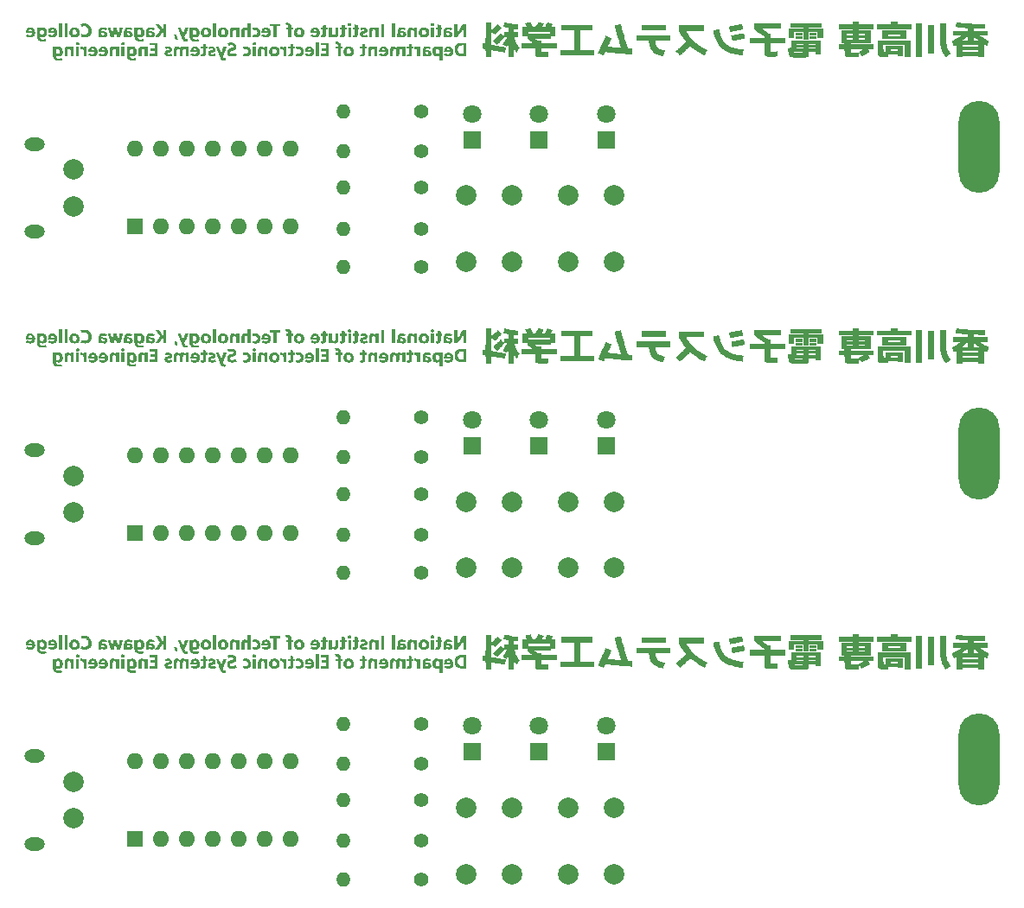
<source format=gbr>
%TF.GenerationSoftware,KiCad,Pcbnew,(6.0.10)*%
%TF.CreationDate,2023-10-03T20:47:12+09:00*%
%TF.ProjectId,simpleLogicCircuit,73696d70-6c65-44c6-9f67-696343697263,rev?*%
%TF.SameCoordinates,Original*%
%TF.FileFunction,Soldermask,Bot*%
%TF.FilePolarity,Negative*%
%FSLAX46Y46*%
G04 Gerber Fmt 4.6, Leading zero omitted, Abs format (unit mm)*
G04 Created by KiCad (PCBNEW (6.0.10)) date 2023-10-03 20:47:12*
%MOMM*%
%LPD*%
G01*
G04 APERTURE LIST*
%ADD10R,1.800000X1.800000*%
%ADD11C,1.800000*%
%ADD12C,1.400000*%
%ADD13O,1.400000X1.400000*%
%ADD14C,2.000000*%
%ADD15O,2.000000X1.300000*%
%ADD16R,1.600000X1.600000*%
%ADD17O,1.600000X1.600000*%
%ADD18O,4.000000X9.000000*%
G04 APERTURE END LIST*
%TO.C,G\u002A\u002A\u002A*%
G36*
X49936653Y-40553424D02*
G01*
X49953125Y-40606982D01*
X49972224Y-40669334D01*
X49990226Y-40728368D01*
X50006467Y-40781894D01*
X50020283Y-40827724D01*
X50031011Y-40863668D01*
X50037987Y-40887536D01*
X50042492Y-40903305D01*
X50050259Y-40929644D01*
X50055308Y-40943817D01*
X50058595Y-40947350D01*
X50061075Y-40941769D01*
X50063705Y-40928601D01*
X50065102Y-40922762D01*
X50070551Y-40902896D01*
X50079460Y-40871750D01*
X50091275Y-40831176D01*
X50105442Y-40783026D01*
X50121406Y-40729154D01*
X50138615Y-40671413D01*
X50156513Y-40611654D01*
X50174547Y-40551732D01*
X50192162Y-40493498D01*
X50208804Y-40438806D01*
X50223920Y-40389508D01*
X50236955Y-40347457D01*
X50247355Y-40314506D01*
X50255126Y-40290241D01*
X50419602Y-40290241D01*
X50427669Y-40290244D01*
X50481535Y-40290469D01*
X50522106Y-40291114D01*
X50550829Y-40292263D01*
X50569149Y-40294000D01*
X50578512Y-40296409D01*
X50580365Y-40299574D01*
X50579654Y-40301334D01*
X50574143Y-40314917D01*
X50563674Y-40340687D01*
X50548724Y-40377472D01*
X50529769Y-40424098D01*
X50507287Y-40479392D01*
X50481754Y-40542181D01*
X50453648Y-40611292D01*
X50423446Y-40685553D01*
X50391624Y-40763789D01*
X50206598Y-41218671D01*
X50219965Y-41256558D01*
X50230030Y-41283619D01*
X50250172Y-41330572D01*
X50270820Y-41370457D01*
X50290628Y-41400793D01*
X50308248Y-41419101D01*
X50315596Y-41424013D01*
X50328984Y-41430431D01*
X50345642Y-41434154D01*
X50369453Y-41435874D01*
X50404301Y-41436287D01*
X50476239Y-41436273D01*
X50499482Y-41540205D01*
X50502683Y-41554712D01*
X50510152Y-41590354D01*
X50515703Y-41619542D01*
X50518845Y-41639581D01*
X50519088Y-41647775D01*
X50518054Y-41648476D01*
X50506391Y-41652470D01*
X50487369Y-41656858D01*
X50464878Y-41659854D01*
X50428926Y-41662116D01*
X50386978Y-41663006D01*
X50343211Y-41662573D01*
X50301802Y-41660870D01*
X50266929Y-41657948D01*
X50242769Y-41653857D01*
X50213619Y-41644483D01*
X50152195Y-41614368D01*
X50095684Y-41572829D01*
X50047048Y-41522260D01*
X50009248Y-41465056D01*
X50008925Y-41464429D01*
X50002054Y-41449078D01*
X49990463Y-41421025D01*
X49974615Y-41381464D01*
X49954973Y-41331591D01*
X49932001Y-41272599D01*
X49906161Y-41205684D01*
X49877918Y-41132042D01*
X49847735Y-41052866D01*
X49816075Y-40969351D01*
X49783402Y-40882693D01*
X49779450Y-40872185D01*
X49747218Y-40786481D01*
X49716360Y-40704464D01*
X49687309Y-40627276D01*
X49660494Y-40556060D01*
X49636347Y-40491962D01*
X49615299Y-40436123D01*
X49597780Y-40389688D01*
X49584222Y-40353799D01*
X49575055Y-40329602D01*
X49570710Y-40318239D01*
X49559733Y-40290241D01*
X49855551Y-40290241D01*
X49936653Y-40553424D01*
G37*
G36*
X43447012Y-40290303D02*
G01*
X43486227Y-40290663D01*
X43514087Y-40291504D01*
X43532601Y-40293008D01*
X43543777Y-40295355D01*
X43549626Y-40298728D01*
X43552155Y-40303307D01*
X43552688Y-40305154D01*
X43557447Y-40322443D01*
X43565338Y-40351774D01*
X43575834Y-40391144D01*
X43588409Y-40438548D01*
X43602535Y-40491984D01*
X43617686Y-40549447D01*
X43633335Y-40608933D01*
X43648956Y-40668439D01*
X43664022Y-40725960D01*
X43678006Y-40779493D01*
X43690381Y-40827035D01*
X43700621Y-40866580D01*
X43708199Y-40896126D01*
X43712588Y-40913668D01*
X43715621Y-40925728D01*
X43721596Y-40946012D01*
X43725895Y-40955721D01*
X43727745Y-40952852D01*
X43727760Y-40952588D01*
X43729546Y-40940924D01*
X43733991Y-40916926D01*
X43740721Y-40882391D01*
X43749359Y-40839117D01*
X43759533Y-40788903D01*
X43770865Y-40733546D01*
X43782982Y-40674844D01*
X43795508Y-40614595D01*
X43808068Y-40554598D01*
X43820288Y-40496649D01*
X43831791Y-40442548D01*
X43842204Y-40394092D01*
X43851151Y-40353078D01*
X43858257Y-40321306D01*
X43863147Y-40300573D01*
X43865446Y-40292676D01*
X43865823Y-40292528D01*
X43876147Y-40291832D01*
X43898707Y-40291416D01*
X43931206Y-40291289D01*
X43971350Y-40291463D01*
X44016843Y-40291949D01*
X44165489Y-40293974D01*
X44034729Y-40758695D01*
X43903968Y-41223416D01*
X43749548Y-41223466D01*
X43741971Y-41223467D01*
X43691744Y-41223358D01*
X43654281Y-41222929D01*
X43627663Y-41222021D01*
X43609971Y-41220477D01*
X43599286Y-41218139D01*
X43593689Y-41214849D01*
X43591263Y-41210449D01*
X43584246Y-41185962D01*
X43574317Y-41150040D01*
X43562343Y-41105841D01*
X43548815Y-41055256D01*
X43534226Y-41000178D01*
X43519068Y-40942498D01*
X43503831Y-40884108D01*
X43489009Y-40826901D01*
X43475093Y-40772768D01*
X43462574Y-40723601D01*
X43451945Y-40681292D01*
X43443698Y-40647733D01*
X43438323Y-40624816D01*
X43436314Y-40614433D01*
X43435552Y-40601644D01*
X43434326Y-40599602D01*
X43431887Y-40611287D01*
X43431655Y-40612430D01*
X43428530Y-40625932D01*
X43422375Y-40651553D01*
X43413671Y-40687343D01*
X43402900Y-40731358D01*
X43390543Y-40781649D01*
X43377081Y-40836271D01*
X43362997Y-40893276D01*
X43348771Y-40950717D01*
X43334885Y-41006649D01*
X43321821Y-41059123D01*
X43310059Y-41106194D01*
X43300082Y-41145915D01*
X43292370Y-41176338D01*
X43287406Y-41195517D01*
X43279965Y-41223515D01*
X42967536Y-41223515D01*
X42959777Y-41195517D01*
X42959775Y-41195509D01*
X42956340Y-41183405D01*
X42949150Y-41158295D01*
X42938590Y-41121516D01*
X42925044Y-41074408D01*
X42908899Y-41018307D01*
X42890538Y-40954552D01*
X42870348Y-40884482D01*
X42848714Y-40809434D01*
X42826019Y-40730746D01*
X42700021Y-40293974D01*
X42834810Y-40291934D01*
X42870931Y-40291615D01*
X42911632Y-40291908D01*
X42943772Y-40292926D01*
X42965231Y-40294593D01*
X42973887Y-40296834D01*
X42975093Y-40300909D01*
X42979082Y-40318280D01*
X42985393Y-40347778D01*
X42993713Y-40387873D01*
X43003729Y-40437036D01*
X43015128Y-40493740D01*
X43027597Y-40556456D01*
X43040822Y-40623654D01*
X43049448Y-40667619D01*
X43062217Y-40732389D01*
X43074009Y-40791833D01*
X43084511Y-40844396D01*
X43093410Y-40888523D01*
X43100393Y-40922658D01*
X43105149Y-40945246D01*
X43107365Y-40954732D01*
X43109378Y-40956085D01*
X43113071Y-40947379D01*
X43116783Y-40928601D01*
X43118729Y-40918312D01*
X43123888Y-40894109D01*
X43131674Y-40858983D01*
X43141624Y-40814914D01*
X43153278Y-40763883D01*
X43166176Y-40707872D01*
X43179855Y-40648862D01*
X43193855Y-40588834D01*
X43207715Y-40529770D01*
X43220975Y-40473650D01*
X43233173Y-40422455D01*
X43243848Y-40378168D01*
X43252539Y-40342769D01*
X43258786Y-40318239D01*
X43266184Y-40290241D01*
X43407251Y-40290241D01*
X43447012Y-40290303D01*
G37*
G36*
X39931091Y-40876159D02*
G01*
X39912500Y-40949754D01*
X39897489Y-40988218D01*
X39859395Y-41055672D01*
X39809701Y-41114454D01*
X39749275Y-41163785D01*
X39678987Y-41202884D01*
X39599706Y-41230968D01*
X39585048Y-41234681D01*
X39561723Y-41239377D01*
X39536982Y-41242377D01*
X39507450Y-41243919D01*
X39469754Y-41244241D01*
X39420517Y-41243580D01*
X39401374Y-41243195D01*
X39359132Y-41242029D01*
X39327141Y-41240308D01*
X39301992Y-41237581D01*
X39280279Y-41233396D01*
X39258595Y-41227305D01*
X39233533Y-41218856D01*
X39164986Y-41189490D01*
X39102006Y-41149470D01*
X39047320Y-41099024D01*
X39034874Y-41084914D01*
X38993256Y-41027543D01*
X38962338Y-40965037D01*
X38941030Y-40894790D01*
X38928242Y-40814198D01*
X38926057Y-40788438D01*
X38926062Y-40775450D01*
X39228228Y-40775450D01*
X39235101Y-40841205D01*
X39250258Y-40898447D01*
X39273841Y-40944096D01*
X39306149Y-40978723D01*
X39347482Y-41002898D01*
X39370735Y-41009216D01*
X39405965Y-41013197D01*
X39444953Y-41013695D01*
X39481952Y-41010669D01*
X39511215Y-41004077D01*
X39518812Y-41001173D01*
X39561366Y-40976064D01*
X39594729Y-40939347D01*
X39618780Y-40891254D01*
X39633396Y-40832017D01*
X39638454Y-40761870D01*
X39635115Y-40701893D01*
X39621968Y-40639864D01*
X39598998Y-40588474D01*
X39566365Y-40548057D01*
X39524224Y-40518949D01*
X39512911Y-40513571D01*
X39488507Y-40504753D01*
X39462330Y-40500437D01*
X39427856Y-40499294D01*
X39373799Y-40504378D01*
X39326055Y-40520796D01*
X39287769Y-40548629D01*
X39258891Y-40587944D01*
X39239374Y-40638808D01*
X39229170Y-40701288D01*
X39228228Y-40775450D01*
X38926062Y-40775450D01*
X38926095Y-40698082D01*
X38938399Y-40613992D01*
X38962568Y-40536993D01*
X38998203Y-40467907D01*
X39044905Y-40407559D01*
X39102273Y-40356772D01*
X39169907Y-40316369D01*
X39197037Y-40304043D01*
X39239103Y-40288514D01*
X39282004Y-40277903D01*
X39329207Y-40271635D01*
X39384177Y-40269135D01*
X39450382Y-40269827D01*
X39473075Y-40270536D01*
X39515436Y-40272430D01*
X39548229Y-40275119D01*
X39575177Y-40279089D01*
X39600001Y-40284826D01*
X39626423Y-40292816D01*
X39683077Y-40315236D01*
X39753309Y-40356270D01*
X39814166Y-40408689D01*
X39864938Y-40471959D01*
X39882753Y-40502159D01*
X39910237Y-40567487D01*
X39929120Y-40640634D01*
X39939094Y-40718516D01*
X39939508Y-40761870D01*
X39939853Y-40798052D01*
X39931091Y-40876159D01*
G37*
G36*
X60573801Y-41850678D02*
G01*
X60583945Y-41852765D01*
X60605962Y-41858320D01*
X60637455Y-41866705D01*
X60676027Y-41877282D01*
X60719283Y-41889413D01*
X60855967Y-41928151D01*
X60855967Y-42156790D01*
X61005291Y-42156790D01*
X61005291Y-42365843D01*
X60855967Y-42365843D01*
X60855879Y-42625294D01*
X60855873Y-42637101D01*
X60855684Y-42711688D01*
X60855101Y-42773266D01*
X60853933Y-42823518D01*
X60851987Y-42864126D01*
X60849072Y-42896772D01*
X60844997Y-42923140D01*
X60839569Y-42944911D01*
X60832597Y-42963768D01*
X60823890Y-42981394D01*
X60813256Y-42999471D01*
X60781331Y-43038981D01*
X60736307Y-43072983D01*
X60682001Y-43096956D01*
X60661090Y-43102402D01*
X60613269Y-43109536D01*
X60558243Y-43112623D01*
X60500691Y-43111654D01*
X60445293Y-43106621D01*
X60396729Y-43097513D01*
X60388560Y-43095404D01*
X60362426Y-43088349D01*
X60343505Y-43082770D01*
X60335437Y-43079724D01*
X60335296Y-43078800D01*
X60337333Y-43067312D01*
X60342741Y-43044980D01*
X60350844Y-43014492D01*
X60360963Y-42978532D01*
X60364535Y-42966164D01*
X60374992Y-42930626D01*
X60382737Y-42906733D01*
X60388841Y-42892359D01*
X60394373Y-42885384D01*
X60400401Y-42883682D01*
X60407995Y-42885130D01*
X60413906Y-42886611D01*
X60448524Y-42892460D01*
X60482682Y-42894232D01*
X60511749Y-42891914D01*
X60531094Y-42885492D01*
X60532056Y-42884850D01*
X60540765Y-42877460D01*
X60547797Y-42867330D01*
X60553328Y-42852935D01*
X60557531Y-42832753D01*
X60560581Y-42805259D01*
X60562653Y-42768930D01*
X60563921Y-42722242D01*
X60564560Y-42663672D01*
X60564744Y-42591696D01*
X60564786Y-42365843D01*
X60355732Y-42365843D01*
X60355732Y-42156790D01*
X60564786Y-42156790D01*
X60564786Y-42003733D01*
X60564835Y-41976743D01*
X60565315Y-41927954D01*
X60566367Y-41892229D01*
X60568064Y-41868293D01*
X60570481Y-41854867D01*
X60573692Y-41850676D01*
X60573801Y-41850678D01*
G37*
G36*
X68662513Y-40271488D02*
G01*
X68697452Y-40278210D01*
X68740600Y-40295654D01*
X68785769Y-40322454D01*
X68826855Y-40354714D01*
X68858494Y-40388752D01*
X68885861Y-40425456D01*
X68888008Y-40357848D01*
X68890155Y-40290241D01*
X69180776Y-40290241D01*
X69180776Y-41223515D01*
X68890534Y-41223515D01*
X68888198Y-40929918D01*
X68885861Y-40636321D01*
X68863295Y-40592073D01*
X68854412Y-40575902D01*
X68832312Y-40546449D01*
X68803565Y-40522853D01*
X68799196Y-40519933D01*
X68779406Y-40507882D01*
X68762595Y-40501618D01*
X68742812Y-40499655D01*
X68714106Y-40500507D01*
X68711093Y-40500671D01*
X68669089Y-40506699D01*
X68637422Y-40520606D01*
X68612782Y-40544563D01*
X68591855Y-40580747D01*
X68572281Y-40622487D01*
X68567767Y-41223515D01*
X68277366Y-41223515D01*
X68277477Y-40885670D01*
X68277526Y-40825155D01*
X68277760Y-40748036D01*
X68278304Y-40683339D01*
X68279287Y-40629572D01*
X68280840Y-40585241D01*
X68283093Y-40548855D01*
X68286175Y-40518921D01*
X68290217Y-40493947D01*
X68295348Y-40472441D01*
X68301698Y-40452910D01*
X68309398Y-40433862D01*
X68318578Y-40413805D01*
X68337758Y-40382107D01*
X68370119Y-40344517D01*
X68408264Y-40311654D01*
X68447467Y-40288127D01*
X68451810Y-40286297D01*
X68483908Y-40277468D01*
X68525481Y-40271395D01*
X68572075Y-40268257D01*
X68619237Y-40268229D01*
X68662513Y-40271488D01*
G37*
G36*
X52802813Y-40876159D02*
G01*
X52784222Y-40949754D01*
X52769212Y-40988218D01*
X52731118Y-41055672D01*
X52681423Y-41114454D01*
X52620998Y-41163785D01*
X52550710Y-41202884D01*
X52471429Y-41230968D01*
X52456770Y-41234681D01*
X52433446Y-41239377D01*
X52408705Y-41242377D01*
X52379173Y-41243919D01*
X52341476Y-41244241D01*
X52292240Y-41243580D01*
X52273096Y-41243195D01*
X52230855Y-41242029D01*
X52198863Y-41240308D01*
X52173714Y-41237581D01*
X52152001Y-41233396D01*
X52130317Y-41227305D01*
X52105255Y-41218856D01*
X52036709Y-41189490D01*
X51973728Y-41149470D01*
X51919042Y-41099024D01*
X51906597Y-41084914D01*
X51864979Y-41027543D01*
X51834061Y-40965037D01*
X51812752Y-40894790D01*
X51799965Y-40814198D01*
X51797780Y-40788438D01*
X51797785Y-40775450D01*
X52099951Y-40775450D01*
X52106824Y-40841205D01*
X52121981Y-40898447D01*
X52145564Y-40944096D01*
X52177872Y-40978723D01*
X52219205Y-41002898D01*
X52242457Y-41009216D01*
X52277687Y-41013197D01*
X52316675Y-41013695D01*
X52353674Y-41010669D01*
X52382938Y-41004077D01*
X52390534Y-41001173D01*
X52433088Y-40976064D01*
X52466452Y-40939347D01*
X52490503Y-40891254D01*
X52505118Y-40832017D01*
X52510177Y-40761870D01*
X52506838Y-40701893D01*
X52493690Y-40639864D01*
X52470721Y-40588474D01*
X52438087Y-40548057D01*
X52395946Y-40518949D01*
X52384633Y-40513571D01*
X52360230Y-40504753D01*
X52334052Y-40500437D01*
X52299579Y-40499294D01*
X52245521Y-40504378D01*
X52197778Y-40520796D01*
X52159492Y-40548629D01*
X52130614Y-40587944D01*
X52111097Y-40638808D01*
X52100892Y-40701288D01*
X52099951Y-40775450D01*
X51797785Y-40775450D01*
X51797818Y-40698082D01*
X51810121Y-40613992D01*
X51834291Y-40536993D01*
X51869926Y-40467907D01*
X51916627Y-40407559D01*
X51973995Y-40356772D01*
X52041629Y-40316369D01*
X52068760Y-40304043D01*
X52110826Y-40288514D01*
X52153727Y-40277903D01*
X52200929Y-40271635D01*
X52255900Y-40269135D01*
X52322105Y-40269827D01*
X52344798Y-40270536D01*
X52387159Y-40272430D01*
X52419952Y-40275119D01*
X52446899Y-40279089D01*
X52471723Y-40284826D01*
X52498146Y-40292816D01*
X52554800Y-40315236D01*
X52625032Y-40356270D01*
X52685888Y-40408689D01*
X52736660Y-40471959D01*
X52754476Y-40502159D01*
X52781960Y-40567487D01*
X52800842Y-40640634D01*
X52810816Y-40718516D01*
X52811230Y-40761870D01*
X52811576Y-40798052D01*
X52802813Y-40876159D01*
G37*
G36*
X44310876Y-43090064D02*
G01*
X44019694Y-43090064D01*
X44019694Y-42156790D01*
X44310876Y-42156790D01*
X44310876Y-43090064D01*
G37*
G36*
X55036705Y-40271488D02*
G01*
X55071643Y-40278210D01*
X55114791Y-40295654D01*
X55159960Y-40322454D01*
X55201046Y-40354714D01*
X55232686Y-40388752D01*
X55260053Y-40425456D01*
X55262200Y-40357848D01*
X55264346Y-40290241D01*
X55554968Y-40290241D01*
X55554968Y-41223515D01*
X55264725Y-41223515D01*
X55260053Y-40636321D01*
X55237486Y-40592073D01*
X55228604Y-40575902D01*
X55206504Y-40546449D01*
X55177757Y-40522853D01*
X55173387Y-40519933D01*
X55153598Y-40507882D01*
X55136787Y-40501618D01*
X55117003Y-40499655D01*
X55088298Y-40500507D01*
X55085284Y-40500671D01*
X55043280Y-40506699D01*
X55011614Y-40520606D01*
X54986974Y-40544563D01*
X54966047Y-40580747D01*
X54946473Y-40622487D01*
X54944216Y-40923001D01*
X54941958Y-41223515D01*
X54651558Y-41223515D01*
X54651668Y-40885670D01*
X54651717Y-40825155D01*
X54651952Y-40748036D01*
X54652496Y-40683339D01*
X54653479Y-40629572D01*
X54655032Y-40585241D01*
X54657285Y-40548855D01*
X54660367Y-40518921D01*
X54664408Y-40493947D01*
X54669539Y-40472441D01*
X54675890Y-40452910D01*
X54683590Y-40433862D01*
X54692769Y-40413805D01*
X54711950Y-40382107D01*
X54744310Y-40344517D01*
X54782455Y-40311654D01*
X54821659Y-40288127D01*
X54826002Y-40286297D01*
X54858100Y-40277468D01*
X54899672Y-40271395D01*
X54946266Y-40268257D01*
X54993428Y-40268229D01*
X55036705Y-40271488D01*
G37*
G36*
X120040506Y-43075132D02*
G01*
X120040506Y-42955673D01*
X119124323Y-42955673D01*
X119119563Y-43006070D01*
X119117533Y-43032616D01*
X119115542Y-43072893D01*
X119114750Y-43109878D01*
X119114697Y-43163289D01*
X119034436Y-43169377D01*
X119032928Y-43169488D01*
X119006049Y-43170864D01*
X118966632Y-43172140D01*
X118916901Y-43173277D01*
X118859076Y-43174239D01*
X118795380Y-43174987D01*
X118728034Y-43175485D01*
X118659259Y-43175695D01*
X118656298Y-43175698D01*
X118574879Y-43175652D01*
X118506662Y-43175262D01*
X118449974Y-43174336D01*
X118403143Y-43172686D01*
X118364495Y-43170124D01*
X118332356Y-43166458D01*
X118305054Y-43161501D01*
X118280916Y-43155064D01*
X118258268Y-43146956D01*
X118235436Y-43136988D01*
X118210748Y-43124972D01*
X118185059Y-43110318D01*
X118148728Y-43079814D01*
X118120939Y-43040497D01*
X118099395Y-42989571D01*
X118095537Y-42977952D01*
X118089275Y-42958597D01*
X118083787Y-42940183D01*
X118079017Y-42921651D01*
X118074909Y-42901942D01*
X118071405Y-42879999D01*
X118068450Y-42854763D01*
X118065987Y-42825177D01*
X118063959Y-42790181D01*
X118062311Y-42748719D01*
X118060984Y-42699732D01*
X118059924Y-42642161D01*
X118059073Y-42574948D01*
X118058375Y-42497036D01*
X118057774Y-42407367D01*
X118057213Y-42304881D01*
X118056635Y-42188521D01*
X118053523Y-41552028D01*
X121294827Y-41552028D01*
X121294827Y-43187125D01*
X120727396Y-43187125D01*
X120727396Y-41985067D01*
X118620165Y-41985067D01*
X118623633Y-42300514D01*
X118624331Y-42356692D01*
X118625620Y-42434491D01*
X118627145Y-42500628D01*
X118628882Y-42554449D01*
X118630808Y-42595300D01*
X118632903Y-42622526D01*
X118635142Y-42635475D01*
X118640045Y-42645401D01*
X118648301Y-42654551D01*
X118661330Y-42660865D01*
X118681672Y-42665079D01*
X118711866Y-42667934D01*
X118754453Y-42670167D01*
X118838448Y-42673836D01*
X118838448Y-42612228D01*
X119308818Y-42612228D01*
X120040506Y-42612228D01*
X120040506Y-42447972D01*
X119308818Y-42447972D01*
X119308818Y-42612228D01*
X118838448Y-42612228D01*
X118838448Y-42097060D01*
X120510876Y-42097060D01*
X120510876Y-43075132D01*
X120040506Y-43075132D01*
G37*
G36*
X74623633Y-41223515D02*
G01*
X74332452Y-41223515D01*
X74332452Y-40290241D01*
X74623633Y-40290241D01*
X74623633Y-41223515D01*
G37*
G36*
X59594180Y-40155849D02*
G01*
X59220870Y-40155849D01*
X59220870Y-41223515D01*
X58922222Y-41223515D01*
X58922222Y-40155849D01*
X58548912Y-40155849D01*
X58548912Y-39916931D01*
X59594180Y-39916931D01*
X59594180Y-40155849D01*
G37*
G36*
X72191202Y-41850678D02*
G01*
X72201347Y-41852765D01*
X72223364Y-41858320D01*
X72254856Y-41866705D01*
X72293429Y-41877282D01*
X72336685Y-41889413D01*
X72473369Y-41928151D01*
X72473369Y-42156790D01*
X72622693Y-42156790D01*
X72622693Y-42365843D01*
X72473369Y-42365843D01*
X72473280Y-42625294D01*
X72473274Y-42637101D01*
X72473085Y-42711688D01*
X72472503Y-42773266D01*
X72471334Y-42823518D01*
X72469388Y-42864126D01*
X72466474Y-42896772D01*
X72462398Y-42923140D01*
X72456971Y-42944911D01*
X72449999Y-42963768D01*
X72441292Y-42981394D01*
X72430657Y-42999471D01*
X72398732Y-43038981D01*
X72353708Y-43072983D01*
X72299402Y-43096956D01*
X72278491Y-43102402D01*
X72230671Y-43109536D01*
X72175644Y-43112623D01*
X72118092Y-43111654D01*
X72062694Y-43106621D01*
X72014130Y-43097513D01*
X72005961Y-43095404D01*
X71979828Y-43088349D01*
X71960906Y-43082770D01*
X71952838Y-43079724D01*
X71952698Y-43078800D01*
X71954734Y-43067312D01*
X71960143Y-43044980D01*
X71968245Y-43014492D01*
X71978365Y-42978532D01*
X71981936Y-42966164D01*
X71992393Y-42930626D01*
X72000139Y-42906733D01*
X72006243Y-42892359D01*
X72011774Y-42885384D01*
X72017803Y-42883682D01*
X72025397Y-42885130D01*
X72031307Y-42886611D01*
X72065926Y-42892460D01*
X72100084Y-42894232D01*
X72129151Y-42891914D01*
X72148496Y-42885492D01*
X72149458Y-42884850D01*
X72158167Y-42877460D01*
X72165199Y-42867330D01*
X72170730Y-42852935D01*
X72174933Y-42832753D01*
X72177983Y-42805259D01*
X72180055Y-42768930D01*
X72181323Y-42722242D01*
X72181962Y-42663672D01*
X72182145Y-42591696D01*
X72182187Y-42365843D01*
X71973134Y-42365843D01*
X71973134Y-42156790D01*
X72182187Y-42156790D01*
X72182187Y-42003733D01*
X72182237Y-41976743D01*
X72182717Y-41927954D01*
X72183768Y-41892229D01*
X72185466Y-41868293D01*
X72187883Y-41854867D01*
X72191094Y-41850676D01*
X72191202Y-41850678D01*
G37*
G36*
X57182599Y-43090064D02*
G01*
X56891417Y-43090064D01*
X56891417Y-42156790D01*
X57182599Y-42156790D01*
X57182599Y-43090064D01*
G37*
G36*
X40127542Y-42135893D02*
G01*
X40158773Y-42139987D01*
X40184429Y-42146278D01*
X40216542Y-42161695D01*
X40254921Y-42190856D01*
X40289331Y-42228226D01*
X40316031Y-42270280D01*
X40338860Y-42315965D01*
X40338860Y-42156790D01*
X40630041Y-42156790D01*
X40630041Y-43090064D01*
X40338860Y-43090064D01*
X40338803Y-42856746D01*
X40338768Y-42835752D01*
X40338342Y-42776264D01*
X40337486Y-42720173D01*
X40336264Y-42669788D01*
X40334740Y-42627414D01*
X40332977Y-42595358D01*
X40331039Y-42575928D01*
X40316218Y-42519392D01*
X40291152Y-42470044D01*
X40257087Y-42431342D01*
X40245823Y-42422276D01*
X40218950Y-42405854D01*
X40188456Y-42395389D01*
X40150665Y-42389859D01*
X40101902Y-42388242D01*
X40034666Y-42388242D01*
X40021492Y-42273078D01*
X40019095Y-42251210D01*
X40015415Y-42212765D01*
X40013014Y-42180528D01*
X40012087Y-42157367D01*
X40012831Y-42146153D01*
X40018242Y-42141528D01*
X40036088Y-42136812D01*
X40062633Y-42134303D01*
X40094307Y-42133998D01*
X40127542Y-42135893D01*
G37*
G36*
X118472604Y-41440035D02*
G01*
X118472604Y-41104056D01*
X119069900Y-41104056D01*
X120279424Y-41104056D01*
X120279424Y-40939800D01*
X119069900Y-40939800D01*
X119069900Y-41104056D01*
X118472604Y-41104056D01*
X118472604Y-40581422D01*
X120876720Y-40581422D01*
X120876720Y-41440035D01*
X118472604Y-41440035D01*
G37*
G36*
X97298472Y-40588889D02*
G01*
X94924221Y-40588889D01*
X94924221Y-40043856D01*
X97298472Y-40043856D01*
X97298472Y-40588889D01*
G37*
G36*
X111334402Y-42836892D02*
G01*
X111328686Y-42924507D01*
X111316710Y-42999429D01*
X111298536Y-43061413D01*
X111274229Y-43110215D01*
X111243854Y-43145589D01*
X111241828Y-43147296D01*
X111201586Y-43173309D01*
X111149032Y-43194579D01*
X111083664Y-43211237D01*
X111004980Y-43223413D01*
X110912475Y-43231236D01*
X110897771Y-43231999D01*
X110848071Y-43233864D01*
X110786526Y-43235390D01*
X110715398Y-43236576D01*
X110636949Y-43237421D01*
X110553439Y-43237923D01*
X110467130Y-43238081D01*
X110380284Y-43237893D01*
X110295162Y-43237360D01*
X110214025Y-43236478D01*
X110139134Y-43235248D01*
X110072751Y-43233667D01*
X110017137Y-43231735D01*
X110001465Y-43231062D01*
X109917352Y-43227182D01*
X109846160Y-43223272D01*
X109786172Y-43219075D01*
X109735668Y-43214337D01*
X109692932Y-43208803D01*
X109656245Y-43202218D01*
X109623889Y-43194328D01*
X109594147Y-43184876D01*
X109565302Y-43173609D01*
X109535634Y-43160271D01*
X109520503Y-43152988D01*
X109477542Y-43129594D01*
X109445103Y-43105788D01*
X109420133Y-43078427D01*
X109399579Y-43044369D01*
X109380386Y-43000470D01*
X109377055Y-42991828D01*
X109357199Y-42933377D01*
X109340321Y-42869910D01*
X109326171Y-42799785D01*
X109314499Y-42721364D01*
X109311612Y-42694356D01*
X109901108Y-42694356D01*
X109915421Y-42722413D01*
X109933959Y-42747221D01*
X109962237Y-42769077D01*
X109994738Y-42787683D01*
X110338184Y-42789079D01*
X110396441Y-42789225D01*
X110464502Y-42789157D01*
X110527361Y-42788839D01*
X110583395Y-42788290D01*
X110630983Y-42787533D01*
X110668504Y-42786589D01*
X110694337Y-42785479D01*
X110706859Y-42784225D01*
X110719126Y-42780562D01*
X110735075Y-42770631D01*
X110742857Y-42753747D01*
X110744977Y-42726087D01*
X110745091Y-42694356D01*
X109901108Y-42694356D01*
X109311612Y-42694356D01*
X109305054Y-42633004D01*
X109297587Y-42533067D01*
X109291847Y-42419911D01*
X109289311Y-42358377D01*
X110132863Y-42358377D01*
X111954615Y-42358377D01*
X111954615Y-42238918D01*
X111334921Y-42238918D01*
X111334921Y-42358377D01*
X110752557Y-42358377D01*
X110752557Y-42238918D01*
X110132863Y-42238918D01*
X110132863Y-42358377D01*
X109289311Y-42358377D01*
X109286942Y-42300914D01*
X109316060Y-42296414D01*
X109320602Y-42295774D01*
X109342724Y-42293214D01*
X109374940Y-42289948D01*
X109413663Y-42286329D01*
X109455306Y-42282709D01*
X109565432Y-42273504D01*
X109565432Y-41977601D01*
X110132863Y-41977601D01*
X111954615Y-41977601D01*
X111954615Y-41865608D01*
X111334921Y-41865608D01*
X111334921Y-41977601D01*
X110752557Y-41977601D01*
X110752557Y-41865608D01*
X110132863Y-41865608D01*
X110132863Y-41977601D01*
X109565432Y-41977601D01*
X109565432Y-41529629D01*
X112522046Y-41529629D01*
X112522046Y-42888477D01*
X111954615Y-42888477D01*
X111954615Y-42694356D01*
X111334921Y-42694356D01*
X111334921Y-42797905D01*
X111334402Y-42836892D01*
G37*
G36*
X104959452Y-40845254D02*
G01*
X104969125Y-40855805D01*
X104970395Y-40860670D01*
X104974794Y-40879818D01*
X104981343Y-40909874D01*
X104989608Y-40948711D01*
X104999153Y-40994202D01*
X105009543Y-41044220D01*
X105020341Y-41096640D01*
X105031113Y-41149334D01*
X105041422Y-41200175D01*
X105050833Y-41247038D01*
X105058911Y-41287794D01*
X105065220Y-41320319D01*
X105069324Y-41342485D01*
X105070788Y-41352165D01*
X105070753Y-41354139D01*
X105069512Y-41359638D01*
X105064810Y-41364022D01*
X105054390Y-41367988D01*
X105035995Y-41372229D01*
X105007369Y-41377440D01*
X104966255Y-41384313D01*
X104927083Y-41390908D01*
X104860550Y-41402528D01*
X104784735Y-41416164D01*
X104701638Y-41431428D01*
X104613257Y-41447935D01*
X104521591Y-41465297D01*
X104428637Y-41483129D01*
X104336395Y-41501044D01*
X104246862Y-41518654D01*
X104162037Y-41535575D01*
X104083919Y-41551419D01*
X104014506Y-41565800D01*
X103955796Y-41578332D01*
X103909788Y-41588627D01*
X103901912Y-41590440D01*
X103873512Y-41596735D01*
X103851044Y-41601349D01*
X103838804Y-41603390D01*
X103836225Y-41602154D01*
X103831920Y-41594920D01*
X103826575Y-41580186D01*
X103819878Y-41556759D01*
X103811520Y-41523449D01*
X103801191Y-41479064D01*
X103788579Y-41422414D01*
X103773374Y-41352307D01*
X103763198Y-41304756D01*
X103751274Y-41248432D01*
X103740710Y-41197860D01*
X103731868Y-41154806D01*
X103725111Y-41121040D01*
X103720801Y-41098330D01*
X103719300Y-41088443D01*
X103719748Y-41086639D01*
X103725054Y-41081984D01*
X103737538Y-41076693D01*
X103758700Y-41070347D01*
X103790040Y-41062524D01*
X103833059Y-41052804D01*
X103889256Y-41040765D01*
X103910581Y-41036294D01*
X103976591Y-41022686D01*
X104049005Y-41008056D01*
X104126419Y-40992667D01*
X104207432Y-40976779D01*
X104290638Y-40960657D01*
X104374636Y-40944561D01*
X104458020Y-40928754D01*
X104539390Y-40913497D01*
X104617339Y-40899054D01*
X104690467Y-40885687D01*
X104757368Y-40873656D01*
X104816640Y-40863225D01*
X104866879Y-40854656D01*
X104906683Y-40848210D01*
X104934647Y-40844151D01*
X104949368Y-40842739D01*
X104959452Y-40845254D01*
G37*
G36*
X124768870Y-40710214D02*
G01*
X124769112Y-40753968D01*
X124770015Y-40900788D01*
X124771019Y-41033936D01*
X124772166Y-41154395D01*
X124773497Y-41263151D01*
X124775055Y-41361187D01*
X124776883Y-41449488D01*
X124779022Y-41529037D01*
X124781516Y-41600819D01*
X124784405Y-41665819D01*
X124787733Y-41725019D01*
X124791542Y-41779405D01*
X124795874Y-41829961D01*
X124800771Y-41877670D01*
X124806276Y-41923517D01*
X124812431Y-41968487D01*
X124819279Y-42013563D01*
X124826861Y-42059729D01*
X124833923Y-42098527D01*
X124870477Y-42247365D01*
X124921476Y-42392765D01*
X124986964Y-42534823D01*
X125066983Y-42673635D01*
X125161576Y-42809296D01*
X125163066Y-42811261D01*
X125181481Y-42836508D01*
X125191448Y-42853072D01*
X125194167Y-42863443D01*
X125190834Y-42870112D01*
X125182983Y-42876077D01*
X125164153Y-42889553D01*
X125135856Y-42909467D01*
X125099543Y-42934808D01*
X125056661Y-42964564D01*
X125008663Y-42997724D01*
X124956996Y-43033277D01*
X124905762Y-43068375D01*
X124858289Y-43100726D01*
X124816093Y-43129310D01*
X124780577Y-43153184D01*
X124753143Y-43171404D01*
X124735194Y-43183029D01*
X124728133Y-43187115D01*
X124721929Y-43181752D01*
X124708426Y-43166934D01*
X124689649Y-43144943D01*
X124667599Y-43118063D01*
X124577315Y-42998025D01*
X124494229Y-42868999D01*
X124422211Y-42735109D01*
X124360758Y-42595071D01*
X124309369Y-42447599D01*
X124267543Y-42291409D01*
X124234778Y-42125216D01*
X124210573Y-41947736D01*
X124209530Y-41938109D01*
X124205711Y-41900622D01*
X124202290Y-41862686D01*
X124199245Y-41823337D01*
X124196555Y-41781609D01*
X124194200Y-41736536D01*
X124192159Y-41687153D01*
X124190409Y-41632494D01*
X124188932Y-41571593D01*
X124187704Y-41503484D01*
X124186706Y-41427203D01*
X124185916Y-41341784D01*
X124185313Y-41246260D01*
X124184876Y-41139667D01*
X124184585Y-41021038D01*
X124184417Y-40889408D01*
X124184353Y-40743812D01*
X124184245Y-39901999D01*
X124764510Y-39901999D01*
X124768870Y-40710214D01*
G37*
G36*
X47887528Y-40175404D02*
G01*
X47902969Y-40198228D01*
X47940748Y-40254349D01*
X47976186Y-40307374D01*
X48008272Y-40355765D01*
X48035991Y-40397981D01*
X48058331Y-40432482D01*
X48074278Y-40457730D01*
X48082820Y-40472185D01*
X48102999Y-40510494D01*
X48103352Y-40213712D01*
X48103704Y-39916931D01*
X48402352Y-39916931D01*
X48402352Y-41223515D01*
X48103704Y-41223515D01*
X48103540Y-40915535D01*
X48103537Y-40909686D01*
X48103482Y-40834926D01*
X48103367Y-40773802D01*
X48103129Y-40725101D01*
X48102707Y-40687614D01*
X48102039Y-40660128D01*
X48101064Y-40641432D01*
X48099720Y-40630316D01*
X48097947Y-40625568D01*
X48095683Y-40625976D01*
X48092866Y-40630330D01*
X48089434Y-40637419D01*
X48085334Y-40644799D01*
X48072887Y-40664846D01*
X48053540Y-40694785D01*
X48028230Y-40733207D01*
X47997892Y-40778701D01*
X47963463Y-40829860D01*
X47925879Y-40885274D01*
X47886076Y-40943533D01*
X47696659Y-41219782D01*
X47508206Y-41221777D01*
X47464943Y-41222119D01*
X47417979Y-41222202D01*
X47377989Y-41221953D01*
X47346962Y-41221397D01*
X47326887Y-41220557D01*
X47319753Y-41219459D01*
X47321716Y-41216165D01*
X47331395Y-41201851D01*
X47348464Y-41177255D01*
X47372143Y-41143480D01*
X47401652Y-41101632D01*
X47436213Y-41052814D01*
X47475044Y-40998133D01*
X47517368Y-40938692D01*
X47562405Y-40875596D01*
X47593294Y-40832343D01*
X47636563Y-40771654D01*
X47676590Y-40715395D01*
X47712597Y-40664666D01*
X47743805Y-40620569D01*
X47769433Y-40584205D01*
X47788704Y-40556676D01*
X47800838Y-40539084D01*
X47805056Y-40532529D01*
X47804105Y-40530479D01*
X47796456Y-40518705D01*
X47782805Y-40499232D01*
X47765157Y-40474957D01*
X47761738Y-40470317D01*
X47745923Y-40448779D01*
X47722895Y-40417346D01*
X47693848Y-40377652D01*
X47659975Y-40331329D01*
X47622471Y-40280010D01*
X47582530Y-40225328D01*
X47541346Y-40168915D01*
X47357434Y-39916931D01*
X47712416Y-39916931D01*
X47887528Y-40175404D01*
G37*
G36*
X49265467Y-40993124D02*
G01*
X49313743Y-40993758D01*
X49450482Y-40995796D01*
X49492562Y-41201117D01*
X49493415Y-41205281D01*
X49504564Y-41259706D01*
X49514910Y-41310257D01*
X49524013Y-41354783D01*
X49531435Y-41391132D01*
X49536735Y-41417156D01*
X49539474Y-41430702D01*
X49544306Y-41454967D01*
X49426900Y-41454890D01*
X49309495Y-41454813D01*
X49246780Y-41236504D01*
X49240888Y-41215993D01*
X49225457Y-41162224D01*
X49211455Y-41113380D01*
X49199423Y-41071347D01*
X49189899Y-41038008D01*
X49183423Y-41015250D01*
X49180535Y-41004957D01*
X49180106Y-41000623D01*
X49182843Y-40997157D01*
X49190807Y-40994838D01*
X49205939Y-40993501D01*
X49230179Y-40992984D01*
X49265467Y-40993124D01*
G37*
G36*
X50057184Y-42135837D02*
G01*
X50094735Y-42137432D01*
X50122144Y-42139964D01*
X50143735Y-42144261D01*
X50163836Y-42151155D01*
X50186773Y-42161476D01*
X50220535Y-42179179D01*
X50275070Y-42217258D01*
X50319298Y-42262874D01*
X50343563Y-42293283D01*
X50343563Y-42156790D01*
X50634744Y-42156790D01*
X50634744Y-43090064D01*
X50343563Y-43090064D01*
X50343563Y-42826386D01*
X50343498Y-42773473D01*
X50343023Y-42698466D01*
X50341908Y-42635983D01*
X50339944Y-42584533D01*
X50336921Y-42542626D01*
X50332631Y-42508770D01*
X50326865Y-42481476D01*
X50319413Y-42459254D01*
X50310065Y-42440612D01*
X50298613Y-42424060D01*
X50284847Y-42408107D01*
X50283292Y-42406449D01*
X50254764Y-42382507D01*
X50223012Y-42369664D01*
X50183039Y-42365843D01*
X50144914Y-42369615D01*
X50107903Y-42384449D01*
X50078329Y-42411502D01*
X50054653Y-42451807D01*
X50051921Y-42458606D01*
X50049026Y-42468697D01*
X50046655Y-42481910D01*
X50044737Y-42499721D01*
X50043203Y-42523606D01*
X50041982Y-42555042D01*
X50041006Y-42595504D01*
X50040204Y-42646470D01*
X50039506Y-42709415D01*
X50038842Y-42785817D01*
X50036405Y-43090064D01*
X49746267Y-43090064D01*
X49746267Y-42819117D01*
X49746260Y-42798750D01*
X49746036Y-42722280D01*
X49745368Y-42658795D01*
X49744082Y-42606726D01*
X49742003Y-42564503D01*
X49738958Y-42530555D01*
X49734773Y-42503314D01*
X49729273Y-42481208D01*
X49722286Y-42462669D01*
X49713636Y-42446126D01*
X49703151Y-42430010D01*
X49683286Y-42404540D01*
X49658671Y-42383661D01*
X49629569Y-42372156D01*
X49591105Y-42367295D01*
X49571512Y-42366517D01*
X49548725Y-42367581D01*
X49531732Y-42372439D01*
X49514993Y-42382174D01*
X49513881Y-42382935D01*
X49482686Y-42411397D01*
X49461366Y-42447954D01*
X49448393Y-42495202D01*
X49447776Y-42499311D01*
X49445597Y-42523972D01*
X49443734Y-42561782D01*
X49442222Y-42611330D01*
X49441096Y-42671206D01*
X49440395Y-42739997D01*
X49440153Y-42816293D01*
X49440153Y-43090064D01*
X49148971Y-43090064D01*
X49149101Y-42755952D01*
X49149167Y-42697128D01*
X49149435Y-42621684D01*
X49149944Y-42558861D01*
X49150733Y-42507278D01*
X49151842Y-42465557D01*
X49153310Y-42432319D01*
X49155178Y-42406184D01*
X49157486Y-42385773D01*
X49160274Y-42369707D01*
X49164028Y-42353391D01*
X49186617Y-42287528D01*
X49218771Y-42233071D01*
X49260578Y-42189900D01*
X49312123Y-42157895D01*
X49329158Y-42150318D01*
X49345415Y-42144727D01*
X49363198Y-42141163D01*
X49385859Y-42139175D01*
X49416749Y-42138312D01*
X49459219Y-42138124D01*
X49564146Y-42138124D01*
X49620726Y-42166094D01*
X49652051Y-42183252D01*
X49688335Y-42209550D01*
X49724295Y-42244295D01*
X49736017Y-42256469D01*
X49754745Y-42274228D01*
X49768219Y-42284749D01*
X49774101Y-42286074D01*
X49777628Y-42277771D01*
X49791815Y-42254320D01*
X49811630Y-42227976D01*
X49833255Y-42203589D01*
X49852872Y-42186008D01*
X49873064Y-42172369D01*
X49909883Y-42153414D01*
X49949479Y-42141629D01*
X49995696Y-42136043D01*
X50052381Y-42135687D01*
X50057184Y-42135837D01*
G37*
G36*
X119980776Y-39999059D02*
G01*
X121376955Y-39999059D01*
X121376955Y-40476896D01*
X117972369Y-40476896D01*
X117972369Y-39999059D01*
X119368548Y-39999059D01*
X119368548Y-39722810D01*
X119980776Y-39722810D01*
X119980776Y-39999059D01*
G37*
G36*
X74998492Y-39984129D02*
G01*
X75008637Y-39986216D01*
X75030653Y-39991771D01*
X75062146Y-40000156D01*
X75100719Y-40010733D01*
X75143975Y-40022864D01*
X75280659Y-40061602D01*
X75280659Y-40290241D01*
X75429982Y-40290241D01*
X75429982Y-40499294D01*
X75280659Y-40499294D01*
X75280570Y-40758745D01*
X75280564Y-40770552D01*
X75280375Y-40845139D01*
X75279793Y-40906717D01*
X75278624Y-40956969D01*
X75276678Y-40997577D01*
X75273764Y-41030223D01*
X75269688Y-41056591D01*
X75264260Y-41078362D01*
X75257289Y-41097219D01*
X75248581Y-41114845D01*
X75237947Y-41132922D01*
X75206022Y-41172432D01*
X75160998Y-41206434D01*
X75106692Y-41230407D01*
X75085781Y-41235853D01*
X75037961Y-41242987D01*
X74982934Y-41246074D01*
X74925382Y-41245105D01*
X74869984Y-41240072D01*
X74821420Y-41230964D01*
X74813251Y-41228854D01*
X74787118Y-41221800D01*
X74768196Y-41216221D01*
X74760128Y-41213175D01*
X74759988Y-41212251D01*
X74762024Y-41200763D01*
X74767432Y-41178431D01*
X74775535Y-41147943D01*
X74785655Y-41111983D01*
X74789226Y-41099615D01*
X74799683Y-41064077D01*
X74807429Y-41040184D01*
X74813533Y-41025810D01*
X74819064Y-41018835D01*
X74825093Y-41017132D01*
X74832687Y-41018581D01*
X74838597Y-41020062D01*
X74873215Y-41025911D01*
X74907374Y-41027683D01*
X74936441Y-41025365D01*
X74955786Y-41018943D01*
X74956748Y-41018301D01*
X74965456Y-41010911D01*
X74972489Y-41000780D01*
X74978019Y-40986386D01*
X74982223Y-40966203D01*
X74985273Y-40938710D01*
X74987345Y-40902381D01*
X74988613Y-40855693D01*
X74989251Y-40797123D01*
X74989435Y-40725147D01*
X74989477Y-40499294D01*
X74780423Y-40499294D01*
X74780423Y-40290241D01*
X74989477Y-40290241D01*
X74989477Y-40137184D01*
X74989526Y-40110194D01*
X74990007Y-40061404D01*
X74991058Y-40025680D01*
X74992755Y-40001744D01*
X74995172Y-39988318D01*
X74998384Y-39984127D01*
X74998492Y-39984129D01*
G37*
G36*
X63769333Y-39984129D02*
G01*
X63779477Y-39986216D01*
X63801494Y-39991771D01*
X63832987Y-40000156D01*
X63871559Y-40010733D01*
X63914815Y-40022864D01*
X64051499Y-40061602D01*
X64051499Y-40290241D01*
X64200823Y-40290241D01*
X64200823Y-40499294D01*
X64051499Y-40499294D01*
X64051411Y-40758745D01*
X64051405Y-40770552D01*
X64051216Y-40845139D01*
X64050633Y-40906717D01*
X64049465Y-40956969D01*
X64047519Y-40997577D01*
X64044604Y-41030223D01*
X64040529Y-41056591D01*
X64035101Y-41078362D01*
X64028129Y-41097219D01*
X64019422Y-41114845D01*
X64008788Y-41132922D01*
X63976863Y-41172432D01*
X63931839Y-41206434D01*
X63877533Y-41230407D01*
X63856622Y-41235853D01*
X63808801Y-41242987D01*
X63753775Y-41246074D01*
X63696223Y-41245105D01*
X63640825Y-41240072D01*
X63592261Y-41230964D01*
X63584092Y-41228854D01*
X63557958Y-41221800D01*
X63539037Y-41216221D01*
X63530969Y-41213175D01*
X63530828Y-41212251D01*
X63532865Y-41200763D01*
X63538273Y-41178431D01*
X63546376Y-41147943D01*
X63556495Y-41111983D01*
X63560067Y-41099615D01*
X63570524Y-41064077D01*
X63578269Y-41040184D01*
X63584373Y-41025810D01*
X63589905Y-41018835D01*
X63595933Y-41017132D01*
X63603527Y-41018581D01*
X63609438Y-41020062D01*
X63644056Y-41025911D01*
X63678214Y-41027683D01*
X63707281Y-41025365D01*
X63726626Y-41018943D01*
X63727588Y-41018301D01*
X63736297Y-41010911D01*
X63743330Y-41000780D01*
X63748860Y-40986386D01*
X63753063Y-40966203D01*
X63756113Y-40938710D01*
X63758185Y-40902381D01*
X63759453Y-40855693D01*
X63760092Y-40797123D01*
X63760276Y-40725147D01*
X63760318Y-40499294D01*
X63551264Y-40499294D01*
X63551264Y-40290241D01*
X63760318Y-40290241D01*
X63760318Y-40137184D01*
X63760367Y-40110194D01*
X63760847Y-40061404D01*
X63761899Y-40025680D01*
X63763596Y-40001744D01*
X63766013Y-39988318D01*
X63769224Y-39984127D01*
X63769333Y-39984129D01*
G37*
G36*
X56682363Y-41223515D02*
G01*
X56392121Y-41223515D01*
X56389785Y-40930467D01*
X56389419Y-40886576D01*
X56388749Y-40819370D01*
X56387993Y-40764742D01*
X56387078Y-40721185D01*
X56385931Y-40687192D01*
X56384478Y-40661257D01*
X56382646Y-40641873D01*
X56380364Y-40627532D01*
X56377557Y-40616729D01*
X56374152Y-40607956D01*
X56362591Y-40584745D01*
X56334276Y-40544494D01*
X56300618Y-40517574D01*
X56260417Y-40503187D01*
X56212473Y-40500535D01*
X56179404Y-40504545D01*
X56145638Y-40516708D01*
X56119831Y-40538567D01*
X56098774Y-40572142D01*
X56098633Y-40572430D01*
X56094360Y-40581410D01*
X56090844Y-40590338D01*
X56088001Y-40600710D01*
X56085743Y-40614026D01*
X56083985Y-40631783D01*
X56082643Y-40655482D01*
X56081630Y-40686620D01*
X56080860Y-40726695D01*
X56080248Y-40777207D01*
X56079709Y-40839654D01*
X56079156Y-40915535D01*
X56076978Y-41223515D01*
X55777886Y-41223515D01*
X55781078Y-40881937D01*
X55781121Y-40877356D01*
X55782175Y-40783956D01*
X55783439Y-40704861D01*
X55784932Y-40639473D01*
X55786673Y-40587194D01*
X55788683Y-40547426D01*
X55790981Y-40519570D01*
X55793587Y-40503027D01*
X55810768Y-40449665D01*
X55841055Y-40390885D01*
X55880136Y-40342694D01*
X55927171Y-40306078D01*
X55981324Y-40282024D01*
X55991313Y-40279089D01*
X56017619Y-40272794D01*
X56044071Y-40269353D01*
X56075574Y-40268301D01*
X56117033Y-40269174D01*
X56118736Y-40269234D01*
X56156681Y-40270968D01*
X56184336Y-40273615D01*
X56206174Y-40278077D01*
X56226667Y-40285256D01*
X56250289Y-40296055D01*
X56263182Y-40302684D01*
X56304735Y-40330499D01*
X56345483Y-40368860D01*
X56391182Y-40417712D01*
X56391182Y-39842269D01*
X56682363Y-39842269D01*
X56682363Y-41223515D01*
G37*
G36*
X112074074Y-41074191D02*
G01*
X111409583Y-41074191D01*
X111409583Y-40812875D01*
X112074074Y-40812875D01*
X112074074Y-41074191D01*
G37*
G36*
X60274923Y-39819969D02*
G01*
X60348627Y-39823740D01*
X60411459Y-39834894D01*
X60465893Y-39854300D01*
X60514404Y-39882830D01*
X60559467Y-39921354D01*
X60576773Y-39939607D01*
X60607000Y-39979716D01*
X60629016Y-40023722D01*
X60643679Y-40074188D01*
X60651848Y-40133675D01*
X60654380Y-40204747D01*
X60654380Y-40290241D01*
X60811170Y-40290241D01*
X60811170Y-40499294D01*
X60654380Y-40499294D01*
X60654380Y-41223515D01*
X60363198Y-41223515D01*
X60363198Y-40499294D01*
X60146679Y-40499294D01*
X60146679Y-40290241D01*
X60365343Y-40290241D01*
X60361396Y-40212918D01*
X60359281Y-40182384D01*
X60353039Y-40138533D01*
X60342917Y-40105903D01*
X60328107Y-40082268D01*
X60307799Y-40065401D01*
X60305423Y-40064037D01*
X60277606Y-40054865D01*
X60242516Y-40051455D01*
X60206061Y-40053937D01*
X60174150Y-40062443D01*
X60147534Y-40073564D01*
X60127642Y-40008313D01*
X60125220Y-40000377D01*
X60113900Y-39963455D01*
X60102694Y-39927137D01*
X60093713Y-39898265D01*
X60087157Y-39876798D01*
X60081708Y-39857712D01*
X60079579Y-39848467D01*
X60082416Y-39844825D01*
X60097350Y-39838927D01*
X60122633Y-39833176D01*
X60155469Y-39827989D01*
X60193062Y-39823780D01*
X60232619Y-39820965D01*
X60271345Y-39819959D01*
X60274923Y-39819969D01*
G37*
G36*
X35570768Y-40768655D02*
G01*
X35569449Y-40825478D01*
X35565105Y-40877771D01*
X35557731Y-40920652D01*
X35536767Y-40986208D01*
X35501103Y-41055686D01*
X35454302Y-41115468D01*
X35396933Y-41164975D01*
X35329566Y-41203626D01*
X35252771Y-41230842D01*
X35223562Y-41237259D01*
X35188567Y-41241915D01*
X35146295Y-41244547D01*
X35092947Y-41245503D01*
X35065550Y-41245321D01*
X34986272Y-41240572D01*
X34915758Y-41228639D01*
X34850197Y-41208435D01*
X34785775Y-41178876D01*
X34718680Y-41138874D01*
X34715061Y-41136483D01*
X34693258Y-41120973D01*
X34677905Y-41108157D01*
X34672133Y-41100606D01*
X34675750Y-41093268D01*
X34687014Y-41076428D01*
X34704092Y-41053008D01*
X34725109Y-41025661D01*
X34743911Y-41001680D01*
X34763926Y-40975965D01*
X34779314Y-40955986D01*
X34787758Y-40944733D01*
X34791196Y-40940378D01*
X34797373Y-40936800D01*
X34806836Y-40938549D01*
X34822706Y-40946491D01*
X34848108Y-40961494D01*
X34891936Y-40986071D01*
X34942019Y-41008010D01*
X34990616Y-41021329D01*
X35042275Y-41027577D01*
X35060332Y-41028280D01*
X35120207Y-41024163D01*
X35170584Y-41009323D01*
X35212412Y-40983516D01*
X35216289Y-40980134D01*
X35238431Y-40954664D01*
X35257760Y-40923183D01*
X35271458Y-40890962D01*
X35276706Y-40863271D01*
X35276778Y-40842739D01*
X34670232Y-40842739D01*
X34673977Y-40725147D01*
X34674293Y-40716015D01*
X34677825Y-40663551D01*
X34946192Y-40663551D01*
X35282657Y-40663551D01*
X35275787Y-40632972D01*
X35265415Y-40595964D01*
X35247486Y-40557748D01*
X35221332Y-40523285D01*
X35213311Y-40514772D01*
X35180328Y-40488234D01*
X35143916Y-40473794D01*
X35099502Y-40469429D01*
X35096757Y-40469446D01*
X35048831Y-40476039D01*
X35010002Y-40494417D01*
X34980492Y-40524358D01*
X34960523Y-40565641D01*
X34950318Y-40618044D01*
X34946192Y-40663551D01*
X34677825Y-40663551D01*
X34679548Y-40637949D01*
X34689509Y-40571785D01*
X34704959Y-40515236D01*
X34726681Y-40466018D01*
X34755458Y-40421845D01*
X34792073Y-40380432D01*
X34829983Y-40346896D01*
X34885945Y-40311384D01*
X34948692Y-40286783D01*
X35019920Y-40272475D01*
X35101323Y-40267842D01*
X35126376Y-40268191D01*
X35200243Y-40274464D01*
X35264733Y-40289448D01*
X35322652Y-40314253D01*
X35376805Y-40349988D01*
X35430001Y-40397763D01*
X35454150Y-40423544D01*
X35499552Y-40483654D01*
X35533213Y-40548670D01*
X35557339Y-40622487D01*
X35564362Y-40660950D01*
X35564601Y-40663551D01*
X35569071Y-40712185D01*
X35570768Y-40768655D01*
G37*
G36*
X108564962Y-40409640D02*
G01*
X107659935Y-40411537D01*
X106754908Y-40413433D01*
X106866651Y-40496258D01*
X106908075Y-40526768D01*
X107099651Y-40662815D01*
X107298525Y-40795691D01*
X107417067Y-40872604D01*
X107557025Y-40872604D01*
X107557025Y-41290711D01*
X109050265Y-41290711D01*
X109050265Y-41813345D01*
X107557025Y-41813345D01*
X107557388Y-42136258D01*
X107557437Y-42168030D01*
X107557789Y-42262155D01*
X107558474Y-42342670D01*
X107559545Y-42410588D01*
X107561053Y-42466920D01*
X107563051Y-42512677D01*
X107565590Y-42548870D01*
X107568723Y-42576510D01*
X107572502Y-42596608D01*
X107576978Y-42610176D01*
X107582205Y-42618224D01*
X107587733Y-42622276D01*
X107596859Y-42625569D01*
X107611305Y-42628063D01*
X107632992Y-42629918D01*
X107663843Y-42631298D01*
X107705782Y-42632364D01*
X107760730Y-42633279D01*
X107812823Y-42633622D01*
X107883194Y-42633203D01*
X107956935Y-42631985D01*
X108027948Y-42630075D01*
X108090134Y-42627576D01*
X108111067Y-42626575D01*
X108157000Y-42624634D01*
X108196827Y-42623302D01*
X108228348Y-42622631D01*
X108249361Y-42622675D01*
X108257665Y-42623489D01*
X108258145Y-42627914D01*
X108258100Y-42645657D01*
X108257284Y-42675284D01*
X108255766Y-42715037D01*
X108253616Y-42763154D01*
X108250903Y-42817875D01*
X108247695Y-42877442D01*
X108233725Y-43127395D01*
X108195890Y-43128428D01*
X108186028Y-43128736D01*
X108158696Y-43129729D01*
X108122011Y-43131165D01*
X108079542Y-43132905D01*
X108034862Y-43134806D01*
X108024810Y-43135200D01*
X107985577Y-43136292D01*
X107934592Y-43137233D01*
X107874241Y-43138001D01*
X107806911Y-43138573D01*
X107734985Y-43138928D01*
X107660849Y-43139045D01*
X107586890Y-43138901D01*
X107522958Y-43138637D01*
X107455145Y-43138265D01*
X107399456Y-43137782D01*
X107354330Y-43137116D01*
X107318204Y-43136196D01*
X107289519Y-43134949D01*
X107266713Y-43133305D01*
X107248224Y-43131192D01*
X107232492Y-43128538D01*
X107217954Y-43125273D01*
X107203051Y-43121323D01*
X107185714Y-43116347D01*
X107125374Y-43095377D01*
X107078708Y-43072582D01*
X107046318Y-43048243D01*
X107042771Y-43044494D01*
X107022155Y-43015370D01*
X107001524Y-42974866D01*
X106982222Y-42925927D01*
X106965593Y-42871498D01*
X106963334Y-42862776D01*
X106960433Y-42850454D01*
X106957949Y-42837486D01*
X106955843Y-42822681D01*
X106954074Y-42804849D01*
X106952602Y-42782800D01*
X106951387Y-42755343D01*
X106950388Y-42721287D01*
X106949566Y-42679443D01*
X106948880Y-42628618D01*
X106948290Y-42567623D01*
X106947756Y-42495268D01*
X106947237Y-42410362D01*
X106946694Y-42311713D01*
X106944019Y-41813345D01*
X105571017Y-41813345D01*
X105571017Y-41290711D01*
X106944797Y-41290711D01*
X106944797Y-41216848D01*
X106944795Y-41214008D01*
X106944241Y-41179234D01*
X106942466Y-41156745D01*
X106939125Y-41144084D01*
X106933875Y-41138794D01*
X106923838Y-41133165D01*
X106903088Y-41119793D01*
X106873615Y-41099987D01*
X106837140Y-41074957D01*
X106795386Y-41045913D01*
X106750075Y-41014066D01*
X106702928Y-40980626D01*
X106655667Y-40946804D01*
X106610015Y-40913810D01*
X106567693Y-40882856D01*
X106530423Y-40855151D01*
X106430170Y-40778844D01*
X106321755Y-40693666D01*
X106215822Y-40607305D01*
X106106717Y-40515224D01*
X105989124Y-40414473D01*
X105989124Y-39909465D01*
X108564962Y-39909465D01*
X108564962Y-40409640D01*
G37*
G36*
X71893619Y-40988146D02*
G01*
X71884924Y-41046430D01*
X71865567Y-41100401D01*
X71835330Y-41147219D01*
X71833502Y-41149347D01*
X71799031Y-41181275D01*
X71755748Y-41210059D01*
X71709361Y-41231863D01*
X71702007Y-41234457D01*
X71680927Y-41240128D01*
X71657070Y-41243344D01*
X71626403Y-41244500D01*
X71584891Y-41243989D01*
X71574878Y-41243687D01*
X71520850Y-41239508D01*
X71476938Y-41230217D01*
X71439322Y-41214270D01*
X71404182Y-41190123D01*
X71367696Y-41156233D01*
X71323574Y-41111142D01*
X71323574Y-41223515D01*
X71038763Y-41223515D01*
X71041687Y-40893136D01*
X71042139Y-40844606D01*
X71323647Y-40844606D01*
X71324509Y-40866108D01*
X71334890Y-40919335D01*
X71356409Y-40964494D01*
X71388283Y-41000249D01*
X71429728Y-41025265D01*
X71432563Y-41026401D01*
X71466610Y-41034758D01*
X71504439Y-41036712D01*
X71540229Y-41032403D01*
X71568161Y-41021968D01*
X71583203Y-41011174D01*
X71607305Y-40982627D01*
X71619470Y-40949618D01*
X71619915Y-40914940D01*
X71608858Y-40881388D01*
X71586516Y-40851755D01*
X71553108Y-40828835D01*
X71552433Y-40828521D01*
X71533945Y-40822484D01*
X71504721Y-40815521D01*
X71468636Y-40808308D01*
X71429568Y-40801521D01*
X71391391Y-40795835D01*
X71357982Y-40791929D01*
X71333217Y-40790476D01*
X71332283Y-40790570D01*
X71327233Y-40796833D01*
X71324464Y-40814226D01*
X71323647Y-40844606D01*
X71042139Y-40844606D01*
X71042172Y-40841062D01*
X71042975Y-40768410D01*
X71043858Y-40708337D01*
X71044883Y-40659388D01*
X71046110Y-40620111D01*
X71047599Y-40589053D01*
X71049413Y-40564762D01*
X71051611Y-40545785D01*
X71054254Y-40530668D01*
X71057404Y-40517960D01*
X71064556Y-40495013D01*
X71093237Y-40429661D01*
X71131271Y-40375809D01*
X71179180Y-40332956D01*
X71237486Y-40300600D01*
X71306709Y-40278239D01*
X71317604Y-40276034D01*
X71357615Y-40271272D01*
X71407011Y-40268860D01*
X71461821Y-40268685D01*
X71518076Y-40270634D01*
X71571808Y-40274596D01*
X71619045Y-40280458D01*
X71655820Y-40288108D01*
X71674892Y-40293819D01*
X71713522Y-40306997D01*
X71752667Y-40322063D01*
X71788623Y-40337476D01*
X71817683Y-40351693D01*
X71836144Y-40363173D01*
X71852211Y-40376102D01*
X71804312Y-40458230D01*
X71802011Y-40462165D01*
X71783598Y-40492886D01*
X71767641Y-40518229D01*
X71755782Y-40535659D01*
X71749662Y-40542642D01*
X71749559Y-40542673D01*
X71739662Y-40540506D01*
X71720707Y-40532951D01*
X71696703Y-40521602D01*
X71643942Y-40499103D01*
X71586896Y-40482343D01*
X71529928Y-40472317D01*
X71476144Y-40469383D01*
X71428648Y-40473901D01*
X71390546Y-40486228D01*
X71383791Y-40489851D01*
X71351186Y-40515528D01*
X71330689Y-40547823D01*
X71323574Y-40584861D01*
X71323574Y-40615957D01*
X71454771Y-40632912D01*
X71502991Y-40639541D01*
X71576870Y-40651851D01*
X71638787Y-40665563D01*
X71690627Y-40681293D01*
X71734277Y-40699653D01*
X71771624Y-40721257D01*
X71804554Y-40746719D01*
X71826143Y-40768643D01*
X71857914Y-40815797D01*
X71879896Y-40869991D01*
X71889113Y-40914940D01*
X71891870Y-40928387D01*
X71893619Y-40988146D01*
G37*
G36*
X76425600Y-40988146D02*
G01*
X76416905Y-41046430D01*
X76397548Y-41100401D01*
X76367312Y-41147219D01*
X76365483Y-41149347D01*
X76331013Y-41181275D01*
X76287729Y-41210059D01*
X76241343Y-41231863D01*
X76233988Y-41234457D01*
X76212908Y-41240128D01*
X76189051Y-41243344D01*
X76158384Y-41244500D01*
X76116873Y-41243989D01*
X76106859Y-41243687D01*
X76052831Y-41239508D01*
X76008919Y-41230217D01*
X75971303Y-41214270D01*
X75936163Y-41190123D01*
X75899677Y-41156233D01*
X75855556Y-41111142D01*
X75855556Y-41223515D01*
X75570744Y-41223515D01*
X75573669Y-40893136D01*
X75574120Y-40844606D01*
X75855629Y-40844606D01*
X75856490Y-40866108D01*
X75866871Y-40919335D01*
X75888391Y-40964494D01*
X75920265Y-41000249D01*
X75961709Y-41025265D01*
X75964544Y-41026401D01*
X75998591Y-41034758D01*
X76036420Y-41036712D01*
X76072210Y-41032403D01*
X76100142Y-41021968D01*
X76115184Y-41011174D01*
X76139286Y-40982627D01*
X76151451Y-40949618D01*
X76151896Y-40914940D01*
X76140839Y-40881388D01*
X76118497Y-40851755D01*
X76085089Y-40828835D01*
X76084414Y-40828521D01*
X76065926Y-40822484D01*
X76036702Y-40815521D01*
X76000617Y-40808308D01*
X75961549Y-40801521D01*
X75923372Y-40795835D01*
X75889963Y-40791929D01*
X75865199Y-40790476D01*
X75864264Y-40790570D01*
X75859214Y-40796833D01*
X75856445Y-40814226D01*
X75855629Y-40844606D01*
X75574120Y-40844606D01*
X75574153Y-40841062D01*
X75574956Y-40768410D01*
X75575840Y-40708337D01*
X75576864Y-40659388D01*
X75578091Y-40620111D01*
X75579580Y-40589053D01*
X75581394Y-40564762D01*
X75583592Y-40545785D01*
X75586235Y-40530668D01*
X75589385Y-40517960D01*
X75596537Y-40495013D01*
X75625218Y-40429661D01*
X75663252Y-40375809D01*
X75711161Y-40332956D01*
X75769467Y-40300600D01*
X75838690Y-40278239D01*
X75849585Y-40276034D01*
X75889596Y-40271272D01*
X75938992Y-40268860D01*
X75993802Y-40268685D01*
X76050058Y-40270634D01*
X76103789Y-40274596D01*
X76151027Y-40280458D01*
X76187801Y-40288108D01*
X76206873Y-40293819D01*
X76245503Y-40306997D01*
X76284648Y-40322063D01*
X76320604Y-40337476D01*
X76349665Y-40351693D01*
X76368125Y-40363173D01*
X76384192Y-40376102D01*
X76336293Y-40458230D01*
X76333993Y-40462165D01*
X76315579Y-40492886D01*
X76299622Y-40518229D01*
X76287763Y-40535659D01*
X76281643Y-40542642D01*
X76281540Y-40542673D01*
X76271644Y-40540506D01*
X76252688Y-40532951D01*
X76228685Y-40521602D01*
X76175923Y-40499103D01*
X76118877Y-40482343D01*
X76061909Y-40472317D01*
X76008125Y-40469383D01*
X75960629Y-40473901D01*
X75922527Y-40486228D01*
X75915772Y-40489851D01*
X75883167Y-40515528D01*
X75862671Y-40547823D01*
X75855556Y-40584861D01*
X75855556Y-40615957D01*
X75986752Y-40632912D01*
X76034972Y-40639541D01*
X76108852Y-40651851D01*
X76170768Y-40665563D01*
X76222608Y-40681293D01*
X76266258Y-40699653D01*
X76303605Y-40721257D01*
X76336536Y-40746719D01*
X76358124Y-40768643D01*
X76389895Y-40815797D01*
X76411877Y-40869991D01*
X76421094Y-40914940D01*
X76423851Y-40928387D01*
X76425600Y-40988146D01*
G37*
G36*
X47292502Y-40988146D02*
G01*
X47283807Y-41046430D01*
X47264450Y-41100401D01*
X47234213Y-41147219D01*
X47232385Y-41149347D01*
X47197914Y-41181275D01*
X47154631Y-41210059D01*
X47108244Y-41231863D01*
X47100890Y-41234457D01*
X47079810Y-41240128D01*
X47055953Y-41243344D01*
X47025286Y-41244500D01*
X46983774Y-41243989D01*
X46973761Y-41243687D01*
X46919733Y-41239508D01*
X46875821Y-41230217D01*
X46838205Y-41214270D01*
X46803065Y-41190123D01*
X46766579Y-41156233D01*
X46722457Y-41111142D01*
X46722457Y-41223515D01*
X46437646Y-41223515D01*
X46440570Y-40893136D01*
X46441022Y-40844606D01*
X46722530Y-40844606D01*
X46723392Y-40866108D01*
X46733773Y-40919335D01*
X46755292Y-40964494D01*
X46787166Y-41000249D01*
X46828611Y-41025265D01*
X46831446Y-41026401D01*
X46865493Y-41034758D01*
X46903322Y-41036712D01*
X46939112Y-41032403D01*
X46967044Y-41021968D01*
X46982086Y-41011174D01*
X47006188Y-40982627D01*
X47018353Y-40949618D01*
X47018798Y-40914940D01*
X47007741Y-40881388D01*
X46985399Y-40851755D01*
X46951991Y-40828835D01*
X46951316Y-40828521D01*
X46932828Y-40822484D01*
X46903604Y-40815521D01*
X46867519Y-40808308D01*
X46828451Y-40801521D01*
X46790274Y-40795835D01*
X46756865Y-40791929D01*
X46732100Y-40790476D01*
X46731166Y-40790570D01*
X46726116Y-40796833D01*
X46723347Y-40814226D01*
X46722530Y-40844606D01*
X46441022Y-40844606D01*
X46441055Y-40841062D01*
X46441858Y-40768410D01*
X46442741Y-40708337D01*
X46443766Y-40659388D01*
X46444993Y-40620111D01*
X46446482Y-40589053D01*
X46448296Y-40564762D01*
X46450494Y-40545785D01*
X46453137Y-40530668D01*
X46456287Y-40517960D01*
X46463439Y-40495013D01*
X46492120Y-40429661D01*
X46530154Y-40375809D01*
X46578063Y-40332956D01*
X46636369Y-40300600D01*
X46705592Y-40278239D01*
X46716487Y-40276034D01*
X46756498Y-40271272D01*
X46805894Y-40268860D01*
X46860704Y-40268685D01*
X46916959Y-40270634D01*
X46970691Y-40274596D01*
X47017929Y-40280458D01*
X47054703Y-40288108D01*
X47073775Y-40293819D01*
X47112405Y-40306997D01*
X47151550Y-40322063D01*
X47187506Y-40337476D01*
X47216566Y-40351693D01*
X47235027Y-40363173D01*
X47251094Y-40376102D01*
X47203195Y-40458230D01*
X47200894Y-40462165D01*
X47182481Y-40492886D01*
X47166524Y-40518229D01*
X47154665Y-40535659D01*
X47148545Y-40542642D01*
X47148442Y-40542673D01*
X47138545Y-40540506D01*
X47119590Y-40532951D01*
X47095586Y-40521602D01*
X47042825Y-40499103D01*
X46985779Y-40482343D01*
X46928811Y-40472317D01*
X46875027Y-40469383D01*
X46827531Y-40473901D01*
X46789429Y-40486228D01*
X46782674Y-40489851D01*
X46750069Y-40515528D01*
X46729572Y-40547823D01*
X46722457Y-40584861D01*
X46722457Y-40615957D01*
X46853654Y-40632912D01*
X46901874Y-40639541D01*
X46975753Y-40651851D01*
X47037670Y-40665563D01*
X47089510Y-40681293D01*
X47133160Y-40699653D01*
X47170507Y-40721257D01*
X47203437Y-40746719D01*
X47225026Y-40768643D01*
X47256797Y-40815797D01*
X47278779Y-40869991D01*
X47287996Y-40914940D01*
X47290753Y-40928387D01*
X47292502Y-40988146D01*
G37*
G36*
X52017540Y-41850678D02*
G01*
X52027684Y-41852765D01*
X52049701Y-41858320D01*
X52081194Y-41866705D01*
X52119766Y-41877282D01*
X52163022Y-41889413D01*
X52299706Y-41928151D01*
X52299706Y-42156790D01*
X52449030Y-42156790D01*
X52449030Y-42365843D01*
X52299706Y-42365843D01*
X52299618Y-42625294D01*
X52299612Y-42637101D01*
X52299423Y-42711688D01*
X52298840Y-42773266D01*
X52297672Y-42823518D01*
X52295726Y-42864126D01*
X52292811Y-42896772D01*
X52288736Y-42923140D01*
X52283308Y-42944911D01*
X52276336Y-42963768D01*
X52267629Y-42981394D01*
X52256995Y-42999471D01*
X52225070Y-43038981D01*
X52180046Y-43072983D01*
X52125740Y-43096956D01*
X52104829Y-43102402D01*
X52057008Y-43109536D01*
X52001982Y-43112623D01*
X51944430Y-43111654D01*
X51889032Y-43106621D01*
X51840468Y-43097513D01*
X51832299Y-43095404D01*
X51806165Y-43088349D01*
X51787244Y-43082770D01*
X51779176Y-43079724D01*
X51779035Y-43078800D01*
X51781072Y-43067312D01*
X51786480Y-43044980D01*
X51794583Y-43014492D01*
X51804702Y-42978532D01*
X51808274Y-42966164D01*
X51818730Y-42930626D01*
X51826476Y-42906733D01*
X51832580Y-42892359D01*
X51838112Y-42885384D01*
X51844140Y-42883682D01*
X51851734Y-42885130D01*
X51857645Y-42886611D01*
X51892263Y-42892460D01*
X51926421Y-42894232D01*
X51955488Y-42891914D01*
X51974833Y-42885492D01*
X51975795Y-42884850D01*
X51984504Y-42877460D01*
X51991536Y-42867330D01*
X51997067Y-42852935D01*
X52001270Y-42832753D01*
X52004320Y-42805259D01*
X52006392Y-42768930D01*
X52007660Y-42722242D01*
X52008299Y-42663672D01*
X52008483Y-42591696D01*
X52008524Y-42365843D01*
X51799471Y-42365843D01*
X51799471Y-42156790D01*
X52008524Y-42156790D01*
X52008524Y-42003733D01*
X52008574Y-41976743D01*
X52009054Y-41927954D01*
X52010106Y-41892229D01*
X52011803Y-41868293D01*
X52014220Y-41854867D01*
X52017431Y-41850676D01*
X52017540Y-41850678D01*
G37*
G36*
X43262513Y-42138037D02*
G01*
X43297452Y-42144759D01*
X43340600Y-42162203D01*
X43385769Y-42189003D01*
X43426855Y-42221263D01*
X43458494Y-42255301D01*
X43485861Y-42292005D01*
X43488008Y-42224397D01*
X43490155Y-42156790D01*
X43780776Y-42156790D01*
X43780776Y-43090064D01*
X43490534Y-43090064D01*
X43488198Y-42796467D01*
X43485861Y-42502870D01*
X43463295Y-42458622D01*
X43454412Y-42442451D01*
X43432312Y-42412998D01*
X43403565Y-42389403D01*
X43399196Y-42386482D01*
X43379406Y-42374431D01*
X43362595Y-42368167D01*
X43342812Y-42366204D01*
X43314106Y-42367056D01*
X43311093Y-42367220D01*
X43269089Y-42373249D01*
X43237422Y-42387155D01*
X43212782Y-42411113D01*
X43191855Y-42447296D01*
X43172281Y-42489036D01*
X43167767Y-43090064D01*
X42877366Y-43090064D01*
X42877477Y-42752219D01*
X42877526Y-42691704D01*
X42877760Y-42614585D01*
X42878304Y-42549888D01*
X42879287Y-42496121D01*
X42880840Y-42451790D01*
X42883093Y-42415404D01*
X42886175Y-42385470D01*
X42890217Y-42360496D01*
X42895348Y-42338990D01*
X42901698Y-42319459D01*
X42909398Y-42300411D01*
X42918578Y-42280354D01*
X42937758Y-42248656D01*
X42970119Y-42211066D01*
X43008264Y-42178203D01*
X43047467Y-42154676D01*
X43051810Y-42152846D01*
X43083908Y-42144017D01*
X43125481Y-42137944D01*
X43172075Y-42134806D01*
X43219237Y-42134778D01*
X43262513Y-42138037D01*
G37*
G36*
X81556359Y-39781354D02*
G01*
X81579513Y-39785445D01*
X81612121Y-39792278D01*
X81651947Y-39801389D01*
X81696757Y-39812316D01*
X81872648Y-39853532D01*
X82158411Y-39908529D01*
X82447976Y-39949822D01*
X82739389Y-39977102D01*
X82769307Y-39979224D01*
X82806713Y-39982048D01*
X82836743Y-39984517D01*
X82856888Y-39986422D01*
X82864640Y-39987555D01*
X82864726Y-39988872D01*
X82863885Y-40001808D01*
X82861665Y-40027046D01*
X82858244Y-40062763D01*
X82853798Y-40107132D01*
X82848507Y-40158328D01*
X82842548Y-40214527D01*
X82818395Y-40439565D01*
X82773292Y-40439466D01*
X82760873Y-40439197D01*
X82730673Y-40437778D01*
X82691543Y-40435351D01*
X82647176Y-40432152D01*
X82601264Y-40428420D01*
X82569995Y-40425771D01*
X82528991Y-40422447D01*
X82493986Y-40419783D01*
X82467938Y-40417999D01*
X82453807Y-40417319D01*
X82433275Y-40417166D01*
X82433275Y-40753145D01*
X82888713Y-40753145D01*
X82888713Y-41245914D01*
X82679659Y-41245914D01*
X82671380Y-41245919D01*
X82617903Y-41246186D01*
X82569913Y-41246823D01*
X82529300Y-41247776D01*
X82497951Y-41248990D01*
X82477757Y-41250409D01*
X82470606Y-41251980D01*
X82471053Y-41254531D01*
X82475094Y-41268921D01*
X82482438Y-41292284D01*
X82491976Y-41321042D01*
X82512228Y-41377921D01*
X82565480Y-41509019D01*
X82629306Y-41645316D01*
X82702499Y-41784582D01*
X82783854Y-41924589D01*
X82872166Y-42063106D01*
X82966229Y-42197906D01*
X82998979Y-42242755D01*
X82863584Y-42490692D01*
X82859337Y-42498463D01*
X82828988Y-42553592D01*
X82800765Y-42604184D01*
X82775496Y-42648806D01*
X82754007Y-42686021D01*
X82737126Y-42714397D01*
X82725679Y-42732498D01*
X82720493Y-42738891D01*
X82718387Y-42738310D01*
X82707778Y-42728175D01*
X82692050Y-42706729D01*
X82672125Y-42675664D01*
X82648924Y-42636670D01*
X82623369Y-42591438D01*
X82596382Y-42541658D01*
X82568887Y-42489021D01*
X82541803Y-42435217D01*
X82516054Y-42381938D01*
X82492562Y-42330874D01*
X82472249Y-42283715D01*
X82433747Y-42190388D01*
X82433275Y-43216990D01*
X81903175Y-43216990D01*
X81902419Y-41809612D01*
X81868160Y-41876808D01*
X81862621Y-41887774D01*
X81845128Y-41923184D01*
X81824386Y-41965980D01*
X81802534Y-42011729D01*
X81781711Y-42055996D01*
X81769066Y-42083053D01*
X81752956Y-42117269D01*
X81739821Y-42144867D01*
X81730762Y-42163539D01*
X81726881Y-42170973D01*
X81726417Y-42170961D01*
X81716993Y-42166460D01*
X81696779Y-42155370D01*
X81667399Y-42138626D01*
X81630479Y-42117163D01*
X81587644Y-42091915D01*
X81540520Y-42063816D01*
X81538253Y-42062457D01*
X81483172Y-42029211D01*
X81439879Y-42002547D01*
X81407231Y-41981683D01*
X81384085Y-41965839D01*
X81369296Y-41954232D01*
X81361722Y-41946082D01*
X81360218Y-41940606D01*
X81361159Y-41938401D01*
X81368365Y-41924625D01*
X81381922Y-41899949D01*
X81401020Y-41865785D01*
X81424851Y-41823545D01*
X81452609Y-41774643D01*
X81483486Y-41720491D01*
X81516672Y-41662502D01*
X81551361Y-41602090D01*
X81586744Y-41540665D01*
X81622013Y-41479642D01*
X81656361Y-41420434D01*
X81688980Y-41364452D01*
X81719062Y-41313110D01*
X81760761Y-41242181D01*
X81640964Y-41240126D01*
X81521167Y-41238072D01*
X81389258Y-41365789D01*
X81352069Y-41402092D01*
X81293002Y-41460688D01*
X81229546Y-41524567D01*
X81163863Y-41591495D01*
X81098119Y-41659239D01*
X81034478Y-41725565D01*
X80975103Y-41788238D01*
X80922160Y-41845025D01*
X80877812Y-41893692D01*
X80864022Y-41908931D01*
X80838913Y-41935907D01*
X80818061Y-41957302D01*
X80803329Y-41971234D01*
X80796578Y-41975820D01*
X80794661Y-41974720D01*
X80782975Y-41965215D01*
X80762983Y-41947320D01*
X80736159Y-41922468D01*
X80703976Y-41892096D01*
X80667905Y-41857639D01*
X80629421Y-41820532D01*
X80589996Y-41782210D01*
X80551103Y-41744108D01*
X80514215Y-41707662D01*
X80480805Y-41674307D01*
X80452346Y-41645478D01*
X80430311Y-41622611D01*
X80416173Y-41607140D01*
X80411404Y-41600501D01*
X80412525Y-41598030D01*
X80422454Y-41584575D01*
X80441592Y-41562162D01*
X80468868Y-41531879D01*
X80503214Y-41494818D01*
X80543561Y-41452067D01*
X80588840Y-41404716D01*
X80637980Y-41353856D01*
X80689914Y-41300575D01*
X80743572Y-41245965D01*
X80797884Y-41191114D01*
X80851781Y-41137112D01*
X80904194Y-41085049D01*
X80954055Y-41036015D01*
X81000293Y-40991099D01*
X81041840Y-40951392D01*
X81077626Y-40917983D01*
X81106581Y-40891962D01*
X81157154Y-40847856D01*
X81181119Y-40870083D01*
X81191616Y-40879804D01*
X81212010Y-40898674D01*
X81240039Y-40924599D01*
X81273963Y-40955971D01*
X81312044Y-40991181D01*
X81352543Y-41028621D01*
X81500000Y-41164932D01*
X81500000Y-40753145D01*
X81903175Y-40753145D01*
X81903175Y-40336097D01*
X81860244Y-40327606D01*
X81857570Y-40327074D01*
X81817743Y-40318587D01*
X81771290Y-40307840D01*
X81720326Y-40295407D01*
X81666968Y-40281861D01*
X81613328Y-40267775D01*
X81561523Y-40253721D01*
X81513666Y-40240272D01*
X81471874Y-40228003D01*
X81438260Y-40217485D01*
X81414940Y-40209291D01*
X81404029Y-40203996D01*
X81403973Y-40203618D01*
X81406349Y-40193799D01*
X81412714Y-40172381D01*
X81422361Y-40141496D01*
X81434584Y-40103275D01*
X81448679Y-40059848D01*
X81463939Y-40013347D01*
X81479660Y-39965903D01*
X81495135Y-39919647D01*
X81509660Y-39876709D01*
X81522528Y-39839222D01*
X81533035Y-39809315D01*
X81540475Y-39789120D01*
X81544142Y-39780768D01*
X81544895Y-39780465D01*
X81556359Y-39781354D01*
G37*
G36*
X47558671Y-43090064D02*
G01*
X46774721Y-43090064D01*
X46774721Y-42851146D01*
X47260024Y-42851146D01*
X47260024Y-42552498D01*
X46834450Y-42552498D01*
X46834450Y-42313580D01*
X47260024Y-42313580D01*
X47260024Y-42022398D01*
X46804586Y-42022398D01*
X46804586Y-41783480D01*
X47558671Y-41783480D01*
X47558671Y-43090064D01*
G37*
G36*
X75153733Y-43523104D02*
G01*
X75153733Y-42993715D01*
X75118173Y-43029275D01*
X75100352Y-43045208D01*
X75068682Y-43068592D01*
X75037912Y-43086717D01*
X75022920Y-43093741D01*
X75001913Y-43101660D01*
X74979875Y-43106615D01*
X74952174Y-43109526D01*
X74914175Y-43111316D01*
X74893214Y-43111716D01*
X74854380Y-43111041D01*
X74819112Y-43108809D01*
X74793077Y-43105299D01*
X74766218Y-43098504D01*
X74702611Y-43071998D01*
X74644457Y-43032741D01*
X74592834Y-42981908D01*
X74548817Y-42920676D01*
X74513484Y-42850223D01*
X74487910Y-42771726D01*
X74487684Y-42770804D01*
X74478305Y-42719007D01*
X74472681Y-42658726D01*
X74471095Y-42604234D01*
X74776932Y-42604234D01*
X74776989Y-42618441D01*
X74777616Y-42657896D01*
X74779254Y-42687111D01*
X74782342Y-42709702D01*
X74787322Y-42729281D01*
X74794633Y-42749463D01*
X74801658Y-42765456D01*
X74827920Y-42808591D01*
X74860396Y-42843600D01*
X74896149Y-42867082D01*
X74906707Y-42871166D01*
X74941711Y-42878618D01*
X74981028Y-42880639D01*
X75018600Y-42877184D01*
X75048371Y-42868210D01*
X75084078Y-42843700D01*
X75115904Y-42807368D01*
X75138625Y-42764040D01*
X75140147Y-42759670D01*
X75147643Y-42726242D01*
X75152400Y-42683461D01*
X75154347Y-42635900D01*
X75153412Y-42588133D01*
X75149523Y-42544735D01*
X75142607Y-42510278D01*
X75124644Y-42467534D01*
X75093935Y-42423995D01*
X75055409Y-42390252D01*
X75044306Y-42383242D01*
X75029131Y-42375912D01*
X75012133Y-42371791D01*
X74988946Y-42369980D01*
X74955201Y-42369576D01*
X74926035Y-42369805D01*
X74902039Y-42371213D01*
X74884924Y-42374777D01*
X74870344Y-42381469D01*
X74853956Y-42392264D01*
X74827403Y-42416375D01*
X74799182Y-42458932D01*
X74797764Y-42461711D01*
X74789119Y-42479520D01*
X74783242Y-42495141D01*
X74779609Y-42512000D01*
X74777696Y-42533519D01*
X74776979Y-42563122D01*
X74776932Y-42604234D01*
X74471095Y-42604234D01*
X74470813Y-42594548D01*
X74472704Y-42531060D01*
X74478355Y-42472849D01*
X74487768Y-42424501D01*
X74505121Y-42371052D01*
X74538149Y-42302204D01*
X74579918Y-42244136D01*
X74629763Y-42197562D01*
X74687020Y-42163199D01*
X74751022Y-42141758D01*
X74758178Y-42140391D01*
X74790351Y-42136819D01*
X74830881Y-42135089D01*
X74874749Y-42135457D01*
X74885417Y-42135835D01*
X74919774Y-42137558D01*
X74945071Y-42140418D01*
X74965998Y-42145454D01*
X74987241Y-42153707D01*
X75013490Y-42166215D01*
X75027287Y-42173326D01*
X75072148Y-42202346D01*
X75111883Y-42239363D01*
X75153733Y-42284566D01*
X75153733Y-42156790D01*
X75444915Y-42156790D01*
X75444915Y-43523104D01*
X75153733Y-43523104D01*
G37*
G36*
X65628416Y-39984129D02*
G01*
X65638560Y-39986216D01*
X65660577Y-39991771D01*
X65692070Y-40000156D01*
X65730642Y-40010733D01*
X65773898Y-40022864D01*
X65910582Y-40061602D01*
X65910582Y-40290241D01*
X66059906Y-40290241D01*
X66059906Y-40499294D01*
X65910582Y-40499294D01*
X65910493Y-40758745D01*
X65910488Y-40770552D01*
X65910299Y-40845139D01*
X65909716Y-40906717D01*
X65908548Y-40956969D01*
X65906602Y-40997577D01*
X65903687Y-41030223D01*
X65899612Y-41056591D01*
X65894184Y-41078362D01*
X65887212Y-41097219D01*
X65878505Y-41114845D01*
X65867870Y-41132922D01*
X65835946Y-41172432D01*
X65790922Y-41206434D01*
X65736616Y-41230407D01*
X65715705Y-41235853D01*
X65667884Y-41242987D01*
X65612858Y-41246074D01*
X65555306Y-41245105D01*
X65499908Y-41240072D01*
X65451344Y-41230964D01*
X65443175Y-41228854D01*
X65417041Y-41221800D01*
X65398120Y-41216221D01*
X65390052Y-41213175D01*
X65389911Y-41212251D01*
X65391948Y-41200763D01*
X65397356Y-41178431D01*
X65405459Y-41147943D01*
X65415578Y-41111983D01*
X65419150Y-41099615D01*
X65429606Y-41064077D01*
X65437352Y-41040184D01*
X65443456Y-41025810D01*
X65448988Y-41018835D01*
X65455016Y-41017132D01*
X65462610Y-41018581D01*
X65468521Y-41020062D01*
X65503139Y-41025911D01*
X65537297Y-41027683D01*
X65566364Y-41025365D01*
X65585709Y-41018943D01*
X65586671Y-41018301D01*
X65595380Y-41010911D01*
X65602412Y-41000780D01*
X65607943Y-40986386D01*
X65612146Y-40966203D01*
X65615196Y-40938710D01*
X65617268Y-40902381D01*
X65618536Y-40855693D01*
X65619175Y-40797123D01*
X65619359Y-40725147D01*
X65619400Y-40499294D01*
X65410347Y-40499294D01*
X65410347Y-40290241D01*
X65619400Y-40290241D01*
X65619400Y-40137184D01*
X65619450Y-40110194D01*
X65619930Y-40061404D01*
X65620982Y-40025680D01*
X65622679Y-40001744D01*
X65625096Y-39988318D01*
X65628307Y-39984127D01*
X65628416Y-39984129D01*
G37*
G36*
X69740741Y-41223515D02*
G01*
X69442093Y-41223515D01*
X69442093Y-39916931D01*
X69740741Y-39916931D01*
X69740741Y-41223515D01*
G37*
G36*
X62882115Y-42635204D02*
G01*
X62880795Y-42692027D01*
X62876451Y-42744320D01*
X62869078Y-42787201D01*
X62848113Y-42852757D01*
X62812450Y-42922235D01*
X62765648Y-42982017D01*
X62708279Y-43031524D01*
X62640912Y-43070175D01*
X62564117Y-43097391D01*
X62534908Y-43103808D01*
X62499914Y-43108464D01*
X62457641Y-43111096D01*
X62404294Y-43112052D01*
X62376897Y-43111870D01*
X62297618Y-43107121D01*
X62227104Y-43095188D01*
X62161543Y-43074984D01*
X62097121Y-43045425D01*
X62030027Y-43005423D01*
X62026408Y-43003032D01*
X62004604Y-42987522D01*
X61989252Y-42974706D01*
X61983479Y-42967155D01*
X61987096Y-42959817D01*
X61998360Y-42942977D01*
X62015438Y-42919557D01*
X62036455Y-42892210D01*
X62055258Y-42868229D01*
X62075273Y-42842514D01*
X62090660Y-42822535D01*
X62099105Y-42811282D01*
X62102542Y-42806927D01*
X62108720Y-42803350D01*
X62118182Y-42805098D01*
X62134053Y-42813040D01*
X62159454Y-42828043D01*
X62203282Y-42852620D01*
X62253365Y-42874559D01*
X62301962Y-42887878D01*
X62353622Y-42894126D01*
X62371678Y-42894829D01*
X62431554Y-42890712D01*
X62481930Y-42875872D01*
X62523759Y-42850065D01*
X62527635Y-42846683D01*
X62549778Y-42821213D01*
X62569107Y-42789732D01*
X62582804Y-42757511D01*
X62588052Y-42729820D01*
X62588125Y-42709288D01*
X61981579Y-42709288D01*
X61985324Y-42591696D01*
X61985639Y-42582564D01*
X61989171Y-42530100D01*
X62257538Y-42530100D01*
X62594004Y-42530100D01*
X62587133Y-42499521D01*
X62576761Y-42462514D01*
X62558832Y-42424297D01*
X62532678Y-42389834D01*
X62524657Y-42381321D01*
X62491675Y-42354783D01*
X62455262Y-42340343D01*
X62410849Y-42335979D01*
X62408103Y-42335995D01*
X62360177Y-42342588D01*
X62321349Y-42360966D01*
X62291838Y-42390907D01*
X62271870Y-42432190D01*
X62261664Y-42484594D01*
X62257538Y-42530100D01*
X61989171Y-42530100D01*
X61990894Y-42504498D01*
X62000855Y-42438334D01*
X62016305Y-42381785D01*
X62038027Y-42332567D01*
X62066804Y-42288394D01*
X62103419Y-42246982D01*
X62141330Y-42213445D01*
X62197291Y-42177933D01*
X62260038Y-42153332D01*
X62331266Y-42139024D01*
X62412669Y-42134391D01*
X62437722Y-42134740D01*
X62511590Y-42141013D01*
X62576079Y-42155997D01*
X62633998Y-42180802D01*
X62688151Y-42216537D01*
X62741347Y-42264312D01*
X62765497Y-42290093D01*
X62810898Y-42350203D01*
X62844559Y-42415219D01*
X62868685Y-42489036D01*
X62875708Y-42527499D01*
X62875947Y-42530100D01*
X62880417Y-42578734D01*
X62882115Y-42635204D01*
G37*
G36*
X46077269Y-42138037D02*
G01*
X46112208Y-42144759D01*
X46155356Y-42162203D01*
X46200525Y-42189003D01*
X46241611Y-42221263D01*
X46273250Y-42255301D01*
X46300617Y-42292005D01*
X46302764Y-42224397D01*
X46304911Y-42156790D01*
X46595532Y-42156790D01*
X46595532Y-43090064D01*
X46305290Y-43090064D01*
X46302954Y-42796467D01*
X46300617Y-42502870D01*
X46278051Y-42458622D01*
X46269168Y-42442451D01*
X46247068Y-42412998D01*
X46218321Y-42389403D01*
X46213952Y-42386482D01*
X46194162Y-42374431D01*
X46177351Y-42368167D01*
X46157568Y-42366204D01*
X46128862Y-42367056D01*
X46125849Y-42367220D01*
X46083845Y-42373249D01*
X46052178Y-42387155D01*
X46027538Y-42411113D01*
X46006611Y-42447296D01*
X45987037Y-42489036D01*
X45982523Y-43090064D01*
X45692122Y-43090064D01*
X45692233Y-42752219D01*
X45692282Y-42691704D01*
X45692516Y-42614585D01*
X45693060Y-42549888D01*
X45694043Y-42496121D01*
X45695596Y-42451790D01*
X45697849Y-42415404D01*
X45700931Y-42385470D01*
X45704973Y-42360496D01*
X45710104Y-42338990D01*
X45716454Y-42319459D01*
X45724154Y-42300411D01*
X45733334Y-42280354D01*
X45752514Y-42248656D01*
X45784875Y-42211066D01*
X45823020Y-42178203D01*
X45862223Y-42154676D01*
X45866566Y-42152846D01*
X45898664Y-42144017D01*
X45940237Y-42137944D01*
X45986831Y-42134806D01*
X46033993Y-42134778D01*
X46077269Y-42138037D01*
G37*
G36*
X76901061Y-40355570D02*
G01*
X76901072Y-40373434D01*
X76901202Y-40465818D01*
X76901457Y-40544333D01*
X76901858Y-40609880D01*
X76902424Y-40663363D01*
X76903175Y-40705684D01*
X76904130Y-40737745D01*
X76905310Y-40760450D01*
X76906734Y-40774699D01*
X76908422Y-40781397D01*
X76910393Y-40781446D01*
X76912446Y-40778401D01*
X76922112Y-40763710D01*
X76938839Y-40738128D01*
X76961936Y-40702712D01*
X76990716Y-40658520D01*
X77024489Y-40606612D01*
X77062566Y-40548046D01*
X77104260Y-40483880D01*
X77148880Y-40415172D01*
X77195738Y-40342982D01*
X77471987Y-39917280D01*
X77634377Y-39917105D01*
X77796767Y-39916931D01*
X77796767Y-41223515D01*
X77512023Y-41223515D01*
X77514404Y-40769546D01*
X77516784Y-40315577D01*
X77481723Y-40371971D01*
X77480991Y-40373144D01*
X77469835Y-40390656D01*
X77451376Y-40419248D01*
X77426436Y-40457663D01*
X77395833Y-40504645D01*
X77360390Y-40558938D01*
X77320925Y-40619283D01*
X77278259Y-40684426D01*
X77233213Y-40753108D01*
X77186607Y-40824074D01*
X76926554Y-41219782D01*
X76617108Y-41223818D01*
X76617108Y-39916931D01*
X76900823Y-39916931D01*
X76901061Y-40355570D01*
G37*
G36*
X66772067Y-42742708D02*
G01*
X66753476Y-42816303D01*
X66738465Y-42854767D01*
X66700371Y-42922221D01*
X66650677Y-42981004D01*
X66590251Y-43030335D01*
X66519963Y-43069433D01*
X66440682Y-43097517D01*
X66426024Y-43101231D01*
X66402699Y-43105926D01*
X66377958Y-43108926D01*
X66348426Y-43110468D01*
X66310730Y-43110790D01*
X66261493Y-43110129D01*
X66242350Y-43109744D01*
X66200108Y-43108578D01*
X66168116Y-43106857D01*
X66142968Y-43104130D01*
X66121255Y-43099946D01*
X66099571Y-43093854D01*
X66074509Y-43085405D01*
X66005962Y-43056039D01*
X65942982Y-43016020D01*
X65888296Y-42965574D01*
X65875850Y-42951463D01*
X65834232Y-42894092D01*
X65803314Y-42831586D01*
X65782006Y-42761339D01*
X65769218Y-42680747D01*
X65767033Y-42654987D01*
X65767038Y-42641999D01*
X66069204Y-42641999D01*
X66076077Y-42707754D01*
X66091234Y-42764996D01*
X66114817Y-42810645D01*
X66147125Y-42845272D01*
X66188458Y-42869447D01*
X66211711Y-42875765D01*
X66246941Y-42879746D01*
X66285929Y-42880244D01*
X66322927Y-42877218D01*
X66352191Y-42870626D01*
X66359787Y-42867722D01*
X66402342Y-42842613D01*
X66435705Y-42805896D01*
X66459756Y-42757803D01*
X66474372Y-42698566D01*
X66479430Y-42628419D01*
X66476091Y-42568442D01*
X66462944Y-42506413D01*
X66439974Y-42455023D01*
X66407340Y-42414606D01*
X66365200Y-42385498D01*
X66353887Y-42380120D01*
X66329483Y-42371302D01*
X66303306Y-42366986D01*
X66268832Y-42365843D01*
X66214774Y-42370928D01*
X66167031Y-42387345D01*
X66128745Y-42415178D01*
X66099867Y-42454493D01*
X66080350Y-42505357D01*
X66070145Y-42567837D01*
X66069204Y-42641999D01*
X65767038Y-42641999D01*
X65767071Y-42564631D01*
X65779375Y-42480541D01*
X65803544Y-42403542D01*
X65839179Y-42334456D01*
X65885881Y-42274108D01*
X65943249Y-42223321D01*
X66010883Y-42182918D01*
X66038013Y-42170592D01*
X66080079Y-42155063D01*
X66122980Y-42144452D01*
X66170183Y-42138184D01*
X66225153Y-42135684D01*
X66291358Y-42136376D01*
X66314051Y-42137085D01*
X66356412Y-42138979D01*
X66389205Y-42141668D01*
X66416153Y-42145638D01*
X66440977Y-42151375D01*
X66467399Y-42159365D01*
X66524053Y-42181785D01*
X66594285Y-42222820D01*
X66655142Y-42275238D01*
X66705914Y-42338508D01*
X66723729Y-42368708D01*
X66751213Y-42434036D01*
X66770095Y-42507183D01*
X66780070Y-42585065D01*
X66780484Y-42628419D01*
X66780829Y-42664601D01*
X66772067Y-42742708D01*
G37*
G36*
X42641062Y-40988146D02*
G01*
X42632367Y-41046430D01*
X42613010Y-41100401D01*
X42582773Y-41147219D01*
X42580944Y-41149347D01*
X42546474Y-41181275D01*
X42503190Y-41210059D01*
X42456804Y-41231863D01*
X42449449Y-41234457D01*
X42428369Y-41240128D01*
X42404513Y-41243344D01*
X42373845Y-41244500D01*
X42332334Y-41243989D01*
X42322320Y-41243687D01*
X42268292Y-41239508D01*
X42224381Y-41230217D01*
X42186765Y-41214270D01*
X42151625Y-41190123D01*
X42115139Y-41156233D01*
X42071017Y-41111142D01*
X42071017Y-41223515D01*
X41786206Y-41223515D01*
X41789130Y-40893136D01*
X41789582Y-40844606D01*
X42071090Y-40844606D01*
X42071951Y-40866108D01*
X42082333Y-40919335D01*
X42103852Y-40964494D01*
X42135726Y-41000249D01*
X42177171Y-41025265D01*
X42180005Y-41026401D01*
X42214052Y-41034758D01*
X42251881Y-41036712D01*
X42287672Y-41032403D01*
X42315603Y-41021968D01*
X42330646Y-41011174D01*
X42354748Y-40982627D01*
X42366913Y-40949618D01*
X42367357Y-40914940D01*
X42356300Y-40881388D01*
X42333959Y-40851755D01*
X42300551Y-40828835D01*
X42299876Y-40828521D01*
X42281388Y-40822484D01*
X42252163Y-40815521D01*
X42216079Y-40808308D01*
X42177010Y-40801521D01*
X42138834Y-40795835D01*
X42105425Y-40791929D01*
X42080660Y-40790476D01*
X42079725Y-40790570D01*
X42074675Y-40796833D01*
X42071906Y-40814226D01*
X42071090Y-40844606D01*
X41789582Y-40844606D01*
X41789615Y-40841062D01*
X41790418Y-40768410D01*
X41791301Y-40708337D01*
X41792326Y-40659388D01*
X41793552Y-40620111D01*
X41795042Y-40589053D01*
X41796855Y-40564762D01*
X41799053Y-40545785D01*
X41801697Y-40530668D01*
X41804847Y-40517960D01*
X41811999Y-40495013D01*
X41840680Y-40429661D01*
X41878714Y-40375809D01*
X41926623Y-40332956D01*
X41984928Y-40300600D01*
X42054152Y-40278239D01*
X42065047Y-40276034D01*
X42105058Y-40271272D01*
X42154453Y-40268860D01*
X42209263Y-40268685D01*
X42265519Y-40270634D01*
X42319250Y-40274596D01*
X42366488Y-40280458D01*
X42403263Y-40288108D01*
X42422334Y-40293819D01*
X42460964Y-40306997D01*
X42500110Y-40322063D01*
X42536066Y-40337476D01*
X42565126Y-40351693D01*
X42583586Y-40363173D01*
X42599653Y-40376102D01*
X42551755Y-40458230D01*
X42549454Y-40462165D01*
X42531040Y-40492886D01*
X42515083Y-40518229D01*
X42503225Y-40535659D01*
X42497104Y-40542642D01*
X42497002Y-40542673D01*
X42487105Y-40540506D01*
X42468149Y-40532951D01*
X42444146Y-40521602D01*
X42391384Y-40499103D01*
X42334339Y-40482343D01*
X42277371Y-40472317D01*
X42223586Y-40469383D01*
X42176090Y-40473901D01*
X42137989Y-40486228D01*
X42131233Y-40489851D01*
X42098628Y-40515528D01*
X42078132Y-40547823D01*
X42071017Y-40584861D01*
X42071017Y-40615957D01*
X42202214Y-40632912D01*
X42250433Y-40639541D01*
X42324313Y-40651851D01*
X42386230Y-40665563D01*
X42438070Y-40681293D01*
X42481720Y-40699653D01*
X42519067Y-40721257D01*
X42551997Y-40746719D01*
X42573586Y-40768643D01*
X42605357Y-40815797D01*
X42627339Y-40869991D01*
X42636556Y-40914940D01*
X42639313Y-40928387D01*
X42641062Y-40988146D01*
G37*
G36*
X90168254Y-40551558D02*
G01*
X88958730Y-40551558D01*
X88958730Y-42462904D01*
X90280247Y-42462904D01*
X90280247Y-42993004D01*
X87010053Y-42993004D01*
X87010053Y-42462904D01*
X88331570Y-42462904D01*
X88331570Y-40551558D01*
X87122046Y-40551558D01*
X87122046Y-40021458D01*
X90168254Y-40021458D01*
X90168254Y-40551558D01*
G37*
G36*
X38741094Y-41223515D02*
G01*
X38449912Y-41223515D01*
X38449912Y-39842269D01*
X38741094Y-39842269D01*
X38741094Y-41223515D01*
G37*
G36*
X72432942Y-40271488D02*
G01*
X72467881Y-40278210D01*
X72511029Y-40295654D01*
X72556198Y-40322454D01*
X72597284Y-40354714D01*
X72628923Y-40388752D01*
X72656291Y-40425456D01*
X72658437Y-40357848D01*
X72660584Y-40290241D01*
X72951205Y-40290241D01*
X72951205Y-41223515D01*
X72660963Y-41223515D01*
X72656291Y-40636321D01*
X72633724Y-40592073D01*
X72624841Y-40575902D01*
X72602741Y-40546449D01*
X72573994Y-40522853D01*
X72569625Y-40519933D01*
X72549835Y-40507882D01*
X72533024Y-40501618D01*
X72513241Y-40499655D01*
X72484535Y-40500507D01*
X72481522Y-40500671D01*
X72439518Y-40506699D01*
X72407852Y-40520606D01*
X72383211Y-40544563D01*
X72362284Y-40580747D01*
X72342710Y-40622487D01*
X72338196Y-41223515D01*
X72047796Y-41223515D01*
X72047906Y-40885670D01*
X72047955Y-40825155D01*
X72048189Y-40748036D01*
X72048733Y-40683339D01*
X72049717Y-40629572D01*
X72051270Y-40585241D01*
X72053522Y-40548855D01*
X72056604Y-40518921D01*
X72060646Y-40493947D01*
X72065777Y-40472441D01*
X72072127Y-40452910D01*
X72079828Y-40433862D01*
X72089007Y-40413805D01*
X72108187Y-40382107D01*
X72140548Y-40344517D01*
X72178693Y-40311654D01*
X72217896Y-40288127D01*
X72222239Y-40286297D01*
X72254337Y-40277468D01*
X72295910Y-40271395D01*
X72342504Y-40268257D01*
X72389666Y-40268229D01*
X72432942Y-40271488D01*
G37*
G36*
X66507878Y-41223515D02*
G01*
X66216696Y-41223515D01*
X66216696Y-40290241D01*
X66507878Y-40290241D01*
X66507878Y-41223515D01*
G37*
G36*
X54840927Y-41762325D02*
G01*
X54893286Y-41765513D01*
X54935273Y-41771482D01*
X55004321Y-41791445D01*
X55073060Y-41823726D01*
X55133847Y-41865726D01*
X55185353Y-41916127D01*
X55226247Y-41973607D01*
X55255198Y-42036847D01*
X55270878Y-42104526D01*
X55271791Y-42112447D01*
X55273818Y-42186066D01*
X55264298Y-42255808D01*
X55243847Y-42319680D01*
X55213085Y-42375685D01*
X55172628Y-42421828D01*
X55136918Y-42449063D01*
X55085572Y-42479135D01*
X55024565Y-42507807D01*
X54956649Y-42533798D01*
X54884580Y-42555826D01*
X54830436Y-42570811D01*
X54786406Y-42584452D01*
X54752964Y-42597134D01*
X54728050Y-42609922D01*
X54709609Y-42623879D01*
X54695582Y-42640068D01*
X54683913Y-42659552D01*
X54682898Y-42661620D01*
X54675465Y-42688878D01*
X54673314Y-42722692D01*
X54676404Y-42756327D01*
X54684691Y-42783051D01*
X54695972Y-42802046D01*
X54719633Y-42828421D01*
X54750107Y-42847148D01*
X54789217Y-42858914D01*
X54838784Y-42864403D01*
X54900633Y-42864303D01*
X54921448Y-42863270D01*
X54982564Y-42856664D01*
X55037434Y-42843911D01*
X55091572Y-42823453D01*
X55150490Y-42793735D01*
X55153475Y-42792094D01*
X55176187Y-42780119D01*
X55192723Y-42772280D01*
X55199685Y-42770204D01*
X55204801Y-42778183D01*
X55215611Y-42797375D01*
X55229989Y-42824238D01*
X55246617Y-42856162D01*
X55264176Y-42890540D01*
X55281349Y-42924761D01*
X55296816Y-42956217D01*
X55309259Y-42982299D01*
X55317361Y-43000398D01*
X55319802Y-43007905D01*
X55319778Y-43007943D01*
X55310635Y-43014230D01*
X55290644Y-43024024D01*
X55263058Y-43036013D01*
X55231126Y-43048886D01*
X55198102Y-43061332D01*
X55167237Y-43072039D01*
X55141783Y-43079697D01*
X55116832Y-43085894D01*
X55078982Y-43094509D01*
X55043533Y-43101846D01*
X55034933Y-43103313D01*
X54998438Y-43107167D01*
X54952745Y-43109443D01*
X54901298Y-43110214D01*
X54847537Y-43109552D01*
X54794904Y-43107533D01*
X54746841Y-43104229D01*
X54706789Y-43099712D01*
X54678190Y-43094058D01*
X54659634Y-43088398D01*
X54584925Y-43057290D01*
X54519578Y-43015953D01*
X54464586Y-42965266D01*
X54420943Y-42906104D01*
X54389640Y-42839344D01*
X54382322Y-42815399D01*
X54371299Y-42753119D01*
X54368718Y-42685974D01*
X54374324Y-42618418D01*
X54387862Y-42554908D01*
X54409076Y-42499900D01*
X54430167Y-42463849D01*
X54462276Y-42424030D01*
X54502205Y-42389011D01*
X54551374Y-42357922D01*
X54611205Y-42329892D01*
X54683119Y-42304049D01*
X54768537Y-42279521D01*
X54776902Y-42277323D01*
X54837383Y-42260051D01*
X54884635Y-42243325D01*
X54920091Y-42226106D01*
X54945182Y-42207356D01*
X54961339Y-42186037D01*
X54969993Y-42161111D01*
X54972577Y-42131539D01*
X54972474Y-42125628D01*
X54964923Y-42086722D01*
X54944827Y-42055238D01*
X54911377Y-42029834D01*
X54892605Y-42020736D01*
X54871863Y-42014692D01*
X54845075Y-42011005D01*
X54807803Y-42008771D01*
X54729596Y-42011859D01*
X54652678Y-42028665D01*
X54576742Y-42059807D01*
X54554338Y-42070821D01*
X54536524Y-42079002D01*
X54528060Y-42082128D01*
X54527850Y-42082077D01*
X54522452Y-42074621D01*
X54512431Y-42056390D01*
X54499040Y-42030057D01*
X54483532Y-41998297D01*
X54467161Y-41963783D01*
X54451179Y-41929188D01*
X54436840Y-41897186D01*
X54425396Y-41870451D01*
X54418101Y-41851657D01*
X54416208Y-41843476D01*
X54423355Y-41838142D01*
X54442517Y-41828829D01*
X54470311Y-41817447D01*
X54503639Y-41805185D01*
X54539406Y-41793229D01*
X54574514Y-41782768D01*
X54612663Y-41774723D01*
X54664063Y-41768116D01*
X54722071Y-41763760D01*
X54782440Y-41761785D01*
X54840927Y-41762325D01*
G37*
G36*
X38210994Y-41223515D02*
G01*
X37919812Y-41223515D01*
X37919812Y-39842269D01*
X38210994Y-39842269D01*
X38210994Y-41223515D01*
G37*
G36*
X115426396Y-41835743D02*
G01*
X115426396Y-41940270D01*
X117651323Y-41940270D01*
X117651323Y-42388053D01*
X117386662Y-42390014D01*
X117122000Y-42391975D01*
X117207473Y-42532373D01*
X117218468Y-42550490D01*
X117242290Y-42590161D01*
X117262770Y-42624839D01*
X117278787Y-42652594D01*
X117289219Y-42671494D01*
X117292945Y-42679609D01*
X117291542Y-42681105D01*
X117279468Y-42688763D01*
X117256355Y-42701762D01*
X117223815Y-42719242D01*
X117183460Y-42740344D01*
X117136904Y-42764210D01*
X117085758Y-42789981D01*
X117026389Y-42819747D01*
X116946600Y-42860184D01*
X116874804Y-42897211D01*
X116807684Y-42932584D01*
X116741925Y-42968057D01*
X116674210Y-43005385D01*
X116601225Y-43046320D01*
X116590574Y-43052306D01*
X116558301Y-43070076D01*
X116531251Y-43084433D01*
X116511997Y-43094032D01*
X116503113Y-43097531D01*
X116502451Y-43097138D01*
X116495431Y-43088054D01*
X116482246Y-43068285D01*
X116463968Y-43039614D01*
X116441666Y-43003827D01*
X116416411Y-42962707D01*
X116389273Y-42918039D01*
X116361323Y-42871606D01*
X116333632Y-42825194D01*
X116307269Y-42780586D01*
X116283306Y-42739567D01*
X116262812Y-42703921D01*
X116246859Y-42675432D01*
X116236516Y-42655884D01*
X116232854Y-42647062D01*
X116235043Y-42643937D01*
X116249110Y-42633509D01*
X116275718Y-42617054D01*
X116314299Y-42594887D01*
X116364286Y-42567324D01*
X116425111Y-42534682D01*
X116496207Y-42497276D01*
X116577006Y-42455423D01*
X116706849Y-42388616D01*
X115424069Y-42388242D01*
X115428584Y-42531966D01*
X115430072Y-42575035D01*
X115432437Y-42623826D01*
X115435532Y-42660787D01*
X115439800Y-42687727D01*
X115445683Y-42706456D01*
X115453627Y-42718785D01*
X115464073Y-42726523D01*
X115477466Y-42731480D01*
X115479421Y-42731957D01*
X115499320Y-42734467D01*
X115532029Y-42736404D01*
X115575736Y-42737767D01*
X115628634Y-42738559D01*
X115688912Y-42738779D01*
X115754761Y-42738427D01*
X115824372Y-42737505D01*
X115895936Y-42736012D01*
X115967643Y-42733950D01*
X116037684Y-42731319D01*
X116074784Y-42729834D01*
X116121929Y-42728235D01*
X116162496Y-42727193D01*
X116194400Y-42726747D01*
X116215556Y-42726936D01*
X116223882Y-42727801D01*
X116224306Y-42730264D01*
X116224455Y-42745411D01*
X116223766Y-42772709D01*
X116222316Y-42810340D01*
X116220176Y-42856484D01*
X116217423Y-42909323D01*
X116214129Y-42967037D01*
X116200161Y-43202057D01*
X116162323Y-43202967D01*
X116149490Y-43203336D01*
X116120864Y-43204299D01*
X116083112Y-43205666D01*
X116039633Y-43207311D01*
X115993827Y-43209111D01*
X115980858Y-43209583D01*
X115939317Y-43210740D01*
X115886206Y-43211855D01*
X115823920Y-43212897D01*
X115754854Y-43213829D01*
X115681403Y-43214619D01*
X115605961Y-43215233D01*
X115530923Y-43215637D01*
X115523037Y-43215667D01*
X115434322Y-43215869D01*
X115358784Y-43215680D01*
X115294805Y-43214983D01*
X115240765Y-43213656D01*
X115195044Y-43211581D01*
X115156023Y-43208636D01*
X115122082Y-43204703D01*
X115091601Y-43199660D01*
X115062961Y-43193389D01*
X115034542Y-43185770D01*
X115004724Y-43176682D01*
X114982108Y-43169009D01*
X114942900Y-43151553D01*
X114913427Y-43130312D01*
X114890153Y-43102358D01*
X114869541Y-43064763D01*
X114861093Y-43046691D01*
X114850035Y-43021775D01*
X114841080Y-42998650D01*
X114833984Y-42975458D01*
X114828506Y-42950341D01*
X114824402Y-42921442D01*
X114821428Y-42886900D01*
X114819343Y-42844859D01*
X114817904Y-42793461D01*
X114816866Y-42730847D01*
X114815988Y-42655158D01*
X114813156Y-42388242D01*
X114231805Y-42388242D01*
X114231805Y-41940270D01*
X114814168Y-41940270D01*
X114814168Y-41835743D01*
X114485656Y-41835743D01*
X114485656Y-41462434D01*
X115038154Y-41462434D01*
X116844974Y-41462434D01*
X116844974Y-41328042D01*
X116247678Y-41328042D01*
X116247678Y-41462434D01*
X115635450Y-41462434D01*
X115635450Y-41328042D01*
X115038154Y-41328042D01*
X115038154Y-41462434D01*
X114485656Y-41462434D01*
X114485656Y-41051793D01*
X115038154Y-41051793D01*
X116844974Y-41051793D01*
X116844974Y-40932334D01*
X116247678Y-40932334D01*
X116247678Y-41051793D01*
X115635450Y-41051793D01*
X115635450Y-40932334D01*
X115038154Y-40932334D01*
X115038154Y-41051793D01*
X114485656Y-41051793D01*
X114485656Y-40551558D01*
X115635450Y-40551558D01*
X115635450Y-40454497D01*
X114231805Y-40454497D01*
X114231805Y-39984127D01*
X115635450Y-39984127D01*
X115635450Y-39745208D01*
X116247678Y-39745208D01*
X116247678Y-39984127D01*
X117651323Y-39984127D01*
X117651323Y-40454497D01*
X116247678Y-40454497D01*
X116247678Y-40551558D01*
X117397472Y-40551558D01*
X117397472Y-41835743D01*
X115426396Y-41835743D01*
G37*
G36*
X59499992Y-42742708D02*
G01*
X59481400Y-42816303D01*
X59466390Y-42854767D01*
X59428296Y-42922221D01*
X59378601Y-42981004D01*
X59318176Y-43030335D01*
X59247888Y-43069433D01*
X59168607Y-43097517D01*
X59153948Y-43101231D01*
X59130624Y-43105926D01*
X59105883Y-43108926D01*
X59076351Y-43110468D01*
X59038654Y-43110790D01*
X58989418Y-43110129D01*
X58970274Y-43109744D01*
X58928033Y-43108578D01*
X58896041Y-43106857D01*
X58870892Y-43104130D01*
X58849179Y-43099946D01*
X58827495Y-43093854D01*
X58802433Y-43085405D01*
X58733887Y-43056039D01*
X58670907Y-43016020D01*
X58616220Y-42965574D01*
X58603775Y-42951463D01*
X58562157Y-42894092D01*
X58531239Y-42831586D01*
X58509930Y-42761339D01*
X58497143Y-42680747D01*
X58494958Y-42654987D01*
X58494963Y-42641999D01*
X58797129Y-42641999D01*
X58804002Y-42707754D01*
X58819159Y-42764996D01*
X58842742Y-42810645D01*
X58875050Y-42845272D01*
X58916383Y-42869447D01*
X58939635Y-42875765D01*
X58974866Y-42879746D01*
X59013853Y-42880244D01*
X59050852Y-42877218D01*
X59080116Y-42870626D01*
X59087712Y-42867722D01*
X59130267Y-42842613D01*
X59163630Y-42805896D01*
X59187681Y-42757803D01*
X59202296Y-42698566D01*
X59207355Y-42628419D01*
X59204016Y-42568442D01*
X59190868Y-42506413D01*
X59167899Y-42455023D01*
X59135265Y-42414606D01*
X59093124Y-42385498D01*
X59081812Y-42380120D01*
X59057408Y-42371302D01*
X59031231Y-42366986D01*
X58996757Y-42365843D01*
X58942699Y-42370928D01*
X58894956Y-42387345D01*
X58856670Y-42415178D01*
X58827792Y-42454493D01*
X58808275Y-42505357D01*
X58798070Y-42567837D01*
X58797129Y-42641999D01*
X58494963Y-42641999D01*
X58494996Y-42564631D01*
X58507299Y-42480541D01*
X58531469Y-42403542D01*
X58567104Y-42334456D01*
X58613805Y-42274108D01*
X58671173Y-42223321D01*
X58738808Y-42182918D01*
X58765938Y-42170592D01*
X58808004Y-42155063D01*
X58850905Y-42144452D01*
X58898107Y-42138184D01*
X58953078Y-42135684D01*
X59019283Y-42136376D01*
X59041976Y-42137085D01*
X59084337Y-42138979D01*
X59117130Y-42141668D01*
X59144077Y-42145638D01*
X59168901Y-42151375D01*
X59195324Y-42159365D01*
X59251978Y-42181785D01*
X59322210Y-42222820D01*
X59383066Y-42275238D01*
X59433838Y-42338508D01*
X59451654Y-42368708D01*
X59479138Y-42434036D01*
X59498020Y-42507183D01*
X59507995Y-42585065D01*
X59508409Y-42628419D01*
X59508754Y-42664601D01*
X59499992Y-42742708D01*
G37*
G36*
X110677895Y-41425103D02*
G01*
X110013404Y-41425103D01*
X110013404Y-41163786D01*
X110677895Y-41163786D01*
X110677895Y-41425103D01*
G37*
G36*
X54475241Y-40876159D02*
G01*
X54456650Y-40949754D01*
X54441640Y-40988218D01*
X54403546Y-41055672D01*
X54353851Y-41114454D01*
X54293426Y-41163785D01*
X54223138Y-41202884D01*
X54143857Y-41230968D01*
X54129198Y-41234681D01*
X54105874Y-41239377D01*
X54081133Y-41242377D01*
X54051601Y-41243919D01*
X54013904Y-41244241D01*
X53964668Y-41243580D01*
X53945524Y-41243195D01*
X53903283Y-41242029D01*
X53871291Y-41240308D01*
X53846142Y-41237581D01*
X53824429Y-41233396D01*
X53802745Y-41227305D01*
X53777683Y-41218856D01*
X53709137Y-41189490D01*
X53646156Y-41149470D01*
X53591470Y-41099024D01*
X53579025Y-41084914D01*
X53537407Y-41027543D01*
X53506489Y-40965037D01*
X53485180Y-40894790D01*
X53472393Y-40814198D01*
X53470208Y-40788438D01*
X53470213Y-40775450D01*
X53772379Y-40775450D01*
X53779252Y-40841205D01*
X53794409Y-40898447D01*
X53817992Y-40944096D01*
X53850300Y-40978723D01*
X53891633Y-41002898D01*
X53914885Y-41009216D01*
X53950115Y-41013197D01*
X53989103Y-41013695D01*
X54026102Y-41010669D01*
X54055366Y-41004077D01*
X54062962Y-41001173D01*
X54105516Y-40976064D01*
X54138880Y-40939347D01*
X54162931Y-40891254D01*
X54177546Y-40832017D01*
X54182605Y-40761870D01*
X54179266Y-40701893D01*
X54166118Y-40639864D01*
X54143149Y-40588474D01*
X54110515Y-40548057D01*
X54068374Y-40518949D01*
X54057061Y-40513571D01*
X54032658Y-40504753D01*
X54006480Y-40500437D01*
X53972007Y-40499294D01*
X53917949Y-40504378D01*
X53870206Y-40520796D01*
X53831919Y-40548629D01*
X53803042Y-40587944D01*
X53783525Y-40638808D01*
X53773320Y-40701288D01*
X53772379Y-40775450D01*
X53470213Y-40775450D01*
X53470246Y-40698082D01*
X53482549Y-40613992D01*
X53506719Y-40536993D01*
X53542354Y-40467907D01*
X53589055Y-40407559D01*
X53646423Y-40356772D01*
X53714057Y-40316369D01*
X53741188Y-40304043D01*
X53783254Y-40288514D01*
X53826155Y-40277903D01*
X53873357Y-40271635D01*
X53928328Y-40269135D01*
X53994533Y-40269827D01*
X54017226Y-40270536D01*
X54059587Y-40272430D01*
X54092380Y-40275119D01*
X54119327Y-40279089D01*
X54144151Y-40284826D01*
X54170574Y-40292816D01*
X54227228Y-40315236D01*
X54297460Y-40356270D01*
X54358316Y-40408689D01*
X54409088Y-40471959D01*
X54426904Y-40502159D01*
X54454388Y-40567487D01*
X54473270Y-40640634D01*
X54483244Y-40718516D01*
X54483658Y-40761870D01*
X54484004Y-40798052D01*
X54475241Y-40876159D01*
G37*
G36*
X40476624Y-39896517D02*
G01*
X40526278Y-39899978D01*
X40565272Y-39905248D01*
X40573995Y-39906963D01*
X40664953Y-39931294D01*
X40746859Y-39966208D01*
X40822198Y-40012975D01*
X40893457Y-40072865D01*
X40896440Y-40075726D01*
X40956786Y-40140744D01*
X41005350Y-40209134D01*
X41044296Y-40284427D01*
X41075790Y-40370155D01*
X41079354Y-40381806D01*
X41085301Y-40402816D01*
X41089643Y-40422286D01*
X41092631Y-40442961D01*
X41094513Y-40467587D01*
X41095541Y-40498908D01*
X41095964Y-40539672D01*
X41096031Y-40592622D01*
X41095933Y-40633133D01*
X41095434Y-40678804D01*
X41094324Y-40714270D01*
X41092394Y-40742284D01*
X41089435Y-40765598D01*
X41085238Y-40786966D01*
X41079593Y-40809141D01*
X41079047Y-40811124D01*
X41046754Y-40902166D01*
X41003201Y-40983501D01*
X40948774Y-41054767D01*
X40883858Y-41115601D01*
X40808840Y-41165639D01*
X40724106Y-41204520D01*
X40630041Y-41231879D01*
X40604989Y-41236787D01*
X40579385Y-41240350D01*
X40550791Y-41242606D01*
X40516226Y-41243712D01*
X40472708Y-41243827D01*
X40417255Y-41243106D01*
X40385730Y-41242506D01*
X40339187Y-41241241D01*
X40302782Y-41239472D01*
X40273438Y-41236894D01*
X40248078Y-41233201D01*
X40223625Y-41228089D01*
X40197002Y-41221252D01*
X40189196Y-41219103D01*
X40148949Y-41207154D01*
X40110518Y-41194457D01*
X40077057Y-41182158D01*
X40051720Y-41171403D01*
X40037660Y-41163339D01*
X40038034Y-41158318D01*
X40043073Y-41141790D01*
X40052216Y-41116473D01*
X40064338Y-41085098D01*
X40078314Y-41050398D01*
X40093021Y-41015105D01*
X40107335Y-40981953D01*
X40120131Y-40953672D01*
X40130286Y-40932996D01*
X40136675Y-40922657D01*
X40142943Y-40921632D01*
X40159824Y-40924882D01*
X40182349Y-40932444D01*
X40244559Y-40953374D01*
X40323211Y-40970279D01*
X40400601Y-40976870D01*
X40474356Y-40973135D01*
X40542105Y-40959063D01*
X40601474Y-40934640D01*
X40609282Y-40930123D01*
X40647316Y-40901642D01*
X40684898Y-40864280D01*
X40717978Y-40822461D01*
X40742508Y-40780607D01*
X40753297Y-40754641D01*
X40771122Y-40692697D01*
X40781952Y-40624825D01*
X40785440Y-40555597D01*
X40781239Y-40489583D01*
X40769002Y-40431356D01*
X40765099Y-40419435D01*
X40733999Y-40351009D01*
X40691226Y-40290258D01*
X40638328Y-40238735D01*
X40576850Y-40197994D01*
X40508341Y-40169589D01*
X40471240Y-40161588D01*
X40419075Y-40156698D01*
X40360701Y-40156250D01*
X40300371Y-40160103D01*
X40242336Y-40168114D01*
X40190852Y-40180143D01*
X40128706Y-40198724D01*
X40121162Y-40179153D01*
X40108248Y-40145228D01*
X40090194Y-40096312D01*
X40074337Y-40051584D01*
X40061325Y-40012990D01*
X40051806Y-39982471D01*
X40046429Y-39961972D01*
X40045842Y-39953437D01*
X40045880Y-39953401D01*
X40057748Y-39947335D01*
X40080853Y-39939251D01*
X40111821Y-39930088D01*
X40147278Y-39920784D01*
X40183851Y-39912276D01*
X40218167Y-39905504D01*
X40254642Y-39900702D01*
X40305319Y-39896957D01*
X40361983Y-39895010D01*
X40420472Y-39894862D01*
X40476624Y-39896517D01*
G37*
G36*
X112074074Y-41425103D02*
G01*
X111409583Y-41425103D01*
X111409583Y-41163786D01*
X112074074Y-41163786D01*
X112074074Y-41425103D01*
G37*
G36*
X53677218Y-42419973D02*
G01*
X53693690Y-42473531D01*
X53712788Y-42535883D01*
X53730790Y-42594917D01*
X53747031Y-42648443D01*
X53760848Y-42694273D01*
X53771576Y-42730217D01*
X53778551Y-42754086D01*
X53783056Y-42769854D01*
X53790823Y-42796193D01*
X53795872Y-42810366D01*
X53799159Y-42813899D01*
X53801640Y-42808318D01*
X53804269Y-42795150D01*
X53805667Y-42789311D01*
X53811116Y-42769445D01*
X53820024Y-42738299D01*
X53831839Y-42697725D01*
X53846006Y-42649575D01*
X53861971Y-42595703D01*
X53879179Y-42537962D01*
X53897077Y-42478203D01*
X53915111Y-42418281D01*
X53932726Y-42360047D01*
X53949369Y-42305355D01*
X53964484Y-42256057D01*
X53977519Y-42214006D01*
X53987920Y-42181055D01*
X53995691Y-42156790D01*
X54160167Y-42156790D01*
X54168233Y-42156793D01*
X54222099Y-42157018D01*
X54262671Y-42157663D01*
X54291393Y-42158812D01*
X54309713Y-42160549D01*
X54319077Y-42162958D01*
X54320929Y-42166123D01*
X54320219Y-42167883D01*
X54314708Y-42181466D01*
X54304239Y-42207236D01*
X54289288Y-42244021D01*
X54270333Y-42290647D01*
X54247851Y-42345941D01*
X54222319Y-42408730D01*
X54194213Y-42477842D01*
X54164011Y-42552102D01*
X54132189Y-42630338D01*
X53947162Y-43085220D01*
X53960529Y-43123107D01*
X53970595Y-43150169D01*
X53990736Y-43197121D01*
X54011385Y-43237006D01*
X54031192Y-43267342D01*
X54048812Y-43285650D01*
X54056161Y-43290562D01*
X54069548Y-43296980D01*
X54086206Y-43300703D01*
X54110018Y-43302423D01*
X54144866Y-43302836D01*
X54216803Y-43302822D01*
X54240046Y-43406754D01*
X54243247Y-43421261D01*
X54250716Y-43456903D01*
X54256267Y-43486091D01*
X54259410Y-43506131D01*
X54259652Y-43514324D01*
X54258619Y-43515025D01*
X54246956Y-43519019D01*
X54227934Y-43523407D01*
X54205442Y-43526403D01*
X54169491Y-43528666D01*
X54127542Y-43529555D01*
X54083775Y-43529122D01*
X54042366Y-43527419D01*
X54007493Y-43524497D01*
X53983333Y-43520406D01*
X53954184Y-43511032D01*
X53892759Y-43480917D01*
X53836248Y-43439378D01*
X53787612Y-43388809D01*
X53749812Y-43331605D01*
X53749489Y-43330978D01*
X53742618Y-43315627D01*
X53731027Y-43287574D01*
X53715179Y-43248013D01*
X53695537Y-43198140D01*
X53672565Y-43139148D01*
X53646726Y-43072234D01*
X53618483Y-42998591D01*
X53588300Y-42919415D01*
X53556639Y-42835900D01*
X53523966Y-42749242D01*
X53520015Y-42738734D01*
X53487782Y-42653030D01*
X53456925Y-42571013D01*
X53427873Y-42493825D01*
X53401058Y-42422610D01*
X53376911Y-42358511D01*
X53355863Y-42302672D01*
X53338344Y-42256237D01*
X53324786Y-42220349D01*
X53315619Y-42196151D01*
X53311275Y-42184788D01*
X53300297Y-42156790D01*
X53596116Y-42156790D01*
X53677218Y-42419973D01*
G37*
G36*
X74141203Y-40876159D02*
G01*
X74122612Y-40949754D01*
X74107601Y-40988218D01*
X74069507Y-41055672D01*
X74019812Y-41114454D01*
X73959387Y-41163785D01*
X73889099Y-41202884D01*
X73809818Y-41230968D01*
X73795159Y-41234681D01*
X73771835Y-41239377D01*
X73747094Y-41242377D01*
X73717562Y-41243919D01*
X73679865Y-41244241D01*
X73630629Y-41243580D01*
X73611485Y-41243195D01*
X73569244Y-41242029D01*
X73537252Y-41240308D01*
X73512103Y-41237581D01*
X73490391Y-41233396D01*
X73468707Y-41227305D01*
X73443644Y-41218856D01*
X73375098Y-41189490D01*
X73312118Y-41149470D01*
X73257431Y-41099024D01*
X73244986Y-41084914D01*
X73203368Y-41027543D01*
X73172450Y-40965037D01*
X73151141Y-40894790D01*
X73138354Y-40814198D01*
X73136169Y-40788438D01*
X73136174Y-40775450D01*
X73438340Y-40775450D01*
X73445213Y-40841205D01*
X73460370Y-40898447D01*
X73483953Y-40944096D01*
X73516261Y-40978723D01*
X73557594Y-41002898D01*
X73580846Y-41009216D01*
X73616077Y-41013197D01*
X73655064Y-41013695D01*
X73692063Y-41010669D01*
X73721327Y-41004077D01*
X73728923Y-41001173D01*
X73771478Y-40976064D01*
X73804841Y-40939347D01*
X73828892Y-40891254D01*
X73843507Y-40832017D01*
X73848566Y-40761870D01*
X73845227Y-40701893D01*
X73832079Y-40639864D01*
X73809110Y-40588474D01*
X73776476Y-40548057D01*
X73734335Y-40518949D01*
X73723023Y-40513571D01*
X73698619Y-40504753D01*
X73672442Y-40500437D01*
X73637968Y-40499294D01*
X73583910Y-40504378D01*
X73536167Y-40520796D01*
X73497881Y-40548629D01*
X73469003Y-40587944D01*
X73449486Y-40638808D01*
X73439281Y-40701288D01*
X73438340Y-40775450D01*
X73136174Y-40775450D01*
X73136207Y-40698082D01*
X73148510Y-40613992D01*
X73172680Y-40536993D01*
X73208315Y-40467907D01*
X73255017Y-40407559D01*
X73312384Y-40356772D01*
X73380019Y-40316369D01*
X73407149Y-40304043D01*
X73449215Y-40288514D01*
X73492116Y-40277903D01*
X73539318Y-40271635D01*
X73594289Y-40269135D01*
X73660494Y-40269827D01*
X73683187Y-40270536D01*
X73725548Y-40272430D01*
X73758341Y-40275119D01*
X73785288Y-40279089D01*
X73810112Y-40284826D01*
X73836535Y-40292816D01*
X73893189Y-40315236D01*
X73963421Y-40356270D01*
X74024277Y-40408689D01*
X74075049Y-40471959D01*
X74092865Y-40502159D01*
X74120349Y-40567487D01*
X74139231Y-40640634D01*
X74149206Y-40718516D01*
X74149620Y-40761870D01*
X74149965Y-40798052D01*
X74141203Y-40876159D01*
G37*
G36*
X61427998Y-42136730D02*
G01*
X61502638Y-42146110D01*
X61568141Y-42163482D01*
X61626877Y-42189709D01*
X61681213Y-42225658D01*
X61733518Y-42272196D01*
X61770340Y-42312114D01*
X61809750Y-42366081D01*
X61838776Y-42423068D01*
X61858422Y-42485697D01*
X61869690Y-42556586D01*
X61873582Y-42638360D01*
X61873456Y-42672427D01*
X61871648Y-42717197D01*
X61867582Y-42753139D01*
X61860938Y-42783950D01*
X61835301Y-42854522D01*
X61795885Y-42923064D01*
X61745351Y-42982650D01*
X61684804Y-43032209D01*
X61615347Y-43070670D01*
X61538085Y-43096962D01*
X61501360Y-43104043D01*
X61445292Y-43110090D01*
X61384322Y-43112540D01*
X61323294Y-43111377D01*
X61267052Y-43106581D01*
X61220441Y-43098135D01*
X61217002Y-43097243D01*
X61180941Y-43086529D01*
X61145638Y-43073899D01*
X61113809Y-43060575D01*
X61088167Y-43047780D01*
X61071426Y-43036737D01*
X61066301Y-43028671D01*
X61066981Y-43026829D01*
X61073452Y-43013502D01*
X61085434Y-42990680D01*
X61101526Y-42961003D01*
X61120322Y-42927110D01*
X61134843Y-42901553D01*
X61153410Y-42870646D01*
X61167080Y-42850876D01*
X61176867Y-42840834D01*
X61183785Y-42839115D01*
X61185221Y-42839605D01*
X61199886Y-42844701D01*
X61223421Y-42852946D01*
X61251459Y-42862811D01*
X61265231Y-42867516D01*
X61297338Y-42876390D01*
X61326340Y-42880020D01*
X61359719Y-42879565D01*
X61386546Y-42876820D01*
X61417034Y-42870904D01*
X61439412Y-42863422D01*
X61469266Y-42846200D01*
X61512127Y-42808536D01*
X61544282Y-42761367D01*
X61565268Y-42705709D01*
X61574622Y-42642578D01*
X61571880Y-42572990D01*
X61565131Y-42536125D01*
X61545469Y-42481436D01*
X61516104Y-42435794D01*
X61478069Y-42400649D01*
X61432397Y-42377448D01*
X61389240Y-42367960D01*
X61336030Y-42365729D01*
X61280848Y-42371508D01*
X61229063Y-42385094D01*
X61223724Y-42387004D01*
X61198975Y-42395399D01*
X61181072Y-42400722D01*
X61173583Y-42401893D01*
X61172496Y-42400138D01*
X61165519Y-42387848D01*
X61153303Y-42365886D01*
X61137155Y-42336611D01*
X61118383Y-42302381D01*
X61112239Y-42291169D01*
X61092551Y-42254928D01*
X61079950Y-42229009D01*
X61074676Y-42211038D01*
X61076970Y-42198643D01*
X61087072Y-42189449D01*
X61105222Y-42181084D01*
X61131660Y-42171175D01*
X61135970Y-42169570D01*
X61179048Y-42154822D01*
X61217869Y-42144712D01*
X61257213Y-42138457D01*
X61301856Y-42135278D01*
X61356577Y-42134391D01*
X61427998Y-42136730D01*
G37*
G36*
X38835059Y-42138037D02*
G01*
X38869997Y-42144759D01*
X38913145Y-42162203D01*
X38958314Y-42189003D01*
X38999400Y-42221263D01*
X39031040Y-42255301D01*
X39058407Y-42292005D01*
X39060554Y-42224397D01*
X39062700Y-42156790D01*
X39353322Y-42156790D01*
X39353322Y-43090064D01*
X39063079Y-43090064D01*
X39058407Y-42502870D01*
X39035840Y-42458622D01*
X39026958Y-42442451D01*
X39004858Y-42412998D01*
X38976111Y-42389403D01*
X38971741Y-42386482D01*
X38951952Y-42374431D01*
X38935140Y-42368167D01*
X38915357Y-42366204D01*
X38886651Y-42367056D01*
X38883638Y-42367220D01*
X38841634Y-42373249D01*
X38809968Y-42387155D01*
X38785328Y-42411113D01*
X38764401Y-42447296D01*
X38744827Y-42489036D01*
X38742570Y-42789550D01*
X38740312Y-43090064D01*
X38449912Y-43090064D01*
X38450022Y-42752219D01*
X38450071Y-42691704D01*
X38450306Y-42614585D01*
X38450849Y-42549888D01*
X38451833Y-42496121D01*
X38453386Y-42451790D01*
X38455639Y-42415404D01*
X38458721Y-42385470D01*
X38462762Y-42360496D01*
X38467893Y-42338990D01*
X38474244Y-42319459D01*
X38481944Y-42300411D01*
X38491123Y-42280354D01*
X38510304Y-42248656D01*
X38542664Y-42211066D01*
X38580809Y-42178203D01*
X38620013Y-42154676D01*
X38624356Y-42152846D01*
X38656454Y-42144017D01*
X38698026Y-42137944D01*
X38744620Y-42134806D01*
X38791782Y-42134778D01*
X38835059Y-42138037D01*
G37*
G36*
X68572919Y-42138037D02*
G01*
X68607857Y-42144759D01*
X68651005Y-42162203D01*
X68696174Y-42189003D01*
X68737260Y-42221263D01*
X68768900Y-42255301D01*
X68796267Y-42292005D01*
X68798414Y-42224397D01*
X68800560Y-42156790D01*
X69091182Y-42156790D01*
X69091182Y-43090064D01*
X68800939Y-43090064D01*
X68796267Y-42502870D01*
X68773700Y-42458622D01*
X68764818Y-42442451D01*
X68742718Y-42412998D01*
X68713971Y-42389403D01*
X68709601Y-42386482D01*
X68689812Y-42374431D01*
X68673001Y-42368167D01*
X68653217Y-42366204D01*
X68624512Y-42367056D01*
X68621498Y-42367220D01*
X68579494Y-42373249D01*
X68547828Y-42387155D01*
X68523188Y-42411113D01*
X68502261Y-42447296D01*
X68482687Y-42489036D01*
X68480430Y-42789550D01*
X68478172Y-43090064D01*
X68187772Y-43090064D01*
X68187882Y-42752219D01*
X68187931Y-42691704D01*
X68188166Y-42614585D01*
X68188710Y-42549888D01*
X68189693Y-42496121D01*
X68191246Y-42451790D01*
X68193499Y-42415404D01*
X68196581Y-42385470D01*
X68200622Y-42360496D01*
X68205753Y-42338990D01*
X68212104Y-42319459D01*
X68219804Y-42300411D01*
X68228983Y-42280354D01*
X68248164Y-42248656D01*
X68280524Y-42211066D01*
X68318669Y-42178203D01*
X68357873Y-42154676D01*
X68362216Y-42152846D01*
X68394314Y-42144017D01*
X68435886Y-42137944D01*
X68482480Y-42134806D01*
X68529642Y-42134778D01*
X68572919Y-42138037D01*
G37*
G36*
X67614424Y-41850678D02*
G01*
X67624568Y-41852765D01*
X67646585Y-41858320D01*
X67678078Y-41866705D01*
X67716651Y-41877282D01*
X67759906Y-41889413D01*
X67896590Y-41928151D01*
X67896590Y-42156790D01*
X68045914Y-42156790D01*
X68045914Y-42365843D01*
X67896590Y-42365843D01*
X67896502Y-42625294D01*
X67896496Y-42637101D01*
X67896307Y-42711688D01*
X67895724Y-42773266D01*
X67894556Y-42823518D01*
X67892610Y-42864126D01*
X67889695Y-42896772D01*
X67885620Y-42923140D01*
X67880192Y-42944911D01*
X67873221Y-42963768D01*
X67864513Y-42981394D01*
X67853879Y-42999471D01*
X67821954Y-43038981D01*
X67776930Y-43072983D01*
X67722624Y-43096956D01*
X67701713Y-43102402D01*
X67653892Y-43109536D01*
X67598866Y-43112623D01*
X67541314Y-43111654D01*
X67485916Y-43106621D01*
X67437352Y-43097513D01*
X67429183Y-43095404D01*
X67403049Y-43088349D01*
X67384128Y-43082770D01*
X67376060Y-43079724D01*
X67375920Y-43078800D01*
X67377956Y-43067312D01*
X67383364Y-43044980D01*
X67391467Y-43014492D01*
X67401587Y-42978532D01*
X67405158Y-42966164D01*
X67415615Y-42930626D01*
X67423360Y-42906733D01*
X67429465Y-42892359D01*
X67434996Y-42885384D01*
X67441024Y-42883682D01*
X67448619Y-42885130D01*
X67454529Y-42886611D01*
X67489147Y-42892460D01*
X67523305Y-42894232D01*
X67552373Y-42891914D01*
X67571717Y-42885492D01*
X67572679Y-42884850D01*
X67581388Y-42877460D01*
X67588421Y-42867330D01*
X67593951Y-42852935D01*
X67598154Y-42832753D01*
X67601205Y-42805259D01*
X67603276Y-42768930D01*
X67604545Y-42722242D01*
X67605183Y-42663672D01*
X67605367Y-42591696D01*
X67605409Y-42365843D01*
X67396355Y-42365843D01*
X67396355Y-42156790D01*
X67605409Y-42156790D01*
X67605409Y-42003733D01*
X67605458Y-41976743D01*
X67605938Y-41927954D01*
X67606990Y-41892229D01*
X67608687Y-41868293D01*
X67611104Y-41854867D01*
X67614316Y-41850676D01*
X67614424Y-41850678D01*
G37*
G36*
X66882737Y-39984129D02*
G01*
X66892881Y-39986216D01*
X66914898Y-39991771D01*
X66946391Y-40000156D01*
X66984963Y-40010733D01*
X67028219Y-40022864D01*
X67164903Y-40061602D01*
X67164903Y-40290241D01*
X67314227Y-40290241D01*
X67314227Y-40499294D01*
X67164903Y-40499294D01*
X67164814Y-40758745D01*
X67164809Y-40770552D01*
X67164620Y-40845139D01*
X67164037Y-40906717D01*
X67162869Y-40956969D01*
X67160923Y-40997577D01*
X67158008Y-41030223D01*
X67153933Y-41056591D01*
X67148505Y-41078362D01*
X67141533Y-41097219D01*
X67132826Y-41114845D01*
X67122191Y-41132922D01*
X67090267Y-41172432D01*
X67045243Y-41206434D01*
X66990937Y-41230407D01*
X66970026Y-41235853D01*
X66922205Y-41242987D01*
X66867179Y-41246074D01*
X66809626Y-41245105D01*
X66754229Y-41240072D01*
X66705665Y-41230964D01*
X66697496Y-41228854D01*
X66671362Y-41221800D01*
X66652441Y-41216221D01*
X66644373Y-41213175D01*
X66644232Y-41212251D01*
X66646269Y-41200763D01*
X66651677Y-41178431D01*
X66659780Y-41147943D01*
X66669899Y-41111983D01*
X66673471Y-41099615D01*
X66683927Y-41064077D01*
X66691673Y-41040184D01*
X66697777Y-41025810D01*
X66703309Y-41018835D01*
X66709337Y-41017132D01*
X66716931Y-41018581D01*
X66722842Y-41020062D01*
X66757460Y-41025911D01*
X66791618Y-41027683D01*
X66820685Y-41025365D01*
X66840030Y-41018943D01*
X66840992Y-41018301D01*
X66849701Y-41010911D01*
X66856733Y-41000780D01*
X66862264Y-40986386D01*
X66866467Y-40966203D01*
X66869517Y-40938710D01*
X66871589Y-40902381D01*
X66872857Y-40855693D01*
X66873496Y-40797123D01*
X66873680Y-40725147D01*
X66873721Y-40499294D01*
X66664668Y-40499294D01*
X66664668Y-40290241D01*
X66873721Y-40290241D01*
X66873721Y-40137184D01*
X66873771Y-40110194D01*
X66874251Y-40061404D01*
X66875303Y-40025680D01*
X66877000Y-40001744D01*
X66879417Y-39988318D01*
X66882628Y-39984127D01*
X66882737Y-39984129D01*
G37*
G36*
X53285244Y-41223515D02*
G01*
X52994062Y-41223515D01*
X52994062Y-39842269D01*
X53285244Y-39842269D01*
X53285244Y-41223515D01*
G37*
G36*
X74493415Y-39850456D02*
G01*
X74540711Y-39857520D01*
X74578724Y-39873447D01*
X74610092Y-39899191D01*
X74618060Y-39908300D01*
X74634643Y-39934954D01*
X74643445Y-39966389D01*
X74646032Y-40007309D01*
X74641522Y-40049858D01*
X74624856Y-40092651D01*
X74596328Y-40126744D01*
X74556384Y-40151422D01*
X74540559Y-40156290D01*
X74509755Y-40161116D01*
X74473617Y-40163023D01*
X74437507Y-40161134D01*
X74393671Y-40150414D01*
X74358170Y-40129308D01*
X74328718Y-40096770D01*
X74325663Y-40092379D01*
X74315286Y-40075288D01*
X74309454Y-40058711D01*
X74306891Y-40037504D01*
X74306320Y-40006525D01*
X74306340Y-39998524D01*
X74307244Y-39970164D01*
X74310423Y-39950433D01*
X74317156Y-39934186D01*
X74328718Y-39916281D01*
X74348254Y-39892814D01*
X74381631Y-39868168D01*
X74422659Y-39854211D01*
X74473617Y-39849899D01*
X74493415Y-39850456D01*
G37*
G36*
X57791731Y-42138037D02*
G01*
X57826670Y-42144759D01*
X57869818Y-42162203D01*
X57914987Y-42189003D01*
X57956073Y-42221263D01*
X57987712Y-42255301D01*
X58015079Y-42292005D01*
X58017226Y-42224397D01*
X58019373Y-42156790D01*
X58309994Y-42156790D01*
X58309994Y-43090064D01*
X58019752Y-43090064D01*
X58017416Y-42796467D01*
X58015079Y-42502870D01*
X57992513Y-42458622D01*
X57983630Y-42442451D01*
X57961530Y-42412998D01*
X57932783Y-42389403D01*
X57928414Y-42386482D01*
X57908624Y-42374431D01*
X57891813Y-42368167D01*
X57872030Y-42366204D01*
X57843324Y-42367056D01*
X57840311Y-42367220D01*
X57798307Y-42373249D01*
X57766641Y-42387155D01*
X57742000Y-42411113D01*
X57721073Y-42447296D01*
X57701499Y-42489036D01*
X57696985Y-43090064D01*
X57406584Y-43090064D01*
X57406695Y-42752219D01*
X57406744Y-42691704D01*
X57406978Y-42614585D01*
X57407522Y-42549888D01*
X57408505Y-42496121D01*
X57410059Y-42451790D01*
X57412311Y-42415404D01*
X57415393Y-42385470D01*
X57419435Y-42360496D01*
X57424566Y-42338990D01*
X57430916Y-42319459D01*
X57438616Y-42300411D01*
X57447796Y-42280354D01*
X57466976Y-42248656D01*
X57499337Y-42211066D01*
X57537482Y-42178203D01*
X57576685Y-42154676D01*
X57581028Y-42152846D01*
X57613126Y-42144017D01*
X57654699Y-42137944D01*
X57701293Y-42134806D01*
X57748455Y-42134778D01*
X57791731Y-42138037D01*
G37*
G36*
X80260611Y-40545659D02*
G01*
X80366725Y-40434749D01*
X80381174Y-40419717D01*
X80420880Y-40378969D01*
X80464622Y-40334750D01*
X80511187Y-40288233D01*
X80559359Y-40240589D01*
X80607925Y-40192987D01*
X80655670Y-40146600D01*
X80701380Y-40102598D01*
X80743841Y-40062152D01*
X80781839Y-40026435D01*
X80814159Y-39996616D01*
X80839588Y-39973867D01*
X80856910Y-39959358D01*
X80864913Y-39954262D01*
X80866207Y-39954993D01*
X80876506Y-39963364D01*
X80895594Y-39979968D01*
X80921942Y-40003401D01*
X80954021Y-40032261D01*
X80990301Y-40065147D01*
X81029255Y-40100654D01*
X81069352Y-40137381D01*
X81109064Y-40173925D01*
X81146861Y-40208883D01*
X81181215Y-40240853D01*
X81210597Y-40268433D01*
X81233477Y-40290220D01*
X81248326Y-40304811D01*
X81253616Y-40310803D01*
X81252389Y-40312570D01*
X81242564Y-40323507D01*
X81223820Y-40343336D01*
X81197253Y-40370928D01*
X81163959Y-40405154D01*
X81125033Y-40444886D01*
X81081572Y-40488995D01*
X81034672Y-40536351D01*
X81030721Y-40540332D01*
X80978389Y-40593296D01*
X80925194Y-40647533D01*
X80873041Y-40701073D01*
X80823837Y-40751947D01*
X80779486Y-40798185D01*
X80741895Y-40837816D01*
X80712970Y-40868871D01*
X80705715Y-40876760D01*
X80674908Y-40909840D01*
X80647666Y-40938440D01*
X80625601Y-40960910D01*
X80610326Y-40975601D01*
X80603453Y-40980864D01*
X80601350Y-40979630D01*
X80589771Y-40969948D01*
X80569521Y-40951688D01*
X80541942Y-40926102D01*
X80508376Y-40894440D01*
X80470165Y-40857955D01*
X80428653Y-40817897D01*
X80260611Y-40654930D01*
X80260611Y-41984391D01*
X80284877Y-41988750D01*
X80295427Y-41990597D01*
X80319673Y-41994810D01*
X80356473Y-42001191D01*
X80404737Y-42009551D01*
X80463377Y-42019702D01*
X80531304Y-42031456D01*
X80607429Y-42044624D01*
X80690663Y-42059017D01*
X80779918Y-42074448D01*
X80874103Y-42090728D01*
X80972132Y-42107668D01*
X80974042Y-42107998D01*
X81071488Y-42124882D01*
X81164700Y-42141120D01*
X81252630Y-42156523D01*
X81334229Y-42170905D01*
X81408450Y-42184077D01*
X81474242Y-42195852D01*
X81530559Y-42206043D01*
X81576352Y-42214461D01*
X81610572Y-42220920D01*
X81632171Y-42225230D01*
X81640101Y-42227206D01*
X81640111Y-42227217D01*
X81640432Y-42235486D01*
X81639440Y-42256471D01*
X81637327Y-42288054D01*
X81634284Y-42328115D01*
X81630503Y-42374537D01*
X81626174Y-42425201D01*
X81621489Y-42477988D01*
X81616640Y-42530780D01*
X81611817Y-42581457D01*
X81607212Y-42627901D01*
X81603016Y-42667993D01*
X81599421Y-42699615D01*
X81596618Y-42720648D01*
X81594797Y-42728973D01*
X81587580Y-42728255D01*
X81566659Y-42725189D01*
X81533088Y-42719933D01*
X81487918Y-42712660D01*
X81432198Y-42703545D01*
X81366978Y-42692760D01*
X81293306Y-42680480D01*
X81212232Y-42666877D01*
X81124805Y-42652126D01*
X81032075Y-42636399D01*
X80935090Y-42619871D01*
X80841864Y-42603961D01*
X80748666Y-42588088D01*
X80660629Y-42573126D01*
X80578813Y-42559254D01*
X80504282Y-42546650D01*
X80438097Y-42535495D01*
X80381320Y-42525966D01*
X80335013Y-42518244D01*
X80300238Y-42512506D01*
X80278057Y-42508932D01*
X80269532Y-42507701D01*
X80268118Y-42509094D01*
X80266166Y-42517440D01*
X80264550Y-42534138D01*
X80263248Y-42560127D01*
X80262236Y-42596348D01*
X80261490Y-42643740D01*
X80260986Y-42703244D01*
X80260701Y-42775799D01*
X80260611Y-42862345D01*
X80260611Y-43216990D01*
X79678248Y-43216990D01*
X79678248Y-42810082D01*
X79678237Y-42765496D01*
X79678167Y-42691630D01*
X79678038Y-42623212D01*
X79677857Y-42561599D01*
X79677630Y-42508144D01*
X79677362Y-42464203D01*
X79677061Y-42431130D01*
X79676732Y-42410280D01*
X79676382Y-42403007D01*
X79664655Y-42401385D01*
X79640969Y-42397400D01*
X79608691Y-42391612D01*
X79570409Y-42384521D01*
X79528710Y-42376625D01*
X79486179Y-42368425D01*
X79445403Y-42360418D01*
X79408970Y-42353104D01*
X79379464Y-42346984D01*
X79359474Y-42342554D01*
X79351585Y-42340316D01*
X79351578Y-42340309D01*
X79351216Y-42332049D01*
X79352176Y-42311066D01*
X79354268Y-42279480D01*
X79357298Y-42239408D01*
X79361076Y-42192972D01*
X79365408Y-42142288D01*
X79370104Y-42089477D01*
X79374972Y-42036657D01*
X79379819Y-41985947D01*
X79384455Y-41939466D01*
X79388686Y-41899333D01*
X79392322Y-41867668D01*
X79395170Y-41846589D01*
X79397039Y-41838215D01*
X79403343Y-41838217D01*
X79422250Y-41840424D01*
X79451319Y-41844647D01*
X79488130Y-41850531D01*
X79530267Y-41857722D01*
X79566648Y-41864050D01*
X79605372Y-41870633D01*
X79637083Y-41875857D01*
X79659218Y-41879300D01*
X79669216Y-41880541D01*
X79669543Y-41880368D01*
X79670832Y-41875755D01*
X79671997Y-41864427D01*
X79673044Y-41845797D01*
X79673977Y-41819277D01*
X79674804Y-41784281D01*
X79675527Y-41740222D01*
X79676152Y-41686513D01*
X79676685Y-41622567D01*
X79677130Y-41547797D01*
X79677493Y-41461616D01*
X79677778Y-41363437D01*
X79677992Y-41252673D01*
X79678138Y-41128738D01*
X79678221Y-40991045D01*
X79678248Y-40839006D01*
X79678248Y-39797472D01*
X80260611Y-39797472D01*
X80260611Y-40545659D01*
G37*
G36*
X37735965Y-40768655D02*
G01*
X37734646Y-40825478D01*
X37730302Y-40877771D01*
X37722928Y-40920652D01*
X37701964Y-40986208D01*
X37666300Y-41055686D01*
X37619499Y-41115468D01*
X37562129Y-41164975D01*
X37494762Y-41203626D01*
X37417968Y-41230842D01*
X37388759Y-41237259D01*
X37353764Y-41241915D01*
X37311492Y-41244547D01*
X37258144Y-41245503D01*
X37230747Y-41245321D01*
X37151469Y-41240572D01*
X37080955Y-41228639D01*
X37015394Y-41208435D01*
X36950972Y-41178876D01*
X36883877Y-41138874D01*
X36880258Y-41136483D01*
X36858455Y-41120973D01*
X36843102Y-41108157D01*
X36837330Y-41100606D01*
X36840947Y-41093268D01*
X36852210Y-41076428D01*
X36869289Y-41053008D01*
X36890306Y-41025661D01*
X36909108Y-41001680D01*
X36929123Y-40975965D01*
X36944511Y-40955986D01*
X36952955Y-40944733D01*
X36956393Y-40940378D01*
X36962570Y-40936800D01*
X36972033Y-40938549D01*
X36987903Y-40946491D01*
X37013305Y-40961494D01*
X37057133Y-40986071D01*
X37107216Y-41008010D01*
X37155813Y-41021329D01*
X37207472Y-41027577D01*
X37225529Y-41028280D01*
X37285404Y-41024163D01*
X37335781Y-41009323D01*
X37377609Y-40983516D01*
X37381485Y-40980134D01*
X37403628Y-40954664D01*
X37422957Y-40923183D01*
X37436654Y-40890962D01*
X37441902Y-40863271D01*
X37441975Y-40842739D01*
X36835429Y-40842739D01*
X36839174Y-40725147D01*
X36839490Y-40716015D01*
X36843022Y-40663551D01*
X37111389Y-40663551D01*
X37447854Y-40663551D01*
X37440984Y-40632972D01*
X37430612Y-40595964D01*
X37412683Y-40557748D01*
X37386529Y-40523285D01*
X37378508Y-40514772D01*
X37345525Y-40488234D01*
X37309113Y-40473794D01*
X37264699Y-40469429D01*
X37261954Y-40469446D01*
X37214028Y-40476039D01*
X37175199Y-40494417D01*
X37145689Y-40524358D01*
X37125720Y-40565641D01*
X37115515Y-40618044D01*
X37111389Y-40663551D01*
X36843022Y-40663551D01*
X36844745Y-40637949D01*
X36854706Y-40571785D01*
X36870156Y-40515236D01*
X36891878Y-40466018D01*
X36920655Y-40421845D01*
X36957270Y-40380432D01*
X36995180Y-40346896D01*
X37051142Y-40311384D01*
X37113889Y-40286783D01*
X37185117Y-40272475D01*
X37266520Y-40267842D01*
X37291572Y-40268191D01*
X37365440Y-40274464D01*
X37429930Y-40289448D01*
X37487848Y-40314253D01*
X37542002Y-40349988D01*
X37595198Y-40397763D01*
X37619347Y-40423544D01*
X37664749Y-40483654D01*
X37698409Y-40548670D01*
X37722536Y-40622487D01*
X37729559Y-40660950D01*
X37729798Y-40663551D01*
X37734268Y-40712185D01*
X37735965Y-40768655D01*
G37*
G36*
X77507452Y-43089966D02*
G01*
X77494405Y-43089960D01*
X77420858Y-43089836D01*
X77360223Y-43089513D01*
X77310757Y-43088923D01*
X77270718Y-43087996D01*
X77238363Y-43086666D01*
X77211951Y-43084862D01*
X77189738Y-43082517D01*
X77169982Y-43079561D01*
X77150941Y-43075927D01*
X77074887Y-43056173D01*
X76983169Y-43020130D01*
X76900881Y-42973027D01*
X76828559Y-42915386D01*
X76766739Y-42847726D01*
X76715957Y-42770567D01*
X76676750Y-42684428D01*
X76649653Y-42589829D01*
X76648896Y-42586146D01*
X76641565Y-42535793D01*
X76637203Y-42476103D01*
X76636439Y-42440831D01*
X76953194Y-42440831D01*
X76960078Y-42515041D01*
X76976364Y-42586027D01*
X77001996Y-42650307D01*
X77017983Y-42677918D01*
X77059435Y-42729393D01*
X77111010Y-42773777D01*
X77169802Y-42808783D01*
X77232906Y-42832125D01*
X77238150Y-42833355D01*
X77265097Y-42837851D01*
X77301681Y-42842155D01*
X77343768Y-42845830D01*
X77387222Y-42848438D01*
X77498119Y-42853442D01*
X77498119Y-42020133D01*
X77387992Y-42025304D01*
X77372232Y-42026094D01*
X77308393Y-42030716D01*
X77255975Y-42037414D01*
X77212146Y-42046761D01*
X77174077Y-42059330D01*
X77138938Y-42075693D01*
X77137763Y-42076324D01*
X77097140Y-42103734D01*
X77056711Y-42140359D01*
X77021109Y-42181481D01*
X76994965Y-42222379D01*
X76989529Y-42233700D01*
X76967862Y-42296677D01*
X76955769Y-42366882D01*
X76953194Y-42440831D01*
X76636439Y-42440831D01*
X76635811Y-42411870D01*
X76637393Y-42347886D01*
X76641951Y-42288947D01*
X76649486Y-42239846D01*
X76666781Y-42172658D01*
X76699206Y-42088627D01*
X76741679Y-42015450D01*
X76794611Y-41952663D01*
X76858414Y-41899801D01*
X76933500Y-41856400D01*
X77020282Y-41821994D01*
X77025772Y-41820229D01*
X77055191Y-41811369D01*
X77083981Y-41804033D01*
X77113870Y-41798080D01*
X77146587Y-41793372D01*
X77183861Y-41789770D01*
X77227422Y-41787135D01*
X77278996Y-41785327D01*
X77340315Y-41784208D01*
X77413105Y-41783639D01*
X77499097Y-41783480D01*
X77796767Y-41783480D01*
X77796767Y-43090064D01*
X77507452Y-43089966D01*
G37*
G36*
X112574309Y-40290241D02*
G01*
X111297590Y-40290241D01*
X111297590Y-40379835D01*
X112731099Y-40379835D01*
X112731099Y-41290711D01*
X112186067Y-41290711D01*
X112186067Y-40715814D01*
X111297590Y-40715814D01*
X111297590Y-41447501D01*
X110789888Y-41447501D01*
X110789888Y-40715814D01*
X109901411Y-40715814D01*
X109901411Y-41290711D01*
X109356379Y-41290711D01*
X109356379Y-40379835D01*
X110789888Y-40379835D01*
X110789888Y-40290241D01*
X109513169Y-40290241D01*
X109513169Y-39849735D01*
X112574309Y-39849735D01*
X112574309Y-40290241D01*
G37*
G36*
X74357464Y-42854695D02*
G01*
X74348769Y-42912979D01*
X74329412Y-42966950D01*
X74299175Y-43013769D01*
X74297347Y-43015896D01*
X74262876Y-43047824D01*
X74219592Y-43076608D01*
X74173206Y-43098412D01*
X74165851Y-43101007D01*
X74144772Y-43106677D01*
X74120915Y-43109893D01*
X74090248Y-43111049D01*
X74048736Y-43110538D01*
X74038723Y-43110236D01*
X73984694Y-43106057D01*
X73940783Y-43096766D01*
X73903167Y-43080819D01*
X73868027Y-43056672D01*
X73831541Y-43022782D01*
X73787419Y-42977691D01*
X73787419Y-43090064D01*
X73502608Y-43090064D01*
X73505532Y-42759685D01*
X73505984Y-42711155D01*
X73787492Y-42711155D01*
X73788353Y-42732657D01*
X73798735Y-42785884D01*
X73820254Y-42831043D01*
X73852128Y-42866798D01*
X73893573Y-42891814D01*
X73896408Y-42892950D01*
X73930455Y-42901307D01*
X73968284Y-42903261D01*
X74004074Y-42898952D01*
X74032005Y-42888517D01*
X74047048Y-42877723D01*
X74071150Y-42849176D01*
X74083315Y-42816167D01*
X74083759Y-42781489D01*
X74072702Y-42747937D01*
X74050361Y-42718304D01*
X74016953Y-42695384D01*
X74016278Y-42695070D01*
X73997790Y-42689033D01*
X73968565Y-42682070D01*
X73932481Y-42674857D01*
X73893412Y-42668070D01*
X73855236Y-42662385D01*
X73821827Y-42658478D01*
X73797062Y-42657025D01*
X73796127Y-42657119D01*
X73791078Y-42663382D01*
X73788309Y-42680775D01*
X73787492Y-42711155D01*
X73505984Y-42711155D01*
X73506017Y-42707611D01*
X73506820Y-42634959D01*
X73507703Y-42574886D01*
X73508728Y-42525937D01*
X73509954Y-42486660D01*
X73511444Y-42455602D01*
X73513257Y-42431311D01*
X73515455Y-42412334D01*
X73518099Y-42397217D01*
X73521249Y-42384509D01*
X73528401Y-42361562D01*
X73557082Y-42296210D01*
X73595116Y-42242358D01*
X73643025Y-42199505D01*
X73701330Y-42167149D01*
X73770554Y-42144788D01*
X73781449Y-42142583D01*
X73821460Y-42137821D01*
X73870855Y-42135409D01*
X73925666Y-42135234D01*
X73981921Y-42137183D01*
X74035653Y-42141145D01*
X74082890Y-42147007D01*
X74119665Y-42154657D01*
X74138736Y-42160368D01*
X74177367Y-42173546D01*
X74216512Y-42188612D01*
X74252468Y-42204025D01*
X74281528Y-42218243D01*
X74299988Y-42229722D01*
X74316055Y-42242651D01*
X74268157Y-42324779D01*
X74265856Y-42328714D01*
X74247442Y-42359435D01*
X74231486Y-42384778D01*
X74219627Y-42402208D01*
X74213507Y-42409191D01*
X74213404Y-42409222D01*
X74203507Y-42407055D01*
X74184552Y-42399500D01*
X74160548Y-42388151D01*
X74107786Y-42365652D01*
X74050741Y-42348892D01*
X73993773Y-42338866D01*
X73939988Y-42335932D01*
X73892492Y-42340450D01*
X73854391Y-42352778D01*
X73847635Y-42356400D01*
X73815031Y-42382077D01*
X73794534Y-42414372D01*
X73787419Y-42451410D01*
X73787419Y-42482506D01*
X73918616Y-42499461D01*
X73966836Y-42506090D01*
X74040715Y-42518400D01*
X74102632Y-42532112D01*
X74154472Y-42547842D01*
X74198122Y-42566202D01*
X74235469Y-42587806D01*
X74268399Y-42613269D01*
X74289988Y-42635192D01*
X74321759Y-42682346D01*
X74343741Y-42736540D01*
X74352958Y-42781489D01*
X74355715Y-42794936D01*
X74357464Y-42854695D01*
G37*
G36*
X104782417Y-39939911D02*
G01*
X104782819Y-39940885D01*
X104785915Y-39952902D01*
X104791425Y-39976903D01*
X104798925Y-40010861D01*
X104807993Y-40052752D01*
X104818205Y-40100552D01*
X104829137Y-40152234D01*
X104840366Y-40205774D01*
X104851468Y-40259146D01*
X104862020Y-40310326D01*
X104871598Y-40357288D01*
X104879779Y-40398007D01*
X104886139Y-40430458D01*
X104890254Y-40452616D01*
X104891701Y-40462456D01*
X104889422Y-40466662D01*
X104880694Y-40471345D01*
X104863838Y-40476477D01*
X104837191Y-40482476D01*
X104799088Y-40489763D01*
X104747869Y-40498756D01*
X104701484Y-40506843D01*
X104629682Y-40519738D01*
X104547761Y-40534784D01*
X104458276Y-40551491D01*
X104363782Y-40569369D01*
X104266837Y-40587929D01*
X104169995Y-40606681D01*
X104075812Y-40625134D01*
X103986844Y-40642798D01*
X103905646Y-40659184D01*
X103834775Y-40673802D01*
X103785311Y-40684099D01*
X103737274Y-40693989D01*
X103695654Y-40702445D01*
X103662499Y-40709053D01*
X103639857Y-40713402D01*
X103629778Y-40715080D01*
X103626841Y-40713362D01*
X103622521Y-40705352D01*
X103617159Y-40689733D01*
X103610457Y-40665331D01*
X103602120Y-40630968D01*
X103591848Y-40585469D01*
X103579345Y-40527660D01*
X103564312Y-40456364D01*
X103553087Y-40402386D01*
X103541407Y-40345582D01*
X103531077Y-40294660D01*
X103522445Y-40251366D01*
X103515858Y-40217445D01*
X103511664Y-40194642D01*
X103510211Y-40184703D01*
X103510229Y-40184409D01*
X103512780Y-40180909D01*
X103520468Y-40176928D01*
X103534486Y-40172186D01*
X103556027Y-40166400D01*
X103586284Y-40159289D01*
X103626450Y-40150571D01*
X103677717Y-40139966D01*
X103741279Y-40127190D01*
X103818328Y-40111963D01*
X103897211Y-40096532D01*
X104002338Y-40076189D01*
X104105022Y-40056563D01*
X104204246Y-40037835D01*
X104298994Y-40020187D01*
X104388247Y-40003801D01*
X104470989Y-39988858D01*
X104546202Y-39975540D01*
X104612869Y-39964027D01*
X104669974Y-39954503D01*
X104716498Y-39947147D01*
X104751425Y-39942142D01*
X104773737Y-39939670D01*
X104782417Y-39939911D01*
G37*
G36*
X61919039Y-40876159D02*
G01*
X61900448Y-40949754D01*
X61885438Y-40988218D01*
X61847343Y-41055672D01*
X61797649Y-41114454D01*
X61737224Y-41163785D01*
X61666936Y-41202884D01*
X61587654Y-41230968D01*
X61572996Y-41234681D01*
X61549671Y-41239377D01*
X61524930Y-41242377D01*
X61495399Y-41243919D01*
X61457702Y-41244241D01*
X61408466Y-41243580D01*
X61389322Y-41243195D01*
X61347080Y-41242029D01*
X61315089Y-41240308D01*
X61289940Y-41237581D01*
X61268227Y-41233396D01*
X61246543Y-41227305D01*
X61221481Y-41218856D01*
X61152935Y-41189490D01*
X61089954Y-41149470D01*
X61035268Y-41099024D01*
X61022822Y-41084914D01*
X60981205Y-41027543D01*
X60950286Y-40965037D01*
X60928978Y-40894790D01*
X60916190Y-40814198D01*
X60914005Y-40788438D01*
X60914010Y-40775450D01*
X61216177Y-40775450D01*
X61223050Y-40841205D01*
X61238207Y-40898447D01*
X61261790Y-40944096D01*
X61294098Y-40978723D01*
X61335430Y-41002898D01*
X61358683Y-41009216D01*
X61393913Y-41013197D01*
X61432901Y-41013695D01*
X61469900Y-41010669D01*
X61499164Y-41004077D01*
X61506760Y-41001173D01*
X61549314Y-40976064D01*
X61582678Y-40939347D01*
X61606728Y-40891254D01*
X61621344Y-40832017D01*
X61626402Y-40761870D01*
X61623063Y-40701893D01*
X61609916Y-40639864D01*
X61586947Y-40588474D01*
X61554313Y-40548057D01*
X61512172Y-40518949D01*
X61500859Y-40513571D01*
X61476456Y-40504753D01*
X61450278Y-40500437D01*
X61415805Y-40499294D01*
X61361747Y-40504378D01*
X61314004Y-40520796D01*
X61275717Y-40548629D01*
X61246840Y-40587944D01*
X61227323Y-40638808D01*
X61217118Y-40701288D01*
X61216177Y-40775450D01*
X60914010Y-40775450D01*
X60914043Y-40698082D01*
X60926347Y-40613992D01*
X60950516Y-40536993D01*
X60986152Y-40467907D01*
X61032853Y-40407559D01*
X61090221Y-40356772D01*
X61157855Y-40316369D01*
X61184986Y-40304043D01*
X61227052Y-40288514D01*
X61269953Y-40277903D01*
X61317155Y-40271635D01*
X61372125Y-40269135D01*
X61438330Y-40269827D01*
X61461023Y-40270536D01*
X61503384Y-40272430D01*
X61536178Y-40275119D01*
X61563125Y-40279089D01*
X61587949Y-40284826D01*
X61614372Y-40292816D01*
X61671025Y-40315236D01*
X61741258Y-40356270D01*
X61802114Y-40408689D01*
X61852886Y-40471959D01*
X61870702Y-40502159D01*
X61898185Y-40567487D01*
X61917068Y-40640634D01*
X61927042Y-40718516D01*
X61927456Y-40761870D01*
X61927802Y-40798052D01*
X61919039Y-40876159D01*
G37*
G36*
X48624505Y-42134797D02*
G01*
X48676290Y-42138748D01*
X48718587Y-42146227D01*
X48734778Y-42150783D01*
X48795531Y-42174813D01*
X48850922Y-42207451D01*
X48898568Y-42246811D01*
X48936086Y-42291008D01*
X48961092Y-42338154D01*
X48966653Y-42355499D01*
X48975595Y-42404586D01*
X48977831Y-42458182D01*
X48973335Y-42510349D01*
X48962079Y-42555151D01*
X48948860Y-42583083D01*
X48919085Y-42622003D01*
X48877220Y-42656579D01*
X48822615Y-42687220D01*
X48754622Y-42714339D01*
X48672592Y-42738345D01*
X48671757Y-42738557D01*
X48634604Y-42748426D01*
X48600974Y-42758173D01*
X48574535Y-42766685D01*
X48558954Y-42772848D01*
X48546955Y-42780241D01*
X48528055Y-42801232D01*
X48521952Y-42825133D01*
X48528245Y-42849313D01*
X48546537Y-42871138D01*
X48576427Y-42887980D01*
X48577859Y-42888479D01*
X48596937Y-42892259D01*
X48624784Y-42894930D01*
X48655902Y-42895943D01*
X48714439Y-42891496D01*
X48785336Y-42873016D01*
X48853529Y-42839957D01*
X48867861Y-42831540D01*
X48887353Y-42821723D01*
X48899263Y-42819158D01*
X48906566Y-42822887D01*
X48907782Y-42824376D01*
X48916586Y-42837067D01*
X48930971Y-42859162D01*
X48949240Y-42888024D01*
X48969695Y-42921013D01*
X48991324Y-42956864D01*
X49006102Y-42983173D01*
X49014202Y-43000675D01*
X49016462Y-43011183D01*
X49013718Y-43016515D01*
X49010745Y-43018490D01*
X48967307Y-43043006D01*
X48914950Y-43066394D01*
X48859186Y-43086423D01*
X48805526Y-43100860D01*
X48784648Y-43104487D01*
X48742110Y-43108878D01*
X48693132Y-43111291D01*
X48641963Y-43111724D01*
X48592849Y-43110172D01*
X48550039Y-43106633D01*
X48517780Y-43101102D01*
X48487002Y-43092037D01*
X48421783Y-43063798D01*
X48365328Y-43026189D01*
X48319332Y-42980475D01*
X48285493Y-42927920D01*
X48279552Y-42915285D01*
X48271525Y-42894264D01*
X48266483Y-42872184D01*
X48263523Y-42844419D01*
X48261742Y-42806349D01*
X48261300Y-42791391D01*
X48261143Y-42756629D01*
X48263034Y-42730518D01*
X48267482Y-42708444D01*
X48274992Y-42685792D01*
X48285631Y-42661100D01*
X48308657Y-42623829D01*
X48339117Y-42591856D01*
X48378510Y-42564209D01*
X48428333Y-42539917D01*
X48490085Y-42518007D01*
X48565264Y-42497508D01*
X48580073Y-42493823D01*
X48618430Y-42483625D01*
X48651669Y-42473884D01*
X48676642Y-42465555D01*
X48690204Y-42459593D01*
X48708064Y-42440137D01*
X48714396Y-42414824D01*
X48707596Y-42388759D01*
X48705668Y-42385520D01*
X48683571Y-42363881D01*
X48651285Y-42349848D01*
X48611158Y-42343390D01*
X48565535Y-42344475D01*
X48516763Y-42353071D01*
X48467190Y-42369146D01*
X48419161Y-42392668D01*
X48406826Y-42399636D01*
X48391230Y-42407452D01*
X48384326Y-42409432D01*
X48378874Y-42400898D01*
X48367899Y-42382596D01*
X48353116Y-42357457D01*
X48336148Y-42328296D01*
X48318621Y-42297930D01*
X48302161Y-42269174D01*
X48288392Y-42244844D01*
X48278939Y-42227756D01*
X48275426Y-42220726D01*
X48280568Y-42215225D01*
X48296904Y-42205496D01*
X48321389Y-42193378D01*
X48350881Y-42180259D01*
X48382241Y-42167530D01*
X48412326Y-42156581D01*
X48437998Y-42148800D01*
X48462322Y-42143648D01*
X48512511Y-42137293D01*
X48568242Y-42134327D01*
X48624505Y-42134797D01*
G37*
G36*
X97738977Y-41596825D02*
G01*
X96312934Y-41596825D01*
X96312934Y-41630130D01*
X96312953Y-41633852D01*
X96315073Y-41677793D01*
X96320207Y-41730249D01*
X96327643Y-41785831D01*
X96336669Y-41839153D01*
X96346574Y-41884824D01*
X96367792Y-41956862D01*
X96404179Y-42045863D01*
X96450206Y-42126455D01*
X96506556Y-42199280D01*
X96573909Y-42264980D01*
X96652946Y-42324197D01*
X96744349Y-42377573D01*
X96848800Y-42425749D01*
X96966979Y-42469368D01*
X96977953Y-42472973D01*
X97025304Y-42487866D01*
X97073990Y-42502292D01*
X97118868Y-42514762D01*
X97154795Y-42523784D01*
X97179385Y-42529845D01*
X97205600Y-42537531D01*
X97222946Y-42544162D01*
X97228543Y-42548765D01*
X97228451Y-42549018D01*
X97225123Y-42558948D01*
X97217747Y-42581303D01*
X97206851Y-42614473D01*
X97192962Y-42656851D01*
X97176607Y-42706828D01*
X97158313Y-42762796D01*
X97138608Y-42823148D01*
X97136204Y-42830508D01*
X97116562Y-42890050D01*
X97098209Y-42944693D01*
X97081688Y-42992884D01*
X97067547Y-43033071D01*
X97056330Y-43063698D01*
X97048583Y-43083214D01*
X97044852Y-43090064D01*
X97044032Y-43089997D01*
X97032045Y-43087835D01*
X97009017Y-43083082D01*
X96977873Y-43076354D01*
X96941536Y-43068268D01*
X96834522Y-43041961D01*
X96679470Y-42995423D01*
X96534665Y-42941381D01*
X96401216Y-42880265D01*
X96280233Y-42812504D01*
X96271229Y-42806869D01*
X96159311Y-42727644D01*
X96057920Y-42638215D01*
X95967590Y-42539309D01*
X95888857Y-42431652D01*
X95822257Y-42315970D01*
X95768326Y-42192990D01*
X95727600Y-42063437D01*
X95723958Y-42048862D01*
X95706574Y-41968668D01*
X95691923Y-41883238D01*
X95680652Y-41797366D01*
X95673411Y-41715851D01*
X95670847Y-41643489D01*
X95670841Y-41596825D01*
X94483716Y-41596825D01*
X94483716Y-41051793D01*
X97738977Y-41051793D01*
X97738977Y-41596825D01*
G37*
G36*
X42700986Y-42635204D02*
G01*
X42699666Y-42692027D01*
X42695323Y-42744320D01*
X42687949Y-42787201D01*
X42666985Y-42852757D01*
X42631321Y-42922235D01*
X42584519Y-42982017D01*
X42527150Y-43031524D01*
X42459783Y-43070175D01*
X42382988Y-43097391D01*
X42353779Y-43103808D01*
X42318785Y-43108464D01*
X42276513Y-43111096D01*
X42223165Y-43112052D01*
X42195768Y-43111870D01*
X42116489Y-43107121D01*
X42045976Y-43095188D01*
X41980414Y-43074984D01*
X41915993Y-43045425D01*
X41848898Y-43005423D01*
X41845279Y-43003032D01*
X41823475Y-42987522D01*
X41808123Y-42974706D01*
X41802351Y-42967155D01*
X41805967Y-42959817D01*
X41817231Y-42942977D01*
X41834309Y-42919557D01*
X41855326Y-42892210D01*
X41874129Y-42868229D01*
X41894144Y-42842514D01*
X41909531Y-42822535D01*
X41917976Y-42811282D01*
X41921413Y-42806927D01*
X41927591Y-42803350D01*
X41937053Y-42805098D01*
X41952924Y-42813040D01*
X41978325Y-42828043D01*
X42022153Y-42852620D01*
X42072237Y-42874559D01*
X42120833Y-42887878D01*
X42172493Y-42894126D01*
X42190550Y-42894829D01*
X42250425Y-42890712D01*
X42300802Y-42875872D01*
X42342630Y-42850065D01*
X42346506Y-42846683D01*
X42368649Y-42821213D01*
X42387978Y-42789732D01*
X42401675Y-42757511D01*
X42406923Y-42729820D01*
X42406996Y-42709288D01*
X41800450Y-42709288D01*
X41804195Y-42591696D01*
X41804510Y-42582564D01*
X41808042Y-42530100D01*
X42076409Y-42530100D01*
X42412875Y-42530100D01*
X42406004Y-42499521D01*
X42395633Y-42462514D01*
X42377703Y-42424297D01*
X42351550Y-42389834D01*
X42343528Y-42381321D01*
X42310546Y-42354783D01*
X42274134Y-42340343D01*
X42229720Y-42335979D01*
X42226974Y-42335995D01*
X42179049Y-42342588D01*
X42140220Y-42360966D01*
X42110710Y-42390907D01*
X42090741Y-42432190D01*
X42080536Y-42484594D01*
X42076409Y-42530100D01*
X41808042Y-42530100D01*
X41809765Y-42504498D01*
X41819726Y-42438334D01*
X41835177Y-42381785D01*
X41856899Y-42332567D01*
X41885676Y-42288394D01*
X41922291Y-42246982D01*
X41960201Y-42213445D01*
X42016162Y-42177933D01*
X42078909Y-42153332D01*
X42150137Y-42139024D01*
X42231540Y-42134391D01*
X42256593Y-42134740D01*
X42330461Y-42141013D01*
X42394951Y-42155997D01*
X42452869Y-42180802D01*
X42507023Y-42216537D01*
X42560218Y-42264312D01*
X42584368Y-42290093D01*
X42629770Y-42350203D01*
X42663430Y-42415219D01*
X42687557Y-42489036D01*
X42694579Y-42527499D01*
X42694818Y-42530100D01*
X42699288Y-42578734D01*
X42700986Y-42635204D01*
G37*
G36*
X71231317Y-42135837D02*
G01*
X71268868Y-42137432D01*
X71296277Y-42139964D01*
X71317868Y-42144261D01*
X71337969Y-42151155D01*
X71360905Y-42161476D01*
X71394668Y-42179179D01*
X71449203Y-42217258D01*
X71493430Y-42262874D01*
X71517696Y-42293283D01*
X71517696Y-42156790D01*
X71808877Y-42156790D01*
X71808877Y-43090064D01*
X71517696Y-43090064D01*
X71517696Y-42826386D01*
X71517631Y-42773473D01*
X71517155Y-42698466D01*
X71516040Y-42635983D01*
X71514076Y-42584533D01*
X71511054Y-42542626D01*
X71506764Y-42508770D01*
X71500998Y-42481476D01*
X71493545Y-42459254D01*
X71484198Y-42440612D01*
X71472746Y-42424060D01*
X71458980Y-42408107D01*
X71457425Y-42406449D01*
X71428897Y-42382507D01*
X71397145Y-42369664D01*
X71357172Y-42365843D01*
X71319047Y-42369615D01*
X71282036Y-42384449D01*
X71252462Y-42411502D01*
X71228786Y-42451807D01*
X71226054Y-42458606D01*
X71223159Y-42468697D01*
X71220788Y-42481910D01*
X71218870Y-42499721D01*
X71217336Y-42523606D01*
X71216115Y-42555042D01*
X71215139Y-42595504D01*
X71214337Y-42646470D01*
X71213639Y-42709415D01*
X71212975Y-42785817D01*
X71210538Y-43090064D01*
X70920400Y-43090064D01*
X70920400Y-42819117D01*
X70920393Y-42798750D01*
X70920169Y-42722280D01*
X70919501Y-42658795D01*
X70918214Y-42606726D01*
X70916136Y-42564503D01*
X70913091Y-42530555D01*
X70908906Y-42503314D01*
X70903406Y-42481208D01*
X70896419Y-42462669D01*
X70887769Y-42446126D01*
X70877284Y-42430010D01*
X70857419Y-42404540D01*
X70832804Y-42383661D01*
X70803702Y-42372156D01*
X70765238Y-42367295D01*
X70745644Y-42366517D01*
X70722857Y-42367581D01*
X70705865Y-42372439D01*
X70689125Y-42382174D01*
X70688013Y-42382935D01*
X70656819Y-42411397D01*
X70635499Y-42447954D01*
X70622526Y-42495202D01*
X70621908Y-42499311D01*
X70619730Y-42523972D01*
X70617867Y-42561782D01*
X70616354Y-42611330D01*
X70615229Y-42671206D01*
X70614528Y-42739997D01*
X70614286Y-42816293D01*
X70614286Y-43090064D01*
X70323104Y-43090064D01*
X70323234Y-42755952D01*
X70323300Y-42697128D01*
X70323568Y-42621684D01*
X70324077Y-42558861D01*
X70324866Y-42507278D01*
X70325974Y-42465557D01*
X70327443Y-42432319D01*
X70329311Y-42406184D01*
X70331619Y-42385773D01*
X70334406Y-42369707D01*
X70338161Y-42353391D01*
X70360750Y-42287528D01*
X70392904Y-42233071D01*
X70434711Y-42189900D01*
X70486256Y-42157895D01*
X70503291Y-42150318D01*
X70519548Y-42144727D01*
X70537331Y-42141163D01*
X70559992Y-42139175D01*
X70590882Y-42138312D01*
X70633352Y-42138124D01*
X70738278Y-42138124D01*
X70794859Y-42166094D01*
X70826184Y-42183252D01*
X70862468Y-42209550D01*
X70898428Y-42244295D01*
X70910150Y-42256469D01*
X70928878Y-42274228D01*
X70942351Y-42284749D01*
X70948234Y-42286074D01*
X70951761Y-42277771D01*
X70965948Y-42254320D01*
X70985763Y-42227976D01*
X71007388Y-42203589D01*
X71027005Y-42186008D01*
X71047197Y-42172369D01*
X71084016Y-42153414D01*
X71123612Y-42141629D01*
X71169829Y-42136043D01*
X71226514Y-42135687D01*
X71231317Y-42135837D01*
G37*
G36*
X67752900Y-40268248D02*
G01*
X67804685Y-40272199D01*
X67846982Y-40279677D01*
X67863173Y-40284234D01*
X67923926Y-40308264D01*
X67979317Y-40340902D01*
X68026963Y-40380262D01*
X68064481Y-40424459D01*
X68089488Y-40471605D01*
X68095049Y-40488950D01*
X68103990Y-40538037D01*
X68106227Y-40591633D01*
X68101730Y-40643800D01*
X68090474Y-40688602D01*
X68077255Y-40716534D01*
X68047480Y-40755454D01*
X68005615Y-40790029D01*
X67951010Y-40820671D01*
X67883017Y-40847790D01*
X67800987Y-40871796D01*
X67800152Y-40872008D01*
X67762999Y-40881877D01*
X67729369Y-40891624D01*
X67702930Y-40900136D01*
X67687349Y-40906299D01*
X67675350Y-40913692D01*
X67656450Y-40934683D01*
X67650347Y-40958584D01*
X67656640Y-40982763D01*
X67674932Y-41004589D01*
X67704822Y-41021431D01*
X67706254Y-41021930D01*
X67725332Y-41025709D01*
X67753179Y-41028381D01*
X67784297Y-41029394D01*
X67842834Y-41024947D01*
X67913731Y-41006467D01*
X67981924Y-40973408D01*
X67996256Y-40964991D01*
X68015748Y-40955174D01*
X68027658Y-40952609D01*
X68034961Y-40956337D01*
X68036177Y-40957827D01*
X68044981Y-40970518D01*
X68059366Y-40992613D01*
X68077635Y-41021475D01*
X68098091Y-41054464D01*
X68119719Y-41090315D01*
X68134497Y-41116624D01*
X68142597Y-41134125D01*
X68144857Y-41144634D01*
X68142113Y-41149966D01*
X68139141Y-41151941D01*
X68095702Y-41176456D01*
X68043345Y-41199845D01*
X67987581Y-41219874D01*
X67933921Y-41234311D01*
X67913043Y-41237938D01*
X67870505Y-41242329D01*
X67821527Y-41244742D01*
X67770358Y-41245175D01*
X67721244Y-41243623D01*
X67678434Y-41240084D01*
X67646175Y-41234553D01*
X67615397Y-41225488D01*
X67550178Y-41197249D01*
X67493723Y-41159640D01*
X67447727Y-41113926D01*
X67413888Y-41061371D01*
X67407947Y-41048736D01*
X67399920Y-41027715D01*
X67394878Y-41005634D01*
X67391918Y-40977870D01*
X67390137Y-40939800D01*
X67389695Y-40924842D01*
X67389538Y-40890080D01*
X67391429Y-40863969D01*
X67395877Y-40841895D01*
X67403387Y-40819242D01*
X67414026Y-40794551D01*
X67437052Y-40757280D01*
X67467512Y-40725307D01*
X67506905Y-40697660D01*
X67556728Y-40673368D01*
X67618480Y-40651458D01*
X67693659Y-40630959D01*
X67708468Y-40627274D01*
X67746825Y-40617076D01*
X67780064Y-40607335D01*
X67805037Y-40599006D01*
X67818599Y-40593044D01*
X67836459Y-40573588D01*
X67842792Y-40548275D01*
X67835991Y-40522210D01*
X67834063Y-40518971D01*
X67811966Y-40497332D01*
X67779681Y-40483299D01*
X67739553Y-40476841D01*
X67693930Y-40477926D01*
X67645158Y-40486522D01*
X67595585Y-40502597D01*
X67547556Y-40526119D01*
X67535221Y-40533086D01*
X67519625Y-40540903D01*
X67512721Y-40542883D01*
X67507269Y-40534349D01*
X67496294Y-40516047D01*
X67481511Y-40490908D01*
X67464543Y-40461747D01*
X67447017Y-40431381D01*
X67430556Y-40402625D01*
X67416787Y-40378295D01*
X67407334Y-40361207D01*
X67403821Y-40354177D01*
X67408963Y-40348676D01*
X67425299Y-40338947D01*
X67449784Y-40326829D01*
X67479276Y-40313710D01*
X67510636Y-40300981D01*
X67540722Y-40290032D01*
X67566393Y-40282251D01*
X67590717Y-40277099D01*
X67640906Y-40270744D01*
X67696637Y-40267778D01*
X67752900Y-40268248D01*
G37*
G36*
X64650343Y-40590755D02*
G01*
X64652528Y-40891270D01*
X64674825Y-40931529D01*
X64680367Y-40940858D01*
X64702670Y-40970043D01*
X64726543Y-40991258D01*
X64729019Y-40992880D01*
X64745669Y-41002236D01*
X64762762Y-41007642D01*
X64785117Y-41010129D01*
X64817558Y-41010729D01*
X64845098Y-41010295D01*
X64869337Y-41008115D01*
X64886175Y-41003388D01*
X64899770Y-40995335D01*
X64904426Y-40991809D01*
X64919595Y-40979126D01*
X64932221Y-40965564D01*
X64942536Y-40949717D01*
X64950771Y-40930181D01*
X64957161Y-40905550D01*
X64961936Y-40874420D01*
X64965329Y-40835385D01*
X64967572Y-40787039D01*
X64968897Y-40727978D01*
X64969538Y-40656797D01*
X64969725Y-40572090D01*
X64969841Y-40290241D01*
X65261023Y-40290241D01*
X65260893Y-40616887D01*
X65260865Y-40651051D01*
X65260641Y-40730135D01*
X65260170Y-40796172D01*
X65259413Y-40850521D01*
X65258330Y-40894543D01*
X65256882Y-40929597D01*
X65255029Y-40957046D01*
X65252732Y-40978247D01*
X65249952Y-40994563D01*
X65249561Y-40996390D01*
X65228659Y-41066427D01*
X65198439Y-41124954D01*
X65158538Y-41172404D01*
X65108592Y-41209214D01*
X65048236Y-41235818D01*
X65021878Y-41240996D01*
X64981566Y-41243749D01*
X64928605Y-41243921D01*
X64905975Y-41243425D01*
X64873371Y-41242119D01*
X64849461Y-41239666D01*
X64830195Y-41235306D01*
X64811522Y-41228280D01*
X64789389Y-41217830D01*
X64784212Y-41215216D01*
X64738499Y-41185748D01*
X64694368Y-41144761D01*
X64648795Y-41096044D01*
X64648795Y-41223515D01*
X64350147Y-41223515D01*
X64350147Y-40290241D01*
X64648159Y-40290241D01*
X64650343Y-40590755D01*
G37*
G36*
X110677895Y-41074191D02*
G01*
X110013404Y-41074191D01*
X110013404Y-40812875D01*
X110677895Y-40812875D01*
X110677895Y-41074191D01*
G37*
G36*
X63357143Y-43090064D02*
G01*
X63065961Y-43090064D01*
X63065961Y-41708818D01*
X63357143Y-41708818D01*
X63357143Y-43090064D01*
G37*
G36*
X86069312Y-41178718D02*
G01*
X86069312Y-41357907D01*
X84490371Y-41357907D01*
X84542555Y-41393037D01*
X84554441Y-41400987D01*
X84584356Y-41420779D01*
X84621316Y-41445040D01*
X84661732Y-41471419D01*
X84702018Y-41497564D01*
X84809297Y-41566960D01*
X85136038Y-41566960D01*
X85136038Y-41798412D01*
X86621811Y-41798412D01*
X86621811Y-42306114D01*
X85134075Y-42306114D01*
X85137470Y-42487169D01*
X85138786Y-42543592D01*
X85140824Y-42599606D01*
X85143329Y-42642064D01*
X85146271Y-42670509D01*
X85149624Y-42684483D01*
X85150965Y-42686712D01*
X85157112Y-42693083D01*
X85166983Y-42698222D01*
X85181822Y-42702183D01*
X85202872Y-42705023D01*
X85231377Y-42706799D01*
X85268580Y-42707567D01*
X85315723Y-42707383D01*
X85374052Y-42706304D01*
X85444808Y-42704386D01*
X85529236Y-42701685D01*
X85541385Y-42701282D01*
X85604597Y-42699336D01*
X85662782Y-42697790D01*
X85714290Y-42696670D01*
X85757473Y-42696003D01*
X85790681Y-42695814D01*
X85812265Y-42696132D01*
X85820576Y-42696982D01*
X85821157Y-42700481D01*
X85821397Y-42717127D01*
X85820823Y-42745778D01*
X85819498Y-42784637D01*
X85817488Y-42831908D01*
X85814857Y-42885796D01*
X85811670Y-42944504D01*
X85797862Y-43187125D01*
X85771198Y-43188063D01*
X85767415Y-43188206D01*
X85746497Y-43189093D01*
X85715298Y-43190500D01*
X85677372Y-43192263D01*
X85636273Y-43194220D01*
X85617887Y-43195017D01*
X85571670Y-43196510D01*
X85516521Y-43197765D01*
X85454276Y-43198782D01*
X85386770Y-43199562D01*
X85315839Y-43200103D01*
X85243318Y-43200407D01*
X85171043Y-43200472D01*
X85100849Y-43200300D01*
X85034573Y-43199889D01*
X84974049Y-43199239D01*
X84921113Y-43198351D01*
X84877601Y-43197225D01*
X84845348Y-43195860D01*
X84826191Y-43194256D01*
X84780110Y-43186229D01*
X84734031Y-43175678D01*
X84691914Y-43163686D01*
X84657384Y-43151285D01*
X84634068Y-43139509D01*
X84633525Y-43139141D01*
X84599360Y-43107830D01*
X84569683Y-43064359D01*
X84546188Y-43011202D01*
X84544879Y-43007415D01*
X84540783Y-42995002D01*
X84537401Y-42982803D01*
X84534651Y-42969305D01*
X84532450Y-42952992D01*
X84530713Y-42932349D01*
X84529358Y-42905863D01*
X84528302Y-42872018D01*
X84527462Y-42829300D01*
X84526754Y-42776194D01*
X84526095Y-42711186D01*
X84525402Y-42632760D01*
X84522588Y-42306114D01*
X83202293Y-42306114D01*
X83202293Y-41798508D01*
X83757429Y-41796593D01*
X84312565Y-41794679D01*
X84204305Y-41716284D01*
X84169354Y-41690638D01*
X84115619Y-41650236D01*
X84058025Y-41606009D01*
X83999231Y-41560058D01*
X83941893Y-41514481D01*
X83888668Y-41471378D01*
X83842214Y-41432847D01*
X83805188Y-41400988D01*
X83754791Y-41356369D01*
X83754791Y-41178718D01*
X83291887Y-41178718D01*
X83291887Y-40880070D01*
X83874251Y-40880070D01*
X85949853Y-40880070D01*
X85949853Y-40693415D01*
X83874251Y-40693415D01*
X83874251Y-40880070D01*
X83291887Y-40880070D01*
X83291887Y-40245666D01*
X83510887Y-40243688D01*
X83729887Y-40241711D01*
X83692799Y-40174515D01*
X83689354Y-40168216D01*
X83672731Y-40136640D01*
X83653867Y-40099307D01*
X83633884Y-40058601D01*
X83613900Y-40016910D01*
X83595037Y-39976620D01*
X83578416Y-39940117D01*
X83565156Y-39909789D01*
X83556379Y-39888021D01*
X83553204Y-39877199D01*
X83557257Y-39874530D01*
X83574031Y-39868944D01*
X83601988Y-39861392D01*
X83639146Y-39852284D01*
X83683527Y-39842028D01*
X83733152Y-39831033D01*
X83786040Y-39819710D01*
X83840213Y-39808466D01*
X83893691Y-39797713D01*
X83944495Y-39787858D01*
X83990645Y-39779311D01*
X84030162Y-39772481D01*
X84061066Y-39767778D01*
X84081379Y-39765611D01*
X84089120Y-39766389D01*
X84091865Y-39773063D01*
X84100959Y-39792708D01*
X84115078Y-39822034D01*
X84133142Y-39858886D01*
X84154072Y-39901108D01*
X84176790Y-39946545D01*
X84200216Y-39993042D01*
X84223271Y-40038442D01*
X84244877Y-40080592D01*
X84263954Y-40117335D01*
X84279422Y-40146516D01*
X84332751Y-40245444D01*
X84573697Y-40245444D01*
X84656609Y-40079321D01*
X84671244Y-40050169D01*
X84704233Y-39985709D01*
X84735809Y-39925667D01*
X84765242Y-39871329D01*
X84791800Y-39823983D01*
X84814754Y-39784918D01*
X84833372Y-39755420D01*
X84846924Y-39736777D01*
X84854680Y-39730276D01*
X84856652Y-39730687D01*
X84870511Y-39734743D01*
X84895696Y-39742610D01*
X84930242Y-39753642D01*
X84972186Y-39767191D01*
X85019563Y-39782610D01*
X85070411Y-39799254D01*
X85122763Y-39816474D01*
X85174657Y-39833625D01*
X85224129Y-39850058D01*
X85269214Y-39865128D01*
X85307949Y-39878186D01*
X85338369Y-39888587D01*
X85358510Y-39895684D01*
X85366409Y-39898828D01*
X85364599Y-39904063D01*
X85356626Y-39920457D01*
X85343402Y-39945901D01*
X85326038Y-39978259D01*
X85305648Y-40015399D01*
X85285663Y-40051662D01*
X85259839Y-40099238D01*
X85236598Y-40142862D01*
X85216881Y-40180718D01*
X85201632Y-40210991D01*
X85191791Y-40231865D01*
X85188301Y-40241524D01*
X85188372Y-40241648D01*
X85196797Y-40242839D01*
X85217653Y-40243857D01*
X85248662Y-40244642D01*
X85287546Y-40245136D01*
X85332025Y-40245278D01*
X85475750Y-40245113D01*
X85533402Y-40127685D01*
X85543406Y-40107473D01*
X85570735Y-40053710D01*
X85598922Y-40000104D01*
X85627018Y-39948303D01*
X85654076Y-39899952D01*
X85679148Y-39856700D01*
X85701287Y-39820192D01*
X85719544Y-39792076D01*
X85732972Y-39773999D01*
X85740624Y-39767607D01*
X85742568Y-39767973D01*
X85756495Y-39771924D01*
X85781780Y-39779695D01*
X85816454Y-39790643D01*
X85858551Y-39804122D01*
X85906103Y-39819486D01*
X85957143Y-39836092D01*
X86009704Y-39853294D01*
X86061818Y-39870447D01*
X86111518Y-39886907D01*
X86156836Y-39902028D01*
X86195806Y-39915165D01*
X86226460Y-39925673D01*
X86246831Y-39932908D01*
X86254950Y-39936224D01*
X86255020Y-39936624D01*
X86251278Y-39945736D01*
X86241570Y-39964810D01*
X86227196Y-39991367D01*
X86209456Y-40022930D01*
X86190820Y-40055713D01*
X86164582Y-40102429D01*
X86140938Y-40145177D01*
X86120858Y-40182164D01*
X86105312Y-40211593D01*
X86095273Y-40231671D01*
X86091711Y-40240601D01*
X86092423Y-40240991D01*
X86103847Y-40242183D01*
X86127792Y-40243249D01*
X86162416Y-40244148D01*
X86205880Y-40244841D01*
X86256342Y-40245286D01*
X86311964Y-40245444D01*
X86532216Y-40245444D01*
X86532216Y-41178718D01*
X86069312Y-41178718D01*
G37*
G36*
X45134771Y-40988146D02*
G01*
X45126076Y-41046430D01*
X45106719Y-41100401D01*
X45076483Y-41147219D01*
X45074654Y-41149347D01*
X45040184Y-41181275D01*
X44996900Y-41210059D01*
X44950514Y-41231863D01*
X44943159Y-41234457D01*
X44922079Y-41240128D01*
X44898222Y-41243344D01*
X44867555Y-41244500D01*
X44826044Y-41243989D01*
X44816030Y-41243687D01*
X44762002Y-41239508D01*
X44718090Y-41230217D01*
X44680475Y-41214270D01*
X44645334Y-41190123D01*
X44608849Y-41156233D01*
X44564727Y-41111142D01*
X44564727Y-41223515D01*
X44279915Y-41223515D01*
X44282840Y-40893136D01*
X44283291Y-40844606D01*
X44564800Y-40844606D01*
X44565661Y-40866108D01*
X44576042Y-40919335D01*
X44597562Y-40964494D01*
X44629436Y-41000249D01*
X44670880Y-41025265D01*
X44673715Y-41026401D01*
X44707762Y-41034758D01*
X44745591Y-41036712D01*
X44781382Y-41032403D01*
X44809313Y-41021968D01*
X44824355Y-41011174D01*
X44848457Y-40982627D01*
X44860622Y-40949618D01*
X44861067Y-40914940D01*
X44850010Y-40881388D01*
X44827668Y-40851755D01*
X44794260Y-40828835D01*
X44793585Y-40828521D01*
X44775097Y-40822484D01*
X44745873Y-40815521D01*
X44709789Y-40808308D01*
X44670720Y-40801521D01*
X44632543Y-40795835D01*
X44599134Y-40791929D01*
X44574370Y-40790476D01*
X44573435Y-40790570D01*
X44568385Y-40796833D01*
X44565616Y-40814226D01*
X44564800Y-40844606D01*
X44283291Y-40844606D01*
X44283324Y-40841062D01*
X44284127Y-40768410D01*
X44285011Y-40708337D01*
X44286035Y-40659388D01*
X44287262Y-40620111D01*
X44288751Y-40589053D01*
X44290565Y-40564762D01*
X44292763Y-40545785D01*
X44295407Y-40530668D01*
X44298556Y-40517960D01*
X44305708Y-40495013D01*
X44334389Y-40429661D01*
X44372423Y-40375809D01*
X44420332Y-40332956D01*
X44478638Y-40300600D01*
X44547861Y-40278239D01*
X44558756Y-40276034D01*
X44598767Y-40271272D01*
X44648163Y-40268860D01*
X44702973Y-40268685D01*
X44759229Y-40270634D01*
X44812960Y-40274596D01*
X44860198Y-40280458D01*
X44896972Y-40288108D01*
X44916044Y-40293819D01*
X44954674Y-40306997D01*
X44993820Y-40322063D01*
X45029775Y-40337476D01*
X45058836Y-40351693D01*
X45077296Y-40363173D01*
X45093363Y-40376102D01*
X45045464Y-40458230D01*
X45043164Y-40462165D01*
X45024750Y-40492886D01*
X45008793Y-40518229D01*
X44996934Y-40535659D01*
X44990814Y-40542642D01*
X44990711Y-40542673D01*
X44980815Y-40540506D01*
X44961859Y-40532951D01*
X44937856Y-40521602D01*
X44885094Y-40499103D01*
X44828048Y-40482343D01*
X44771080Y-40472317D01*
X44717296Y-40469383D01*
X44669800Y-40473901D01*
X44631698Y-40486228D01*
X44624943Y-40489851D01*
X44592338Y-40515528D01*
X44571842Y-40547823D01*
X44564727Y-40584861D01*
X44564727Y-40615957D01*
X44695923Y-40632912D01*
X44744143Y-40639541D01*
X44818023Y-40651851D01*
X44879939Y-40665563D01*
X44931779Y-40681293D01*
X44975429Y-40699653D01*
X45012776Y-40721257D01*
X45045707Y-40746719D01*
X45067295Y-40768643D01*
X45099066Y-40815797D01*
X45121048Y-40869991D01*
X45130265Y-40914940D01*
X45133022Y-40928387D01*
X45134771Y-40988146D01*
G37*
G36*
X52887703Y-42134797D02*
G01*
X52939488Y-42138748D01*
X52981785Y-42146227D01*
X52997976Y-42150783D01*
X53058729Y-42174813D01*
X53114120Y-42207451D01*
X53161766Y-42246811D01*
X53199284Y-42291008D01*
X53224291Y-42338154D01*
X53229852Y-42355499D01*
X53238793Y-42404586D01*
X53241030Y-42458182D01*
X53236533Y-42510349D01*
X53225277Y-42555151D01*
X53212058Y-42583083D01*
X53182283Y-42622003D01*
X53140418Y-42656579D01*
X53085813Y-42687220D01*
X53017820Y-42714339D01*
X52935790Y-42738345D01*
X52934955Y-42738557D01*
X52897802Y-42748426D01*
X52864173Y-42758173D01*
X52837733Y-42766685D01*
X52822152Y-42772848D01*
X52810153Y-42780241D01*
X52791253Y-42801232D01*
X52785150Y-42825133D01*
X52791443Y-42849313D01*
X52809735Y-42871138D01*
X52839625Y-42887980D01*
X52841057Y-42888479D01*
X52860135Y-42892259D01*
X52887982Y-42894930D01*
X52919100Y-42895943D01*
X52977638Y-42891496D01*
X53048534Y-42873016D01*
X53116727Y-42839957D01*
X53131059Y-42831540D01*
X53150551Y-42821723D01*
X53162461Y-42819158D01*
X53169764Y-42822887D01*
X53170980Y-42824376D01*
X53179784Y-42837067D01*
X53194169Y-42859162D01*
X53212438Y-42888024D01*
X53232894Y-42921013D01*
X53254522Y-42956864D01*
X53269300Y-42983173D01*
X53277400Y-43000675D01*
X53279660Y-43011183D01*
X53276916Y-43016515D01*
X53273944Y-43018490D01*
X53230505Y-43043006D01*
X53178148Y-43066394D01*
X53122384Y-43086423D01*
X53068724Y-43100860D01*
X53047846Y-43104487D01*
X53005308Y-43108878D01*
X52956330Y-43111291D01*
X52905161Y-43111724D01*
X52856047Y-43110172D01*
X52813237Y-43106633D01*
X52780978Y-43101102D01*
X52750200Y-43092037D01*
X52684981Y-43063798D01*
X52628526Y-43026189D01*
X52582530Y-42980475D01*
X52548691Y-42927920D01*
X52542750Y-42915285D01*
X52534723Y-42894264D01*
X52529681Y-42872184D01*
X52526721Y-42844419D01*
X52524940Y-42806349D01*
X52524498Y-42791391D01*
X52524341Y-42756629D01*
X52526232Y-42730518D01*
X52530680Y-42708444D01*
X52538190Y-42685792D01*
X52548829Y-42661100D01*
X52571855Y-42623829D01*
X52602315Y-42591856D01*
X52641708Y-42564209D01*
X52691531Y-42539917D01*
X52753283Y-42518007D01*
X52828462Y-42497508D01*
X52843271Y-42493823D01*
X52881628Y-42483625D01*
X52914867Y-42473884D01*
X52939840Y-42465555D01*
X52953402Y-42459593D01*
X52971262Y-42440137D01*
X52977595Y-42414824D01*
X52970794Y-42388759D01*
X52968866Y-42385520D01*
X52946769Y-42363881D01*
X52914484Y-42349848D01*
X52874356Y-42343390D01*
X52828733Y-42344475D01*
X52779961Y-42353071D01*
X52730388Y-42369146D01*
X52682359Y-42392668D01*
X52670024Y-42399636D01*
X52654428Y-42407452D01*
X52647524Y-42409432D01*
X52642072Y-42400898D01*
X52631097Y-42382596D01*
X52616314Y-42357457D01*
X52599346Y-42328296D01*
X52581820Y-42297930D01*
X52565359Y-42269174D01*
X52551590Y-42244844D01*
X52542137Y-42227756D01*
X52538624Y-42220726D01*
X52543766Y-42215225D01*
X52560102Y-42205496D01*
X52584587Y-42193378D01*
X52614079Y-42180259D01*
X52645439Y-42167530D01*
X52675525Y-42156581D01*
X52701196Y-42148800D01*
X52725521Y-42143648D01*
X52775709Y-42137293D01*
X52831440Y-42134327D01*
X52887703Y-42134797D01*
G37*
G36*
X58641315Y-40768655D02*
G01*
X58639996Y-40825478D01*
X58635652Y-40877771D01*
X58628278Y-40920652D01*
X58607314Y-40986208D01*
X58571650Y-41055686D01*
X58524849Y-41115468D01*
X58467479Y-41164975D01*
X58400112Y-41203626D01*
X58323317Y-41230842D01*
X58294109Y-41237259D01*
X58259114Y-41241915D01*
X58216842Y-41244547D01*
X58163494Y-41245503D01*
X58136097Y-41245321D01*
X58056818Y-41240572D01*
X57986305Y-41228639D01*
X57920743Y-41208435D01*
X57856322Y-41178876D01*
X57789227Y-41138874D01*
X57785608Y-41136483D01*
X57763804Y-41120973D01*
X57748452Y-41108157D01*
X57742680Y-41100606D01*
X57746296Y-41093268D01*
X57757560Y-41076428D01*
X57774638Y-41053008D01*
X57795656Y-41025661D01*
X57814458Y-41001680D01*
X57834473Y-40975965D01*
X57849861Y-40955986D01*
X57858305Y-40944733D01*
X57861743Y-40940378D01*
X57867920Y-40936800D01*
X57877382Y-40938549D01*
X57893253Y-40946491D01*
X57918654Y-40961494D01*
X57962483Y-40986071D01*
X58012566Y-41008010D01*
X58061163Y-41021329D01*
X58112822Y-41027577D01*
X58130879Y-41028280D01*
X58190754Y-41024163D01*
X58241131Y-41009323D01*
X58282959Y-40983516D01*
X58286835Y-40980134D01*
X58308978Y-40954664D01*
X58328307Y-40923183D01*
X58342004Y-40890962D01*
X58347252Y-40863271D01*
X58347325Y-40842739D01*
X57740779Y-40842739D01*
X57744524Y-40725147D01*
X57744840Y-40716015D01*
X57748371Y-40663551D01*
X58016739Y-40663551D01*
X58353204Y-40663551D01*
X58346334Y-40632972D01*
X58335962Y-40595964D01*
X58318033Y-40557748D01*
X58291879Y-40523285D01*
X58283858Y-40514772D01*
X58250875Y-40488234D01*
X58214463Y-40473794D01*
X58170049Y-40469429D01*
X58167303Y-40469446D01*
X58119378Y-40476039D01*
X58080549Y-40494417D01*
X58051039Y-40524358D01*
X58031070Y-40565641D01*
X58020865Y-40618044D01*
X58016739Y-40663551D01*
X57748371Y-40663551D01*
X57750094Y-40637949D01*
X57760056Y-40571785D01*
X57775506Y-40515236D01*
X57797228Y-40466018D01*
X57826005Y-40421845D01*
X57862620Y-40380432D01*
X57900530Y-40346896D01*
X57956492Y-40311384D01*
X58019239Y-40286783D01*
X58090466Y-40272475D01*
X58171870Y-40267842D01*
X58196922Y-40268191D01*
X58270790Y-40274464D01*
X58335280Y-40289448D01*
X58393198Y-40314253D01*
X58447352Y-40349988D01*
X58500548Y-40397763D01*
X58524697Y-40423544D01*
X58570099Y-40483654D01*
X58603759Y-40548670D01*
X58627886Y-40622487D01*
X58634909Y-40660950D01*
X58635148Y-40663551D01*
X58639617Y-40712185D01*
X58641315Y-40768655D01*
G37*
G36*
X128477223Y-43194591D02*
G01*
X127894944Y-43194591D01*
X127894944Y-43067666D01*
X126386773Y-43067666D01*
X126386773Y-43194591D01*
X125804494Y-43194591D01*
X125802925Y-42679424D01*
X126386773Y-42679424D01*
X127894944Y-42679424D01*
X127894944Y-42507701D01*
X126386773Y-42507701D01*
X126386773Y-42679424D01*
X125802925Y-42679424D01*
X125801355Y-42164256D01*
X126386773Y-42164256D01*
X127894944Y-42164256D01*
X127894944Y-41992534D01*
X126386773Y-41992534D01*
X126386773Y-42164256D01*
X125801355Y-42164256D01*
X125800676Y-41941307D01*
X125666308Y-42019376D01*
X125655035Y-42025897D01*
X125615099Y-42048520D01*
X125579668Y-42067870D01*
X125550825Y-42082858D01*
X125530650Y-42092392D01*
X125521226Y-42095382D01*
X125516933Y-42088590D01*
X125508417Y-42069584D01*
X125496451Y-42040335D01*
X125481750Y-42002804D01*
X125465031Y-41958955D01*
X125447010Y-41910751D01*
X125428402Y-41860154D01*
X125409925Y-41809128D01*
X125392294Y-41759635D01*
X125376225Y-41713638D01*
X125362435Y-41673101D01*
X125351640Y-41639986D01*
X125344555Y-41616256D01*
X125341898Y-41603873D01*
X125348432Y-41595644D01*
X125367946Y-41582882D01*
X126323683Y-41582882D01*
X126327334Y-41584192D01*
X126344218Y-41585619D01*
X126373348Y-41586868D01*
X126413264Y-41587903D01*
X126462507Y-41588688D01*
X126519616Y-41589185D01*
X126583134Y-41589359D01*
X126849677Y-41589359D01*
X127432040Y-41589359D01*
X127698583Y-41589359D01*
X127752374Y-41589235D01*
X127810602Y-41588787D01*
X127861196Y-41588046D01*
X127902695Y-41587049D01*
X127933641Y-41585831D01*
X127952573Y-41584430D01*
X127958034Y-41582882D01*
X127957446Y-41582361D01*
X127947889Y-41574244D01*
X127929031Y-41558419D01*
X127902729Y-41536439D01*
X127870838Y-41509856D01*
X127835216Y-41480222D01*
X127816157Y-41464135D01*
X127772705Y-41426229D01*
X127723687Y-41382188D01*
X127672357Y-41334988D01*
X127621965Y-41287601D01*
X127575766Y-41243001D01*
X127432040Y-41101963D01*
X127432040Y-41589359D01*
X126849677Y-41589359D01*
X126849677Y-41101963D01*
X126705951Y-41243001D01*
X126682995Y-41265329D01*
X126634241Y-41311729D01*
X126582962Y-41359392D01*
X126532410Y-41405344D01*
X126485839Y-41446612D01*
X126446500Y-41480222D01*
X126439930Y-41485684D01*
X126404840Y-41514886D01*
X126373813Y-41540759D01*
X126348707Y-41561750D01*
X126331379Y-41576309D01*
X126323683Y-41582882D01*
X125367946Y-41582882D01*
X125368721Y-41582375D01*
X125402854Y-41564067D01*
X125450918Y-41540668D01*
X125509375Y-41512570D01*
X125684863Y-41422075D01*
X125859546Y-41323151D01*
X126028716Y-41218545D01*
X126187664Y-41111002D01*
X126223740Y-41085391D01*
X125831153Y-41083458D01*
X125438566Y-41081526D01*
X125438566Y-40603821D01*
X126849677Y-40603821D01*
X126849677Y-40352162D01*
X126761949Y-40346924D01*
X126755319Y-40346524D01*
X126670116Y-40340670D01*
X126573508Y-40332919D01*
X126468593Y-40323588D01*
X126358465Y-40312996D01*
X126246222Y-40301458D01*
X126134959Y-40289294D01*
X126027771Y-40276819D01*
X125927755Y-40264352D01*
X125838007Y-40252210D01*
X125808931Y-40248074D01*
X125758862Y-40240863D01*
X125721035Y-40235151D01*
X125693735Y-40230546D01*
X125675246Y-40226656D01*
X125663852Y-40223088D01*
X125657838Y-40219451D01*
X125655488Y-40215352D01*
X125655085Y-40210399D01*
X125655089Y-40210294D01*
X125656981Y-40200754D01*
X125661973Y-40179122D01*
X125669512Y-40147616D01*
X125679045Y-40108452D01*
X125690019Y-40063845D01*
X125701879Y-40016014D01*
X125714073Y-39967173D01*
X125726048Y-39919541D01*
X125737249Y-39875332D01*
X125747124Y-39836765D01*
X125755120Y-39806054D01*
X125760683Y-39785418D01*
X125763259Y-39777072D01*
X125766499Y-39777190D01*
X125782372Y-39778995D01*
X125809637Y-39782523D01*
X125846244Y-39787498D01*
X125890145Y-39793645D01*
X125939291Y-39800691D01*
X126117168Y-39824547D01*
X126320496Y-39847778D01*
X126536052Y-39868569D01*
X126762530Y-39886843D01*
X126998622Y-39902522D01*
X127243024Y-39915530D01*
X127494427Y-39925789D01*
X127751527Y-39933221D01*
X128013015Y-39937748D01*
X128277587Y-39939294D01*
X128323075Y-39939324D01*
X128396085Y-39939523D01*
X128455838Y-39939935D01*
X128503418Y-39940592D01*
X128539911Y-39941525D01*
X128566403Y-39942767D01*
X128583977Y-39944349D01*
X128593721Y-39946304D01*
X128596719Y-39948662D01*
X128596673Y-39949979D01*
X128595907Y-39963487D01*
X128594291Y-39989395D01*
X128591949Y-40025764D01*
X128589009Y-40070655D01*
X128585595Y-40122130D01*
X128581834Y-40178248D01*
X128580649Y-40195854D01*
X128576992Y-40250255D01*
X128573719Y-40299094D01*
X128570954Y-40340505D01*
X128568821Y-40372620D01*
X128567445Y-40393571D01*
X128566950Y-40401491D01*
X128564911Y-40401806D01*
X128550407Y-40402228D01*
X128523210Y-40402433D01*
X128484783Y-40402438D01*
X128436592Y-40402260D01*
X128380102Y-40401915D01*
X128316778Y-40401420D01*
X128248085Y-40400793D01*
X128175488Y-40400050D01*
X128100452Y-40399207D01*
X128024442Y-40398282D01*
X127948923Y-40397291D01*
X127875360Y-40396251D01*
X127805218Y-40395179D01*
X127739962Y-40394091D01*
X127681057Y-40393005D01*
X127629968Y-40391937D01*
X127588160Y-40390904D01*
X127557099Y-40389923D01*
X127432040Y-40385210D01*
X127432040Y-40603821D01*
X128843151Y-40603821D01*
X128843151Y-41081526D01*
X128450564Y-41083458D01*
X128057977Y-41085391D01*
X128094053Y-41111002D01*
X128192348Y-41178588D01*
X128318435Y-41260017D01*
X128449497Y-41339456D01*
X128580400Y-41413711D01*
X128588273Y-41417991D01*
X128623675Y-41436775D01*
X128664591Y-41457914D01*
X128708933Y-41480388D01*
X128754613Y-41503176D01*
X128799542Y-41525258D01*
X128841632Y-41545613D01*
X128878796Y-41563221D01*
X128908944Y-41577062D01*
X128922474Y-41582882D01*
X128929990Y-41586115D01*
X128939844Y-41589359D01*
X128941871Y-41589423D01*
X128947434Y-41591225D01*
X128945357Y-41597374D01*
X128938843Y-41616128D01*
X128928440Y-41645900D01*
X128914708Y-41685091D01*
X128898207Y-41732105D01*
X128879496Y-41785344D01*
X128859135Y-41843210D01*
X128852953Y-41860726D01*
X128828495Y-41929040D01*
X128807293Y-41986590D01*
X128789616Y-42032688D01*
X128775733Y-42066645D01*
X128765914Y-42087774D01*
X128760429Y-42095386D01*
X128759069Y-42095286D01*
X128746557Y-42090421D01*
X128723854Y-42079307D01*
X128693041Y-42063035D01*
X128656199Y-42042694D01*
X128615409Y-42019376D01*
X128481041Y-41941307D01*
X128480362Y-42164256D01*
X128478792Y-42679424D01*
X128477223Y-43194591D01*
G37*
G36*
X39883422Y-43090064D02*
G01*
X39592240Y-43090064D01*
X39592240Y-42156790D01*
X39883422Y-42156790D01*
X39883422Y-43090064D01*
G37*
G36*
X36727662Y-40787934D02*
G01*
X36723120Y-40875060D01*
X36710438Y-40951168D01*
X36689029Y-41018105D01*
X36658303Y-41077716D01*
X36617673Y-41131848D01*
X36573633Y-41174474D01*
X36522087Y-41208198D01*
X36463891Y-41230744D01*
X36397351Y-41242756D01*
X36320778Y-41244878D01*
X36301902Y-41244238D01*
X36269324Y-41242538D01*
X36245157Y-41239633D01*
X36224922Y-41234552D01*
X36204142Y-41226323D01*
X36178339Y-41213974D01*
X36156097Y-41202231D01*
X36117172Y-41175917D01*
X36083545Y-41143428D01*
X36045797Y-41101075D01*
X36045926Y-41145496D01*
X36046000Y-41152914D01*
X36053007Y-41225891D01*
X36071211Y-41289911D01*
X36100355Y-41344480D01*
X36140180Y-41389103D01*
X36190430Y-41423284D01*
X36193933Y-41425085D01*
X36211671Y-41433203D01*
X36229430Y-41438709D01*
X36250937Y-41442258D01*
X36279919Y-41444507D01*
X36320106Y-41446113D01*
X36350242Y-41446615D01*
X36427466Y-41442657D01*
X36497351Y-41430306D01*
X36563980Y-41408940D01*
X36578315Y-41403910D01*
X36596502Y-41399655D01*
X36605761Y-41400493D01*
X36606354Y-41401348D01*
X36612228Y-41412774D01*
X36622425Y-41434593D01*
X36635690Y-41464074D01*
X36650767Y-41498484D01*
X36652819Y-41503231D01*
X36668384Y-41540115D01*
X36678251Y-41565847D01*
X36683047Y-41582543D01*
X36683393Y-41592321D01*
X36679915Y-41597295D01*
X36665202Y-41604286D01*
X36639148Y-41614029D01*
X36606131Y-41624977D01*
X36570027Y-41635904D01*
X36534711Y-41645588D01*
X36504059Y-41652805D01*
X36498061Y-41653967D01*
X36467098Y-41658092D01*
X36427605Y-41660577D01*
X36377471Y-41661514D01*
X36314580Y-41660992D01*
X36266240Y-41659851D01*
X36215111Y-41657422D01*
X36173237Y-41653359D01*
X36137433Y-41647068D01*
X36104514Y-41637958D01*
X36071297Y-41625436D01*
X36034597Y-41608910D01*
X36010948Y-41596848D01*
X35943171Y-41551463D01*
X35884341Y-41494783D01*
X35835280Y-41427868D01*
X35796811Y-41351778D01*
X35769756Y-41267572D01*
X35767394Y-41257388D01*
X35764634Y-41243826D01*
X35762304Y-41229211D01*
X35760370Y-41212281D01*
X35758793Y-41191774D01*
X35757537Y-41166428D01*
X35756566Y-41134982D01*
X35755843Y-41096175D01*
X35755331Y-41048743D01*
X35754995Y-40991426D01*
X35754796Y-40922962D01*
X35754699Y-40842089D01*
X35754670Y-40755798D01*
X36046279Y-40755798D01*
X36046446Y-40792003D01*
X36048469Y-40820313D01*
X36052745Y-40845114D01*
X36059665Y-40870788D01*
X36063276Y-40881835D01*
X36087201Y-40931712D01*
X36119921Y-40971264D01*
X36160167Y-40998873D01*
X36192904Y-41010024D01*
X36238027Y-41015049D01*
X36283284Y-41010718D01*
X36322738Y-40997094D01*
X36350699Y-40978740D01*
X36384810Y-40941710D01*
X36409047Y-40893644D01*
X36423336Y-40834706D01*
X36427603Y-40765062D01*
X36425182Y-40717284D01*
X36413950Y-40651940D01*
X36393847Y-40597769D01*
X36365120Y-40555103D01*
X36328017Y-40524275D01*
X36282786Y-40505616D01*
X36229673Y-40499458D01*
X36221628Y-40499607D01*
X36172466Y-40507049D01*
X36131205Y-40526322D01*
X36096498Y-40558291D01*
X36066998Y-40603821D01*
X36059900Y-40619056D01*
X36054380Y-40636614D01*
X36050756Y-40658363D01*
X36048455Y-40687884D01*
X36046899Y-40728758D01*
X36046279Y-40755798D01*
X35754670Y-40755798D01*
X35754667Y-40747545D01*
X35754615Y-40290241D01*
X36045797Y-40290241D01*
X36045797Y-40389404D01*
X36076054Y-40355029D01*
X36080627Y-40350052D01*
X36114758Y-40320953D01*
X36156028Y-40296179D01*
X36177965Y-40285890D01*
X36198940Y-40278138D01*
X36220705Y-40273395D01*
X36247973Y-40270671D01*
X36285460Y-40268976D01*
X36307645Y-40268552D01*
X36345665Y-40269171D01*
X36379536Y-40271254D01*
X36403882Y-40274548D01*
X36410317Y-40275998D01*
X36476076Y-40298863D01*
X36537683Y-40334634D01*
X36592561Y-40381520D01*
X36638136Y-40437725D01*
X36642442Y-40444287D01*
X36675556Y-40502690D01*
X36699891Y-40563231D01*
X36716191Y-40628817D01*
X36725202Y-40702352D01*
X36727036Y-40765062D01*
X36727670Y-40786743D01*
X36727662Y-40787934D01*
G37*
G36*
X51667521Y-40787934D02*
G01*
X51662979Y-40875060D01*
X51650297Y-40951168D01*
X51628888Y-41018105D01*
X51598162Y-41077716D01*
X51557532Y-41131848D01*
X51513492Y-41174474D01*
X51461946Y-41208198D01*
X51403750Y-41230744D01*
X51337210Y-41242756D01*
X51260637Y-41244878D01*
X51241761Y-41244238D01*
X51209183Y-41242538D01*
X51185016Y-41239633D01*
X51164781Y-41234552D01*
X51144001Y-41226323D01*
X51118197Y-41213974D01*
X51095956Y-41202231D01*
X51057031Y-41175917D01*
X51023404Y-41143428D01*
X50985656Y-41101075D01*
X50985785Y-41145496D01*
X50985859Y-41152914D01*
X50992866Y-41225891D01*
X51011070Y-41289911D01*
X51040214Y-41344480D01*
X51080039Y-41389103D01*
X51130289Y-41423284D01*
X51133792Y-41425085D01*
X51151530Y-41433203D01*
X51169289Y-41438709D01*
X51190796Y-41442258D01*
X51219778Y-41444507D01*
X51259965Y-41446113D01*
X51290101Y-41446615D01*
X51367325Y-41442657D01*
X51437210Y-41430306D01*
X51503839Y-41408940D01*
X51518174Y-41403910D01*
X51536361Y-41399655D01*
X51545620Y-41400493D01*
X51546213Y-41401348D01*
X51552087Y-41412774D01*
X51562284Y-41434593D01*
X51575549Y-41464074D01*
X51590626Y-41498484D01*
X51592677Y-41503231D01*
X51608242Y-41540115D01*
X51618110Y-41565847D01*
X51622905Y-41582543D01*
X51623252Y-41592321D01*
X51619774Y-41597295D01*
X51605061Y-41604286D01*
X51579007Y-41614029D01*
X51545990Y-41624977D01*
X51509886Y-41635904D01*
X51474570Y-41645588D01*
X51443918Y-41652805D01*
X51437920Y-41653967D01*
X51406957Y-41658092D01*
X51367464Y-41660577D01*
X51317329Y-41661514D01*
X51254439Y-41660992D01*
X51206099Y-41659851D01*
X51154970Y-41657422D01*
X51113096Y-41653359D01*
X51077292Y-41647068D01*
X51044373Y-41637958D01*
X51011156Y-41625436D01*
X50974456Y-41608910D01*
X50950807Y-41596848D01*
X50883030Y-41551463D01*
X50824200Y-41494783D01*
X50775139Y-41427868D01*
X50736670Y-41351778D01*
X50709615Y-41267572D01*
X50707253Y-41257388D01*
X50704492Y-41243826D01*
X50702163Y-41229211D01*
X50700228Y-41212281D01*
X50698652Y-41191774D01*
X50697396Y-41166428D01*
X50696425Y-41134982D01*
X50695702Y-41096175D01*
X50695190Y-41048743D01*
X50694854Y-40991426D01*
X50694655Y-40922962D01*
X50694558Y-40842089D01*
X50694529Y-40755798D01*
X50986138Y-40755798D01*
X50986305Y-40792003D01*
X50988328Y-40820313D01*
X50992603Y-40845114D01*
X50999524Y-40870788D01*
X51003135Y-40881835D01*
X51027060Y-40931712D01*
X51059780Y-40971264D01*
X51100026Y-40998873D01*
X51132763Y-41010024D01*
X51177885Y-41015049D01*
X51223143Y-41010718D01*
X51262597Y-40997094D01*
X51290558Y-40978740D01*
X51324668Y-40941710D01*
X51348906Y-40893644D01*
X51363195Y-40834706D01*
X51367462Y-40765062D01*
X51365041Y-40717284D01*
X51353809Y-40651940D01*
X51333706Y-40597769D01*
X51304979Y-40555103D01*
X51267876Y-40524275D01*
X51222645Y-40505616D01*
X51169532Y-40499458D01*
X51161487Y-40499607D01*
X51112325Y-40507049D01*
X51071064Y-40526322D01*
X51036357Y-40558291D01*
X51006857Y-40603821D01*
X50999759Y-40619056D01*
X50994238Y-40636614D01*
X50990615Y-40658363D01*
X50988314Y-40687884D01*
X50986758Y-40728758D01*
X50986138Y-40755798D01*
X50694529Y-40755798D01*
X50694526Y-40747545D01*
X50694474Y-40290241D01*
X50985656Y-40290241D01*
X50985656Y-40389404D01*
X51015913Y-40355029D01*
X51020486Y-40350052D01*
X51054617Y-40320953D01*
X51095887Y-40296179D01*
X51117824Y-40285890D01*
X51138799Y-40278138D01*
X51160564Y-40273395D01*
X51187832Y-40270671D01*
X51225319Y-40268976D01*
X51247504Y-40268552D01*
X51285524Y-40269171D01*
X51319395Y-40271254D01*
X51343741Y-40274548D01*
X51350176Y-40275998D01*
X51415935Y-40298863D01*
X51477541Y-40334634D01*
X51532420Y-40381520D01*
X51577995Y-40437725D01*
X51582301Y-40444287D01*
X51615415Y-40502690D01*
X51639750Y-40563231D01*
X51656050Y-40628817D01*
X51665061Y-40702352D01*
X51666895Y-40765062D01*
X51667529Y-40786743D01*
X51667521Y-40787934D01*
G37*
G36*
X102519382Y-40454570D02*
G01*
X102525230Y-40460742D01*
X102531226Y-40476176D01*
X102537966Y-40502721D01*
X102546045Y-40542225D01*
X102581244Y-40706963D01*
X102630432Y-40893269D01*
X102687463Y-41069102D01*
X102752107Y-41233890D01*
X102824136Y-41387056D01*
X102903321Y-41528026D01*
X102989434Y-41656226D01*
X102995621Y-41664477D01*
X103030142Y-41706856D01*
X103072388Y-41754218D01*
X103119554Y-41803762D01*
X103168833Y-41852684D01*
X103217420Y-41898183D01*
X103262509Y-41937455D01*
X103301293Y-41967698D01*
X103344826Y-41997706D01*
X103471532Y-42074293D01*
X103611457Y-42144344D01*
X103764416Y-42207784D01*
X103930226Y-42264543D01*
X104108699Y-42314548D01*
X104299652Y-42357726D01*
X104330762Y-42363803D01*
X104407936Y-42377635D01*
X104493006Y-42391482D01*
X104581478Y-42404687D01*
X104668858Y-42416596D01*
X104750654Y-42426555D01*
X104822371Y-42433907D01*
X104832956Y-42434858D01*
X104871519Y-42438494D01*
X104897874Y-42441563D01*
X104914205Y-42444594D01*
X104922696Y-42448117D01*
X104925530Y-42452660D01*
X104924892Y-42458752D01*
X104923531Y-42465900D01*
X104919893Y-42486850D01*
X104914417Y-42519317D01*
X104907405Y-42561481D01*
X104899160Y-42611522D01*
X104889984Y-42667619D01*
X104880179Y-42727954D01*
X104872683Y-42774136D01*
X104863266Y-42831904D01*
X104854683Y-42884268D01*
X104847244Y-42929361D01*
X104841255Y-42965315D01*
X104837027Y-42990263D01*
X104834867Y-43002337D01*
X104829582Y-43016429D01*
X104821938Y-43022803D01*
X104813949Y-43022173D01*
X104793111Y-43020115D01*
X104762237Y-43016887D01*
X104723888Y-43012758D01*
X104680625Y-43007996D01*
X104597484Y-42998237D01*
X104360596Y-42964360D01*
X104136416Y-42922871D01*
X103924807Y-42873708D01*
X103725630Y-42816811D01*
X103538746Y-42752119D01*
X103364017Y-42679571D01*
X103201303Y-42599106D01*
X103050468Y-42510663D01*
X102911371Y-42414180D01*
X102783875Y-42309597D01*
X102667841Y-42196853D01*
X102563130Y-42075887D01*
X102486201Y-41972940D01*
X102385820Y-41818382D01*
X102294151Y-41651858D01*
X102211172Y-41473318D01*
X102136863Y-41282716D01*
X102071202Y-41080005D01*
X102014168Y-40865138D01*
X102005596Y-40828352D01*
X101995324Y-40782353D01*
X101985128Y-40734934D01*
X101975464Y-40688381D01*
X101966785Y-40644976D01*
X101959549Y-40607005D01*
X101954210Y-40576752D01*
X101951223Y-40556501D01*
X101951046Y-40548538D01*
X101957535Y-40547042D01*
X101977004Y-40543404D01*
X102007481Y-40538001D01*
X102047005Y-40531157D01*
X102093614Y-40523201D01*
X102145345Y-40514458D01*
X102200236Y-40505255D01*
X102256325Y-40495918D01*
X102311650Y-40486774D01*
X102364248Y-40478150D01*
X102412158Y-40470372D01*
X102453418Y-40463767D01*
X102486065Y-40458660D01*
X102508137Y-40455379D01*
X102517672Y-40454250D01*
X102519382Y-40454570D01*
G37*
G36*
X41693049Y-42635204D02*
G01*
X41691730Y-42692027D01*
X41687386Y-42744320D01*
X41680012Y-42787201D01*
X41659048Y-42852757D01*
X41623384Y-42922235D01*
X41576583Y-42982017D01*
X41519214Y-43031524D01*
X41451847Y-43070175D01*
X41375052Y-43097391D01*
X41345843Y-43103808D01*
X41310848Y-43108464D01*
X41268576Y-43111096D01*
X41215228Y-43112052D01*
X41187831Y-43111870D01*
X41108553Y-43107121D01*
X41038039Y-43095188D01*
X40972478Y-43074984D01*
X40908056Y-43045425D01*
X40840961Y-43005423D01*
X40837342Y-43003032D01*
X40815539Y-42987522D01*
X40800186Y-42974706D01*
X40794414Y-42967155D01*
X40798031Y-42959817D01*
X40809295Y-42942977D01*
X40826373Y-42919557D01*
X40847390Y-42892210D01*
X40866192Y-42868229D01*
X40886207Y-42842514D01*
X40901595Y-42822535D01*
X40910039Y-42811282D01*
X40913477Y-42806927D01*
X40919654Y-42803350D01*
X40929117Y-42805098D01*
X40944987Y-42813040D01*
X40970389Y-42828043D01*
X41014217Y-42852620D01*
X41064300Y-42874559D01*
X41112897Y-42887878D01*
X41164556Y-42894126D01*
X41182613Y-42894829D01*
X41242488Y-42890712D01*
X41292865Y-42875872D01*
X41334693Y-42850065D01*
X41338570Y-42846683D01*
X41360712Y-42821213D01*
X41380041Y-42789732D01*
X41393739Y-42757511D01*
X41398987Y-42729820D01*
X41399059Y-42709288D01*
X40792513Y-42709288D01*
X40796258Y-42591696D01*
X40796574Y-42582564D01*
X40800106Y-42530100D01*
X41068473Y-42530100D01*
X41404938Y-42530100D01*
X41398068Y-42499521D01*
X41387696Y-42462514D01*
X41369767Y-42424297D01*
X41343613Y-42389834D01*
X41335592Y-42381321D01*
X41302609Y-42354783D01*
X41266197Y-42340343D01*
X41221783Y-42335979D01*
X41219038Y-42335995D01*
X41171112Y-42342588D01*
X41132283Y-42360966D01*
X41102773Y-42390907D01*
X41082804Y-42432190D01*
X41072599Y-42484594D01*
X41068473Y-42530100D01*
X40800106Y-42530100D01*
X40801829Y-42504498D01*
X40811790Y-42438334D01*
X40827240Y-42381785D01*
X40848962Y-42332567D01*
X40877739Y-42288394D01*
X40914354Y-42246982D01*
X40952264Y-42213445D01*
X41008226Y-42177933D01*
X41070973Y-42153332D01*
X41142201Y-42139024D01*
X41223604Y-42134391D01*
X41248657Y-42134740D01*
X41322524Y-42141013D01*
X41387014Y-42155997D01*
X41444933Y-42180802D01*
X41499086Y-42216537D01*
X41552282Y-42264312D01*
X41576431Y-42290093D01*
X41621833Y-42350203D01*
X41655494Y-42415219D01*
X41679620Y-42489036D01*
X41686643Y-42527499D01*
X41686882Y-42530100D01*
X41691352Y-42578734D01*
X41693049Y-42635204D01*
G37*
G36*
X66377660Y-39850456D02*
G01*
X66424956Y-39857520D01*
X66462968Y-39873447D01*
X66494337Y-39899191D01*
X66502305Y-39908300D01*
X66518887Y-39934954D01*
X66527690Y-39966389D01*
X66530276Y-40007309D01*
X66525767Y-40049858D01*
X66509100Y-40092651D01*
X66480573Y-40126744D01*
X66440629Y-40151422D01*
X66424804Y-40156290D01*
X66394000Y-40161116D01*
X66357862Y-40163023D01*
X66321752Y-40161134D01*
X66277915Y-40150414D01*
X66242414Y-40129308D01*
X66212963Y-40096770D01*
X66209908Y-40092379D01*
X66199530Y-40075288D01*
X66193698Y-40058711D01*
X66191135Y-40037504D01*
X66190564Y-40006525D01*
X66190585Y-39998524D01*
X66191488Y-39970164D01*
X66194668Y-39950433D01*
X66201401Y-39934186D01*
X66212963Y-39916281D01*
X66232499Y-39892814D01*
X66265875Y-39868168D01*
X66306904Y-39854211D01*
X66357862Y-39849899D01*
X66377660Y-39850456D01*
G37*
G36*
X59688977Y-42135893D02*
G01*
X59720207Y-42139987D01*
X59745864Y-42146278D01*
X59777977Y-42161695D01*
X59816355Y-42190856D01*
X59850765Y-42228226D01*
X59877465Y-42270280D01*
X59900294Y-42315965D01*
X59900294Y-42156790D01*
X60191476Y-42156790D01*
X60191476Y-43090064D01*
X59900294Y-43090064D01*
X59900238Y-42856746D01*
X59900202Y-42835752D01*
X59899776Y-42776264D01*
X59898920Y-42720173D01*
X59897699Y-42669788D01*
X59896174Y-42627414D01*
X59894411Y-42595358D01*
X59892474Y-42575928D01*
X59877652Y-42519392D01*
X59852587Y-42470044D01*
X59818521Y-42431342D01*
X59807257Y-42422276D01*
X59780384Y-42405854D01*
X59749890Y-42395389D01*
X59712100Y-42389859D01*
X59663336Y-42388242D01*
X59596100Y-42388242D01*
X59582926Y-42273078D01*
X59580529Y-42251210D01*
X59576849Y-42212765D01*
X59574448Y-42180528D01*
X59573522Y-42157367D01*
X59574266Y-42146153D01*
X59579676Y-42141528D01*
X59597523Y-42136812D01*
X59624067Y-42134303D01*
X59655741Y-42133998D01*
X59688977Y-42135893D01*
G37*
G36*
X63449546Y-40768655D02*
G01*
X63448226Y-40825478D01*
X63443882Y-40877771D01*
X63436509Y-40920652D01*
X63415544Y-40986208D01*
X63379881Y-41055686D01*
X63333079Y-41115468D01*
X63275710Y-41164975D01*
X63208343Y-41203626D01*
X63131548Y-41230842D01*
X63102339Y-41237259D01*
X63067344Y-41241915D01*
X63025072Y-41244547D01*
X62971725Y-41245503D01*
X62944328Y-41245321D01*
X62865049Y-41240572D01*
X62794535Y-41228639D01*
X62728974Y-41208435D01*
X62664552Y-41178876D01*
X62597457Y-41138874D01*
X62593839Y-41136483D01*
X62572035Y-41120973D01*
X62556682Y-41108157D01*
X62550910Y-41100606D01*
X62554527Y-41093268D01*
X62565791Y-41076428D01*
X62582869Y-41053008D01*
X62603886Y-41025661D01*
X62622689Y-41001680D01*
X62642704Y-40975965D01*
X62658091Y-40955986D01*
X62666536Y-40944733D01*
X62669973Y-40940378D01*
X62676150Y-40936800D01*
X62685613Y-40938549D01*
X62701483Y-40946491D01*
X62726885Y-40961494D01*
X62770713Y-40986071D01*
X62820796Y-41008010D01*
X62869393Y-41021329D01*
X62921053Y-41027577D01*
X62939109Y-41028280D01*
X62998984Y-41024163D01*
X63049361Y-41009323D01*
X63091190Y-40983516D01*
X63095066Y-40980134D01*
X63117209Y-40954664D01*
X63136537Y-40923183D01*
X63150235Y-40890962D01*
X63155483Y-40863271D01*
X63155556Y-40842739D01*
X62549010Y-40842739D01*
X62552755Y-40725147D01*
X62553070Y-40716015D01*
X62556602Y-40663551D01*
X62824969Y-40663551D01*
X63161435Y-40663551D01*
X63154564Y-40632972D01*
X63144192Y-40595964D01*
X63126263Y-40557748D01*
X63100109Y-40523285D01*
X63092088Y-40514772D01*
X63059105Y-40488234D01*
X63022693Y-40473794D01*
X62978279Y-40469429D01*
X62975534Y-40469446D01*
X62927608Y-40476039D01*
X62888779Y-40494417D01*
X62859269Y-40524358D01*
X62839301Y-40565641D01*
X62829095Y-40618044D01*
X62824969Y-40663551D01*
X62556602Y-40663551D01*
X62558325Y-40637949D01*
X62568286Y-40571785D01*
X62583736Y-40515236D01*
X62605458Y-40466018D01*
X62634235Y-40421845D01*
X62670850Y-40380432D01*
X62708761Y-40346896D01*
X62764722Y-40311384D01*
X62827469Y-40286783D01*
X62898697Y-40272475D01*
X62980100Y-40267842D01*
X63005153Y-40268191D01*
X63079021Y-40274464D01*
X63143510Y-40289448D01*
X63201429Y-40314253D01*
X63255582Y-40349988D01*
X63308778Y-40397763D01*
X63332928Y-40423544D01*
X63378329Y-40483654D01*
X63411990Y-40548670D01*
X63436116Y-40622487D01*
X63443139Y-40660950D01*
X63443378Y-40663551D01*
X63447848Y-40712185D01*
X63449546Y-40768655D01*
G37*
G36*
X46269461Y-40787934D02*
G01*
X46264919Y-40875060D01*
X46252237Y-40951168D01*
X46230828Y-41018105D01*
X46200102Y-41077716D01*
X46159472Y-41131848D01*
X46115432Y-41174474D01*
X46063886Y-41208198D01*
X46005690Y-41230744D01*
X45939150Y-41242756D01*
X45862577Y-41244878D01*
X45843701Y-41244238D01*
X45811123Y-41242538D01*
X45786956Y-41239633D01*
X45766721Y-41234552D01*
X45745941Y-41226323D01*
X45720137Y-41213974D01*
X45697896Y-41202231D01*
X45658971Y-41175917D01*
X45625344Y-41143428D01*
X45587596Y-41101075D01*
X45587725Y-41145496D01*
X45587799Y-41152914D01*
X45594806Y-41225891D01*
X45613010Y-41289911D01*
X45642154Y-41344480D01*
X45681979Y-41389103D01*
X45732229Y-41423284D01*
X45735732Y-41425085D01*
X45753470Y-41433203D01*
X45771229Y-41438709D01*
X45792736Y-41442258D01*
X45821718Y-41444507D01*
X45861905Y-41446113D01*
X45892041Y-41446615D01*
X45969265Y-41442657D01*
X46039150Y-41430306D01*
X46105779Y-41408940D01*
X46120114Y-41403910D01*
X46138301Y-41399655D01*
X46147560Y-41400493D01*
X46148153Y-41401348D01*
X46154027Y-41412774D01*
X46164224Y-41434593D01*
X46177489Y-41464074D01*
X46192566Y-41498484D01*
X46194618Y-41503231D01*
X46210182Y-41540115D01*
X46220050Y-41565847D01*
X46224846Y-41582543D01*
X46225192Y-41592321D01*
X46221714Y-41597295D01*
X46207001Y-41604286D01*
X46180947Y-41614029D01*
X46147930Y-41624977D01*
X46111826Y-41635904D01*
X46076510Y-41645588D01*
X46045858Y-41652805D01*
X46039860Y-41653967D01*
X46008897Y-41658092D01*
X45969404Y-41660577D01*
X45919269Y-41661514D01*
X45856379Y-41660992D01*
X45808039Y-41659851D01*
X45756910Y-41657422D01*
X45715036Y-41653359D01*
X45679232Y-41647068D01*
X45646313Y-41637958D01*
X45613096Y-41625436D01*
X45576396Y-41608910D01*
X45552747Y-41596848D01*
X45484970Y-41551463D01*
X45426140Y-41494783D01*
X45377079Y-41427868D01*
X45338610Y-41351778D01*
X45311555Y-41267572D01*
X45309193Y-41257388D01*
X45306433Y-41243826D01*
X45304103Y-41229211D01*
X45302169Y-41212281D01*
X45300592Y-41191774D01*
X45299336Y-41166428D01*
X45298365Y-41134982D01*
X45297642Y-41096175D01*
X45297130Y-41048743D01*
X45296794Y-40991426D01*
X45296595Y-40922962D01*
X45296498Y-40842089D01*
X45296469Y-40755798D01*
X45588078Y-40755798D01*
X45588245Y-40792003D01*
X45590268Y-40820313D01*
X45594543Y-40845114D01*
X45601464Y-40870788D01*
X45605075Y-40881835D01*
X45629000Y-40931712D01*
X45661720Y-40971264D01*
X45701966Y-40998873D01*
X45734703Y-41010024D01*
X45779825Y-41015049D01*
X45825083Y-41010718D01*
X45864537Y-40997094D01*
X45892498Y-40978740D01*
X45926608Y-40941710D01*
X45950846Y-40893644D01*
X45965135Y-40834706D01*
X45969402Y-40765062D01*
X45966981Y-40717284D01*
X45955749Y-40651940D01*
X45935646Y-40597769D01*
X45906919Y-40555103D01*
X45869816Y-40524275D01*
X45824585Y-40505616D01*
X45771472Y-40499458D01*
X45763427Y-40499607D01*
X45714265Y-40507049D01*
X45673004Y-40526322D01*
X45638297Y-40558291D01*
X45608797Y-40603821D01*
X45601699Y-40619056D01*
X45596179Y-40636614D01*
X45592555Y-40658363D01*
X45590254Y-40687884D01*
X45588698Y-40728758D01*
X45588078Y-40755798D01*
X45296469Y-40755798D01*
X45296466Y-40747545D01*
X45296414Y-40290241D01*
X45587596Y-40290241D01*
X45587596Y-40389404D01*
X45617853Y-40355029D01*
X45622426Y-40350052D01*
X45656557Y-40320953D01*
X45697827Y-40296179D01*
X45719764Y-40285890D01*
X45740739Y-40278138D01*
X45762504Y-40273395D01*
X45789772Y-40270671D01*
X45827259Y-40268976D01*
X45849444Y-40268552D01*
X45887464Y-40269171D01*
X45921335Y-40271254D01*
X45945681Y-40274548D01*
X45952116Y-40275998D01*
X46017875Y-40298863D01*
X46079481Y-40334634D01*
X46134360Y-40381520D01*
X46179935Y-40437725D01*
X46184241Y-40444287D01*
X46217355Y-40502690D01*
X46241690Y-40563231D01*
X46257990Y-40628817D01*
X46267001Y-40702352D01*
X46268835Y-40765062D01*
X46269469Y-40786743D01*
X46269461Y-40787934D01*
G37*
G36*
X57187198Y-40270181D02*
G01*
X57261838Y-40279561D01*
X57327342Y-40296932D01*
X57386077Y-40323160D01*
X57440413Y-40359109D01*
X57492718Y-40405647D01*
X57529540Y-40445565D01*
X57568950Y-40499532D01*
X57597977Y-40556519D01*
X57617623Y-40619147D01*
X57628890Y-40690037D01*
X57632783Y-40771810D01*
X57632656Y-40805878D01*
X57630849Y-40850648D01*
X57626783Y-40886590D01*
X57620138Y-40917401D01*
X57594502Y-40987972D01*
X57555086Y-41056515D01*
X57504552Y-41116101D01*
X57444004Y-41165660D01*
X57374547Y-41204121D01*
X57297286Y-41230413D01*
X57260560Y-41237494D01*
X57204493Y-41243541D01*
X57143523Y-41245991D01*
X57082495Y-41244827D01*
X57026253Y-41240032D01*
X56979642Y-41231586D01*
X56976203Y-41230694D01*
X56940141Y-41219980D01*
X56904839Y-41207350D01*
X56873009Y-41194026D01*
X56847367Y-41181231D01*
X56830626Y-41170188D01*
X56825501Y-41162122D01*
X56826182Y-41160280D01*
X56832652Y-41146953D01*
X56844635Y-41124131D01*
X56860726Y-41094454D01*
X56879523Y-41060561D01*
X56894043Y-41035004D01*
X56912611Y-41004097D01*
X56926281Y-40984327D01*
X56936067Y-40974285D01*
X56942985Y-40972566D01*
X56944421Y-40973056D01*
X56959086Y-40978152D01*
X56982622Y-40986397D01*
X57010660Y-40996262D01*
X57024431Y-41000967D01*
X57056539Y-41009840D01*
X57085540Y-41013471D01*
X57118919Y-41013016D01*
X57145747Y-41010271D01*
X57176234Y-41004355D01*
X57198612Y-40996873D01*
X57228466Y-40979651D01*
X57271327Y-40941987D01*
X57303483Y-40894818D01*
X57324469Y-40839160D01*
X57333822Y-40776029D01*
X57331080Y-40706441D01*
X57324332Y-40669576D01*
X57304670Y-40614886D01*
X57275304Y-40569245D01*
X57237269Y-40534100D01*
X57191597Y-40510899D01*
X57148440Y-40501411D01*
X57095230Y-40499180D01*
X57040049Y-40504959D01*
X56988263Y-40518545D01*
X56982924Y-40520455D01*
X56958175Y-40528850D01*
X56940272Y-40534173D01*
X56932784Y-40535344D01*
X56931696Y-40533589D01*
X56924720Y-40521299D01*
X56912504Y-40499337D01*
X56896356Y-40470062D01*
X56877584Y-40435832D01*
X56871440Y-40424620D01*
X56851751Y-40388379D01*
X56839150Y-40362460D01*
X56833876Y-40344489D01*
X56836170Y-40332093D01*
X56846272Y-40322900D01*
X56864422Y-40314535D01*
X56890860Y-40304626D01*
X56895171Y-40303021D01*
X56938248Y-40288273D01*
X56977070Y-40278162D01*
X57016413Y-40271908D01*
X57061056Y-40268728D01*
X57115777Y-40267842D01*
X57187198Y-40270181D01*
G37*
G36*
X45515375Y-42654483D02*
G01*
X45510833Y-42741609D01*
X45498152Y-42817717D01*
X45476742Y-42884654D01*
X45446016Y-42944265D01*
X45405386Y-42998397D01*
X45361346Y-43041023D01*
X45309800Y-43074747D01*
X45251604Y-43097293D01*
X45185065Y-43109305D01*
X45108491Y-43111427D01*
X45089615Y-43110787D01*
X45057037Y-43109087D01*
X45032870Y-43106182D01*
X45012635Y-43101101D01*
X44991855Y-43092872D01*
X44966052Y-43080524D01*
X44943810Y-43068780D01*
X44904885Y-43042466D01*
X44871258Y-43009978D01*
X44833510Y-42967625D01*
X44833639Y-43012046D01*
X44833713Y-43019463D01*
X44840720Y-43092440D01*
X44858924Y-43156460D01*
X44888068Y-43211029D01*
X44927893Y-43255652D01*
X44978143Y-43289833D01*
X44981646Y-43291634D01*
X44999385Y-43299752D01*
X45017143Y-43305258D01*
X45038650Y-43308807D01*
X45067632Y-43311056D01*
X45107819Y-43312662D01*
X45137955Y-43313164D01*
X45215179Y-43309206D01*
X45285064Y-43296855D01*
X45351693Y-43275489D01*
X45366028Y-43270459D01*
X45384215Y-43266204D01*
X45393474Y-43267043D01*
X45394068Y-43267897D01*
X45399942Y-43279323D01*
X45410138Y-43301142D01*
X45423403Y-43330623D01*
X45438481Y-43365033D01*
X45440532Y-43369780D01*
X45456097Y-43406664D01*
X45465965Y-43432396D01*
X45470760Y-43449092D01*
X45471106Y-43458870D01*
X45467629Y-43463844D01*
X45452915Y-43470835D01*
X45426861Y-43480579D01*
X45393844Y-43491526D01*
X45357740Y-43502453D01*
X45322424Y-43512137D01*
X45291772Y-43519354D01*
X45285774Y-43520516D01*
X45254811Y-43524641D01*
X45215318Y-43527127D01*
X45165184Y-43528063D01*
X45102293Y-43527541D01*
X45053953Y-43526401D01*
X45002825Y-43523971D01*
X44960950Y-43519908D01*
X44925146Y-43513617D01*
X44892227Y-43504507D01*
X44859010Y-43491985D01*
X44822310Y-43475459D01*
X44798661Y-43463397D01*
X44730884Y-43418012D01*
X44672054Y-43361332D01*
X44622993Y-43294417D01*
X44584524Y-43218327D01*
X44557469Y-43134121D01*
X44555107Y-43123937D01*
X44552347Y-43110376D01*
X44550017Y-43095760D01*
X44548083Y-43078830D01*
X44546506Y-43058323D01*
X44545250Y-43032977D01*
X44544279Y-43001532D01*
X44543556Y-42962724D01*
X44543045Y-42915292D01*
X44542708Y-42857975D01*
X44542509Y-42789511D01*
X44542412Y-42708638D01*
X44542383Y-42622347D01*
X44833993Y-42622347D01*
X44834159Y-42658552D01*
X44836182Y-42686863D01*
X44840458Y-42711663D01*
X44847378Y-42737337D01*
X44850989Y-42748384D01*
X44874914Y-42798262D01*
X44907634Y-42837813D01*
X44947880Y-42865422D01*
X44980618Y-42876573D01*
X45025740Y-42881599D01*
X45070997Y-42877267D01*
X45110451Y-42863643D01*
X45138412Y-42845289D01*
X45172523Y-42808259D01*
X45196760Y-42760193D01*
X45211049Y-42701255D01*
X45215316Y-42631611D01*
X45212895Y-42583833D01*
X45201663Y-42518489D01*
X45181560Y-42464318D01*
X45152833Y-42421652D01*
X45115730Y-42390824D01*
X45070499Y-42372165D01*
X45017386Y-42366007D01*
X45009341Y-42366156D01*
X44960179Y-42373598D01*
X44918918Y-42392871D01*
X44884211Y-42424840D01*
X44854711Y-42470370D01*
X44847613Y-42485606D01*
X44842093Y-42503163D01*
X44838470Y-42524912D01*
X44836168Y-42554433D01*
X44834612Y-42595307D01*
X44833993Y-42622347D01*
X44542383Y-42622347D01*
X44542380Y-42614094D01*
X44542328Y-42156790D01*
X44833510Y-42156790D01*
X44833510Y-42255953D01*
X44863768Y-42221578D01*
X44868340Y-42216601D01*
X44902472Y-42187502D01*
X44943741Y-42162728D01*
X44965678Y-42152439D01*
X44986653Y-42144687D01*
X45008418Y-42139944D01*
X45035686Y-42137220D01*
X45073173Y-42135525D01*
X45095358Y-42135101D01*
X45133378Y-42135720D01*
X45167249Y-42137803D01*
X45191595Y-42141097D01*
X45198030Y-42142547D01*
X45263789Y-42165412D01*
X45325396Y-42201184D01*
X45380274Y-42248069D01*
X45425849Y-42304274D01*
X45430155Y-42310836D01*
X45463269Y-42369239D01*
X45487604Y-42429780D01*
X45503904Y-42495366D01*
X45512915Y-42568901D01*
X45514749Y-42631611D01*
X45515383Y-42653292D01*
X45515375Y-42654483D01*
G37*
G36*
X57052380Y-41717005D02*
G01*
X57099676Y-41724069D01*
X57137689Y-41739996D01*
X57169058Y-41765740D01*
X57177026Y-41774849D01*
X57193608Y-41801503D01*
X57202410Y-41832938D01*
X57204997Y-41873858D01*
X57200488Y-41916407D01*
X57183821Y-41959200D01*
X57155293Y-41993293D01*
X57115349Y-42017971D01*
X57099525Y-42022839D01*
X57068721Y-42027665D01*
X57032582Y-42029572D01*
X56996473Y-42027684D01*
X56952636Y-42016963D01*
X56917135Y-41995857D01*
X56887684Y-41963319D01*
X56884628Y-41958928D01*
X56874251Y-41941837D01*
X56868419Y-41925260D01*
X56865856Y-41904053D01*
X56865285Y-41873074D01*
X56865305Y-41865073D01*
X56866209Y-41836714D01*
X56869389Y-41816982D01*
X56876122Y-41800735D01*
X56887684Y-41782830D01*
X56907219Y-41759363D01*
X56940596Y-41734717D01*
X56981625Y-41720760D01*
X57032582Y-41716448D01*
X57052380Y-41717005D01*
G37*
G36*
X39753203Y-41717005D02*
G01*
X39800499Y-41724069D01*
X39838512Y-41739996D01*
X39869881Y-41765740D01*
X39877849Y-41774849D01*
X39894431Y-41801503D01*
X39903233Y-41832938D01*
X39905820Y-41873858D01*
X39901311Y-41916407D01*
X39884644Y-41959200D01*
X39856116Y-41993293D01*
X39816173Y-42017971D01*
X39800348Y-42022839D01*
X39769544Y-42027665D01*
X39733405Y-42029572D01*
X39697296Y-42027684D01*
X39653459Y-42016963D01*
X39617958Y-41995857D01*
X39588507Y-41963319D01*
X39585451Y-41958928D01*
X39575074Y-41941837D01*
X39569242Y-41925260D01*
X39566679Y-41904053D01*
X39566108Y-41873074D01*
X39566128Y-41865073D01*
X39567032Y-41836714D01*
X39570212Y-41816982D01*
X39576945Y-41800735D01*
X39588507Y-41782830D01*
X39608042Y-41759363D01*
X39641419Y-41734717D01*
X39682448Y-41720760D01*
X39733405Y-41716448D01*
X39753203Y-41717005D01*
G37*
G36*
X51697753Y-42635204D02*
G01*
X51696433Y-42692027D01*
X51692089Y-42744320D01*
X51684715Y-42787201D01*
X51663751Y-42852757D01*
X51628087Y-42922235D01*
X51581286Y-42982017D01*
X51523917Y-43031524D01*
X51456550Y-43070175D01*
X51379755Y-43097391D01*
X51350546Y-43103808D01*
X51315551Y-43108464D01*
X51273279Y-43111096D01*
X51219932Y-43112052D01*
X51192535Y-43111870D01*
X51113256Y-43107121D01*
X51042742Y-43095188D01*
X50977181Y-43074984D01*
X50912759Y-43045425D01*
X50845664Y-43005423D01*
X50842046Y-43003032D01*
X50820242Y-42987522D01*
X50804889Y-42974706D01*
X50799117Y-42967155D01*
X50802734Y-42959817D01*
X50813998Y-42942977D01*
X50831076Y-42919557D01*
X50852093Y-42892210D01*
X50870895Y-42868229D01*
X50890911Y-42842514D01*
X50906298Y-42822535D01*
X50914743Y-42811282D01*
X50918180Y-42806927D01*
X50924357Y-42803350D01*
X50933820Y-42805098D01*
X50949690Y-42813040D01*
X50975092Y-42828043D01*
X51018920Y-42852620D01*
X51069003Y-42874559D01*
X51117600Y-42887878D01*
X51169260Y-42894126D01*
X51187316Y-42894829D01*
X51247191Y-42890712D01*
X51297568Y-42875872D01*
X51339397Y-42850065D01*
X51343273Y-42846683D01*
X51365415Y-42821213D01*
X51384744Y-42789732D01*
X51398442Y-42757511D01*
X51403690Y-42729820D01*
X51403763Y-42709288D01*
X50797217Y-42709288D01*
X50800961Y-42591696D01*
X50801277Y-42582564D01*
X50804809Y-42530100D01*
X51073176Y-42530100D01*
X51409642Y-42530100D01*
X51402771Y-42499521D01*
X51392399Y-42462514D01*
X51374470Y-42424297D01*
X51348316Y-42389834D01*
X51340295Y-42381321D01*
X51307312Y-42354783D01*
X51270900Y-42340343D01*
X51226486Y-42335979D01*
X51223741Y-42335995D01*
X51175815Y-42342588D01*
X51136986Y-42360966D01*
X51107476Y-42390907D01*
X51087508Y-42432190D01*
X51077302Y-42484594D01*
X51073176Y-42530100D01*
X50804809Y-42530100D01*
X50806532Y-42504498D01*
X50816493Y-42438334D01*
X50831943Y-42381785D01*
X50853665Y-42332567D01*
X50882442Y-42288394D01*
X50919057Y-42246982D01*
X50956967Y-42213445D01*
X51012929Y-42177933D01*
X51075676Y-42153332D01*
X51146904Y-42139024D01*
X51228307Y-42134391D01*
X51253360Y-42134740D01*
X51327227Y-42141013D01*
X51391717Y-42155997D01*
X51449636Y-42180802D01*
X51503789Y-42216537D01*
X51556985Y-42264312D01*
X51581134Y-42290093D01*
X51626536Y-42350203D01*
X51660197Y-42415219D01*
X51684323Y-42489036D01*
X51691346Y-42527499D01*
X51691585Y-42530100D01*
X51696055Y-42578734D01*
X51697753Y-42635204D01*
G37*
G36*
X101061435Y-40641152D02*
G01*
X100191623Y-40641152D01*
X100130227Y-40641167D01*
X100019781Y-40641269D01*
X99914081Y-40641463D01*
X99814052Y-40641743D01*
X99720620Y-40642102D01*
X99634712Y-40642534D01*
X99557254Y-40643033D01*
X99489172Y-40643592D01*
X99431391Y-40644205D01*
X99384839Y-40644866D01*
X99350441Y-40645569D01*
X99329123Y-40646307D01*
X99321811Y-40647074D01*
X99322741Y-40649672D01*
X99329768Y-40663265D01*
X99342562Y-40686054D01*
X99359777Y-40715668D01*
X99380067Y-40749734D01*
X99497513Y-40933635D01*
X99636921Y-41126924D01*
X99788076Y-41312115D01*
X99952110Y-41490670D01*
X99974426Y-41513466D01*
X100131635Y-41665455D01*
X100296390Y-41809891D01*
X100469890Y-41947642D01*
X100653337Y-42079579D01*
X100847931Y-42206570D01*
X101054873Y-42329486D01*
X101275362Y-42449197D01*
X101395962Y-42511915D01*
X101261588Y-42758059D01*
X101258185Y-42764293D01*
X101228057Y-42819406D01*
X101200259Y-42870143D01*
X101175591Y-42915048D01*
X101154858Y-42952664D01*
X101138860Y-42981536D01*
X101128400Y-43000207D01*
X101124282Y-43007221D01*
X101119666Y-43006695D01*
X101103176Y-43000602D01*
X101076582Y-42989081D01*
X101041693Y-42973002D01*
X101000317Y-42953231D01*
X100954260Y-42930636D01*
X100905333Y-42906083D01*
X100855341Y-42880441D01*
X100806095Y-42854576D01*
X100656679Y-42771987D01*
X100423411Y-42630424D01*
X100197097Y-42477449D01*
X99979783Y-42314474D01*
X99773516Y-42142908D01*
X99759791Y-42130909D01*
X99737579Y-42112036D01*
X99722863Y-42101174D01*
X99713160Y-42097011D01*
X99705985Y-42098238D01*
X99698854Y-42103546D01*
X99681255Y-42118965D01*
X99635450Y-42159720D01*
X99581641Y-42208278D01*
X99521191Y-42263368D01*
X99455460Y-42323712D01*
X99385810Y-42388039D01*
X99313603Y-42455072D01*
X99240200Y-42523539D01*
X99166961Y-42592164D01*
X99095250Y-42659673D01*
X99026426Y-42724791D01*
X98961852Y-42786245D01*
X98902889Y-42842760D01*
X98850898Y-42893062D01*
X98807241Y-42935876D01*
X98773279Y-42969928D01*
X98765672Y-42977527D01*
X98744649Y-42996870D01*
X98727491Y-43010345D01*
X98717333Y-43015402D01*
X98717172Y-43015379D01*
X98709430Y-43009659D01*
X98692686Y-42994819D01*
X98668355Y-42972249D01*
X98637850Y-42943336D01*
X98602583Y-42909472D01*
X98563969Y-42872044D01*
X98523419Y-42832442D01*
X98482348Y-42792056D01*
X98442168Y-42752275D01*
X98404293Y-42714487D01*
X98370135Y-42680083D01*
X98341108Y-42650451D01*
X98318624Y-42626981D01*
X98304098Y-42611062D01*
X98298942Y-42604083D01*
X98301066Y-42600993D01*
X98312835Y-42588393D01*
X98334084Y-42567132D01*
X98363875Y-42538089D01*
X98401270Y-42502142D01*
X98445330Y-42460172D01*
X98495117Y-42413056D01*
X98549693Y-42361673D01*
X98608120Y-42306903D01*
X98669459Y-42249625D01*
X98732772Y-42190717D01*
X98797121Y-42131058D01*
X98861567Y-42071527D01*
X98925172Y-42013003D01*
X98986997Y-41956366D01*
X99046106Y-41902493D01*
X99101558Y-41852264D01*
X99140801Y-41816783D01*
X99183019Y-41778460D01*
X99220501Y-41744271D01*
X99251974Y-41715387D01*
X99276164Y-41692977D01*
X99291796Y-41678210D01*
X99297597Y-41672257D01*
X99294035Y-41665348D01*
X99282510Y-41649439D01*
X99264830Y-41626989D01*
X99242832Y-41600404D01*
X99174843Y-41517745D01*
X99042075Y-41342989D01*
X98915965Y-41159104D01*
X98798967Y-40969761D01*
X98693535Y-40778629D01*
X98627455Y-40651057D01*
X98627455Y-40081187D01*
X101061435Y-40081187D01*
X101061435Y-40641152D01*
G37*
G36*
X72777219Y-42135893D02*
G01*
X72808449Y-42139987D01*
X72834106Y-42146278D01*
X72866219Y-42161695D01*
X72904597Y-42190856D01*
X72939007Y-42228226D01*
X72965707Y-42270280D01*
X72988536Y-42315965D01*
X72988536Y-42156790D01*
X73279718Y-42156790D01*
X73279718Y-43090064D01*
X72988536Y-43090064D01*
X72988480Y-42856746D01*
X72988444Y-42835752D01*
X72988018Y-42776264D01*
X72987163Y-42720173D01*
X72985941Y-42669788D01*
X72984416Y-42627414D01*
X72982654Y-42595358D01*
X72980716Y-42575928D01*
X72965895Y-42519392D01*
X72940829Y-42470044D01*
X72906763Y-42431342D01*
X72895499Y-42422276D01*
X72868626Y-42405854D01*
X72838133Y-42395389D01*
X72800342Y-42389859D01*
X72751578Y-42388242D01*
X72684342Y-42388242D01*
X72671168Y-42273078D01*
X72668771Y-42251210D01*
X72665092Y-42212765D01*
X72662690Y-42180528D01*
X72661764Y-42157367D01*
X72662508Y-42146153D01*
X72667919Y-42141528D01*
X72685765Y-42136812D01*
X72712309Y-42134303D01*
X72743983Y-42133998D01*
X72777219Y-42135893D01*
G37*
G36*
X122414756Y-43142328D02*
G01*
X121817460Y-43142328D01*
X121817460Y-39901999D01*
X122414756Y-39901999D01*
X122414756Y-43142328D01*
G37*
G36*
X70154190Y-42635204D02*
G01*
X70152870Y-42692027D01*
X70148527Y-42744320D01*
X70141153Y-42787201D01*
X70120189Y-42852757D01*
X70084525Y-42922235D01*
X70037723Y-42982017D01*
X69980354Y-43031524D01*
X69912987Y-43070175D01*
X69836192Y-43097391D01*
X69806983Y-43103808D01*
X69771989Y-43108464D01*
X69729717Y-43111096D01*
X69676369Y-43112052D01*
X69648972Y-43111870D01*
X69569693Y-43107121D01*
X69499180Y-43095188D01*
X69433618Y-43074984D01*
X69369197Y-43045425D01*
X69302102Y-43005423D01*
X69298483Y-43003032D01*
X69276679Y-42987522D01*
X69261327Y-42974706D01*
X69255555Y-42967155D01*
X69259171Y-42959817D01*
X69270435Y-42942977D01*
X69287513Y-42919557D01*
X69308530Y-42892210D01*
X69327333Y-42868229D01*
X69347348Y-42842514D01*
X69362735Y-42822535D01*
X69371180Y-42811282D01*
X69374617Y-42806927D01*
X69380795Y-42803350D01*
X69390257Y-42805098D01*
X69406128Y-42813040D01*
X69431529Y-42828043D01*
X69475357Y-42852620D01*
X69525441Y-42874559D01*
X69574037Y-42887878D01*
X69625697Y-42894126D01*
X69643754Y-42894829D01*
X69703629Y-42890712D01*
X69754006Y-42875872D01*
X69795834Y-42850065D01*
X69799710Y-42846683D01*
X69821853Y-42821213D01*
X69841182Y-42789732D01*
X69854879Y-42757511D01*
X69860127Y-42729820D01*
X69860200Y-42709288D01*
X69253654Y
... [464202 chars truncated]
</source>
